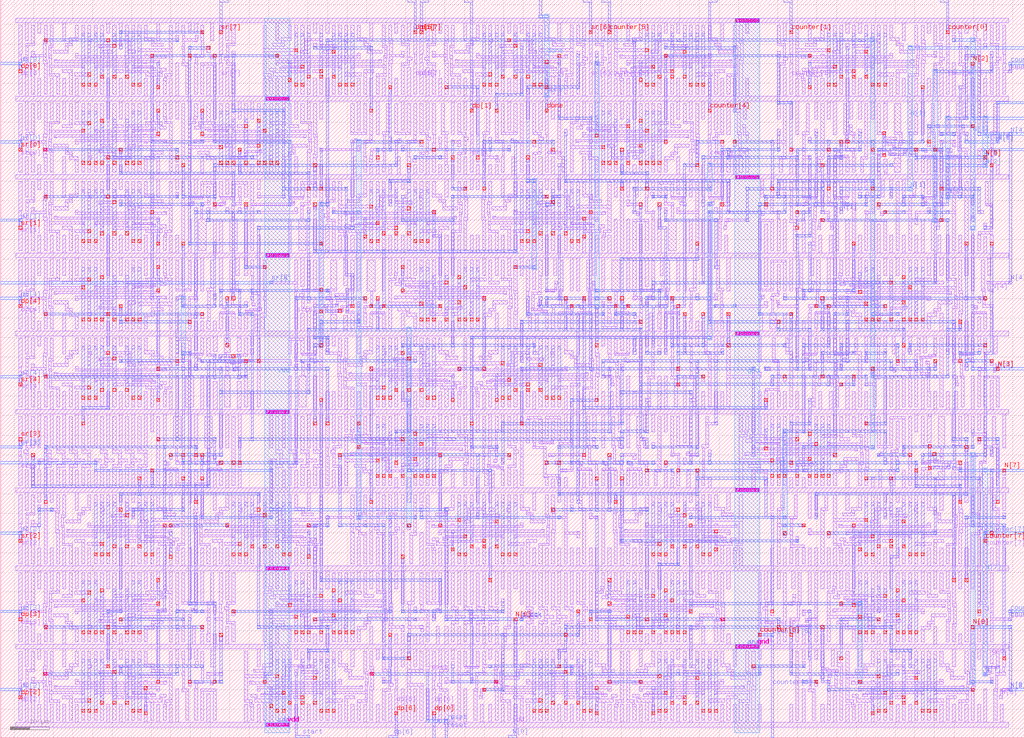
<source format=lef>
VERSION 5.7 ;
  NOWIREEXTENSIONATPIN ON ;
  DIVIDERCHAR "/" ;
  BUSBITCHARS "[]" ;
MACRO map9v3
  CLASS BLOCK ;
  FOREIGN map9v3 ;
  ORIGIN 3.500 2.300 ;
  SIZE 261.400 BY 188.600 ;
  PIN gnd
    USE GROUND ;
    PORT
      LAYER metal1 ;
        RECT 0.400 180.400 254.000 181.600 ;
        RECT 2.800 175.800 3.600 180.400 ;
        RECT 6.000 177.800 6.800 180.400 ;
        RECT 12.400 175.800 13.200 180.400 ;
        RECT 23.600 177.800 24.400 180.400 ;
        RECT 26.800 177.800 27.600 180.400 ;
        RECT 36.400 175.800 37.200 180.400 ;
        RECT 41.200 177.800 42.000 180.400 ;
        RECT 44.400 177.800 45.200 180.400 ;
        RECT 46.000 177.800 46.800 180.400 ;
        RECT 50.200 175.800 51.000 180.400 ;
        RECT 54.000 175.800 54.800 180.400 ;
        RECT 66.800 175.800 67.600 180.400 ;
        RECT 76.400 177.800 77.200 180.400 ;
        RECT 79.600 177.800 80.400 180.400 ;
        RECT 90.800 175.800 91.600 180.400 ;
        RECT 97.200 177.800 98.000 180.400 ;
        RECT 100.400 175.800 101.200 180.400 ;
        RECT 105.200 175.800 106.000 180.400 ;
        RECT 108.400 177.800 109.200 180.400 ;
        RECT 114.800 175.800 115.600 180.400 ;
        RECT 126.000 177.800 126.800 180.400 ;
        RECT 129.200 177.800 130.000 180.400 ;
        RECT 138.800 175.800 139.600 180.400 ;
        RECT 145.200 175.800 146.000 180.400 ;
        RECT 150.000 175.800 150.800 180.400 ;
        RECT 156.400 175.800 157.200 180.400 ;
        RECT 166.000 177.800 166.800 180.400 ;
        RECT 169.200 177.800 170.000 180.400 ;
        RECT 180.400 175.800 181.200 180.400 ;
        RECT 186.800 177.800 187.600 180.400 ;
        RECT 196.400 175.800 197.200 180.400 ;
        RECT 202.800 175.800 203.600 180.400 ;
        RECT 212.400 177.800 213.200 180.400 ;
        RECT 215.600 177.800 216.400 180.400 ;
        RECT 226.800 175.800 227.600 180.400 ;
        RECT 233.200 177.800 234.000 180.400 ;
        RECT 236.400 175.800 237.200 180.400 ;
        RECT 239.600 177.800 240.400 180.400 ;
        RECT 242.800 177.800 243.600 180.400 ;
        RECT 247.600 175.800 248.400 180.400 ;
        RECT 250.800 175.800 251.600 180.400 ;
        RECT 2.800 141.600 3.600 146.200 ;
        RECT 6.000 141.600 6.800 144.200 ;
        RECT 12.400 141.600 13.200 146.200 ;
        RECT 23.600 141.600 24.400 144.200 ;
        RECT 26.800 141.600 27.600 144.200 ;
        RECT 36.400 141.600 37.200 146.200 ;
        RECT 41.200 141.600 42.000 144.200 ;
        RECT 47.600 141.600 48.400 146.200 ;
        RECT 57.200 141.600 58.000 144.200 ;
        RECT 60.400 141.600 61.200 144.200 ;
        RECT 71.600 141.600 72.400 146.200 ;
        RECT 78.000 141.600 78.800 144.200 ;
        RECT 86.600 141.600 87.400 146.200 ;
        RECT 90.800 141.600 91.600 144.200 ;
        RECT 92.400 141.600 93.200 144.200 ;
        RECT 95.600 141.600 96.400 144.200 ;
        RECT 97.800 141.600 98.600 146.200 ;
        RECT 102.000 141.600 102.800 144.200 ;
        RECT 105.200 141.600 106.000 146.200 ;
        RECT 108.400 141.600 109.200 144.200 ;
        RECT 111.600 141.600 112.400 144.200 ;
        RECT 114.800 141.600 115.600 146.200 ;
        RECT 118.000 141.600 118.800 144.200 ;
        RECT 121.200 141.600 122.000 144.200 ;
        RECT 122.800 141.600 123.600 144.200 ;
        RECT 127.000 141.600 127.800 146.200 ;
        RECT 130.800 141.600 131.600 144.200 ;
        RECT 134.000 141.600 134.800 146.200 ;
        RECT 137.200 141.600 138.000 146.200 ;
        RECT 145.200 141.600 146.000 146.200 ;
        RECT 154.800 141.600 155.600 144.200 ;
        RECT 158.000 141.600 158.800 144.200 ;
        RECT 169.200 141.600 170.000 146.200 ;
        RECT 175.600 141.600 176.400 144.200 ;
        RECT 178.800 141.600 179.600 146.200 ;
        RECT 183.600 141.600 184.400 145.400 ;
        RECT 198.000 141.600 198.800 146.200 ;
        RECT 199.600 141.600 200.400 144.200 ;
        RECT 202.800 141.600 203.600 144.200 ;
        RECT 207.600 141.600 208.400 146.200 ;
        RECT 210.800 141.600 211.600 145.400 ;
        RECT 218.800 141.600 219.600 146.200 ;
        RECT 222.000 142.200 223.000 145.600 ;
        RECT 222.200 141.600 223.000 142.200 ;
        RECT 228.200 141.600 229.200 145.600 ;
        RECT 233.200 141.600 234.000 145.400 ;
        RECT 239.600 141.600 240.400 145.400 ;
        RECT 246.000 141.600 246.800 144.200 ;
        RECT 247.600 141.600 248.400 144.200 ;
        RECT 250.800 141.600 251.600 144.200 ;
        RECT 0.400 140.400 254.000 141.600 ;
        RECT 2.800 135.800 3.600 140.400 ;
        RECT 6.000 137.800 6.800 140.400 ;
        RECT 12.400 135.800 13.200 140.400 ;
        RECT 23.600 137.800 24.400 140.400 ;
        RECT 26.800 137.800 27.600 140.400 ;
        RECT 36.400 135.800 37.200 140.400 ;
        RECT 41.200 137.800 42.000 140.400 ;
        RECT 46.000 136.600 46.800 140.400 ;
        RECT 54.000 136.600 54.800 140.400 ;
        RECT 62.000 137.800 62.800 140.400 ;
        RECT 71.600 136.600 72.400 140.400 ;
        RECT 79.600 135.800 80.400 140.400 ;
        RECT 86.000 135.800 86.800 140.400 ;
        RECT 95.600 137.800 96.400 140.400 ;
        RECT 98.800 137.800 99.600 140.400 ;
        RECT 110.000 135.800 110.800 140.400 ;
        RECT 116.400 137.800 117.200 140.400 ;
        RECT 118.000 137.800 118.800 140.400 ;
        RECT 124.400 135.800 125.200 140.400 ;
        RECT 135.600 137.800 136.400 140.400 ;
        RECT 138.800 137.800 139.600 140.400 ;
        RECT 148.400 135.800 149.200 140.400 ;
        RECT 153.200 135.800 154.000 140.400 ;
        RECT 156.400 135.800 157.200 140.400 ;
        RECT 158.600 135.800 159.400 140.400 ;
        RECT 162.800 137.800 163.600 140.400 ;
        RECT 169.200 136.600 170.000 140.400 ;
        RECT 172.400 135.800 173.200 140.400 ;
        RECT 175.600 135.800 176.400 140.400 ;
        RECT 178.800 136.600 179.600 140.400 ;
        RECT 190.600 135.800 191.400 140.400 ;
        RECT 194.800 137.800 195.600 140.400 ;
        RECT 196.400 137.800 197.200 140.400 ;
        RECT 199.600 137.800 200.400 140.400 ;
        RECT 202.800 136.600 203.600 140.400 ;
        RECT 210.800 136.600 211.600 140.400 ;
        RECT 215.600 137.800 216.400 140.400 ;
        RECT 217.200 137.800 218.000 140.400 ;
        RECT 221.400 135.800 222.200 140.400 ;
        RECT 223.600 137.800 224.400 140.400 ;
        RECT 226.800 135.800 227.600 140.400 ;
        RECT 233.200 136.600 234.000 140.400 ;
        RECT 238.000 137.800 238.800 140.400 ;
        RECT 241.200 137.800 242.000 140.400 ;
        RECT 244.400 133.800 245.200 140.400 ;
        RECT 2.800 101.600 3.600 106.200 ;
        RECT 6.000 101.600 6.800 104.200 ;
        RECT 12.400 101.600 13.200 106.200 ;
        RECT 23.600 101.600 24.400 104.200 ;
        RECT 26.800 101.600 27.600 104.200 ;
        RECT 36.400 101.600 37.200 106.200 ;
        RECT 41.800 101.600 42.600 106.200 ;
        RECT 46.000 101.600 46.800 104.200 ;
        RECT 47.600 101.600 48.400 104.200 ;
        RECT 50.800 101.600 51.600 104.200 ;
        RECT 54.000 101.600 54.800 105.400 ;
        RECT 61.400 101.600 62.200 106.000 ;
        RECT 73.200 101.600 74.000 106.200 ;
        RECT 78.000 101.600 79.000 105.600 ;
        RECT 84.200 102.200 85.200 105.600 ;
        RECT 84.200 101.600 85.000 102.200 ;
        RECT 92.400 101.600 93.200 105.400 ;
        RECT 98.800 101.600 99.600 106.200 ;
        RECT 108.400 101.600 109.200 104.200 ;
        RECT 111.600 101.600 112.400 104.200 ;
        RECT 122.800 101.600 123.600 106.200 ;
        RECT 129.200 101.600 130.000 104.200 ;
        RECT 133.000 101.600 133.800 106.000 ;
        RECT 140.400 101.600 141.200 105.400 ;
        RECT 145.200 101.600 146.000 105.400 ;
        RECT 154.800 101.600 155.600 105.400 ;
        RECT 158.000 101.600 158.800 104.200 ;
        RECT 162.200 101.600 163.000 106.200 ;
        RECT 167.600 101.600 168.400 105.400 ;
        RECT 170.800 101.600 171.600 104.200 ;
        RECT 174.000 101.600 174.800 104.200 ;
        RECT 175.600 101.600 176.400 104.200 ;
        RECT 178.800 101.600 179.600 104.200 ;
        RECT 182.000 101.600 182.800 104.200 ;
        RECT 190.400 101.600 191.200 106.200 ;
        RECT 196.400 101.600 197.200 106.200 ;
        RECT 198.000 101.600 198.800 104.200 ;
        RECT 201.200 101.600 202.000 104.200 ;
        RECT 206.000 101.600 206.800 105.400 ;
        RECT 212.400 101.600 213.200 106.200 ;
        RECT 222.000 101.600 222.800 104.200 ;
        RECT 225.200 101.600 226.000 104.200 ;
        RECT 236.400 101.600 237.200 106.200 ;
        RECT 242.800 101.600 243.600 104.200 ;
        RECT 246.000 101.600 246.800 105.400 ;
        RECT 0.400 100.400 254.000 101.600 ;
        RECT 2.800 95.800 3.600 100.400 ;
        RECT 6.000 97.800 6.800 100.400 ;
        RECT 12.400 95.800 13.200 100.400 ;
        RECT 23.600 97.800 24.400 100.400 ;
        RECT 26.800 97.800 27.600 100.400 ;
        RECT 36.400 95.800 37.200 100.400 ;
        RECT 46.000 96.600 46.800 100.400 ;
        RECT 50.800 96.400 51.800 100.400 ;
        RECT 57.000 99.800 57.800 100.400 ;
        RECT 57.000 96.400 58.000 99.800 ;
        RECT 60.400 97.800 61.200 100.400 ;
        RECT 74.800 96.600 75.600 100.400 ;
        RECT 79.600 97.800 80.400 100.400 ;
        RECT 81.200 97.800 82.000 100.400 ;
        RECT 87.600 95.800 88.400 100.400 ;
        RECT 98.800 97.800 99.600 100.400 ;
        RECT 102.000 97.800 102.800 100.400 ;
        RECT 111.600 95.800 112.400 100.400 ;
        RECT 119.600 95.800 120.400 100.400 ;
        RECT 129.200 97.800 130.000 100.400 ;
        RECT 132.400 97.800 133.200 100.400 ;
        RECT 143.600 95.800 144.400 100.400 ;
        RECT 150.000 97.800 150.800 100.400 ;
        RECT 154.800 96.600 155.600 100.400 ;
        RECT 158.000 97.800 158.800 100.400 ;
        RECT 161.200 97.800 162.000 100.400 ;
        RECT 164.400 97.800 165.200 100.400 ;
        RECT 166.000 97.800 166.800 100.400 ;
        RECT 169.200 97.800 170.000 100.400 ;
        RECT 170.800 97.800 171.600 100.400 ;
        RECT 174.000 97.800 174.800 100.400 ;
        RECT 178.800 95.800 179.600 100.400 ;
        RECT 180.400 97.800 181.200 100.400 ;
        RECT 190.000 93.800 190.800 100.400 ;
        RECT 199.600 95.800 200.400 100.400 ;
        RECT 202.800 96.600 203.600 100.400 ;
        RECT 210.800 96.600 211.600 100.400 ;
        RECT 217.200 95.800 218.000 100.400 ;
        RECT 218.800 97.800 219.600 100.400 ;
        RECT 222.000 97.800 222.800 100.400 ;
        RECT 224.200 95.800 225.000 100.400 ;
        RECT 228.400 97.800 229.200 100.400 ;
        RECT 232.200 96.000 233.000 100.400 ;
        RECT 238.000 97.800 238.800 100.400 ;
        RECT 242.800 96.600 243.600 100.400 ;
        RECT 246.000 97.800 246.800 100.400 ;
        RECT 250.200 95.800 251.000 100.400 ;
        RECT 2.800 61.600 3.600 66.200 ;
        RECT 6.000 61.600 6.800 66.200 ;
        RECT 9.200 61.600 10.000 66.200 ;
        RECT 12.400 61.600 13.200 66.200 ;
        RECT 15.600 61.600 16.400 66.200 ;
        RECT 18.800 61.600 19.600 66.200 ;
        RECT 20.400 61.600 21.200 66.200 ;
        RECT 23.600 61.600 24.400 66.200 ;
        RECT 26.800 61.600 27.600 66.200 ;
        RECT 30.000 61.600 30.800 66.200 ;
        RECT 33.200 61.600 34.000 66.200 ;
        RECT 34.800 61.600 35.600 64.200 ;
        RECT 39.600 61.600 40.400 65.400 ;
        RECT 50.800 61.600 51.600 65.400 ;
        RECT 54.000 61.600 54.800 66.200 ;
        RECT 57.200 61.600 58.000 66.200 ;
        RECT 65.200 61.600 66.000 66.200 ;
        RECT 68.400 61.600 69.200 66.200 ;
        RECT 71.600 61.600 72.400 66.200 ;
        RECT 74.800 61.600 75.600 66.200 ;
        RECT 78.000 61.600 78.800 66.200 ;
        RECT 81.200 61.600 82.000 66.200 ;
        RECT 87.600 61.600 88.400 66.200 ;
        RECT 97.200 61.600 98.000 64.200 ;
        RECT 100.400 61.600 101.200 64.200 ;
        RECT 111.600 61.600 112.400 66.200 ;
        RECT 118.000 61.600 118.800 64.200 ;
        RECT 121.800 61.600 122.600 66.000 ;
        RECT 127.600 61.600 128.400 66.200 ;
        RECT 137.200 61.600 138.000 63.800 ;
        RECT 140.400 61.600 141.200 64.200 ;
        RECT 145.200 61.600 146.000 65.400 ;
        RECT 151.600 61.600 152.400 65.400 ;
        RECT 158.000 61.600 158.800 65.400 ;
        RECT 166.000 61.600 166.800 66.200 ;
        RECT 167.600 61.600 168.400 64.200 ;
        RECT 171.800 61.600 172.600 66.200 ;
        RECT 174.000 61.600 174.800 64.200 ;
        RECT 177.200 61.600 178.000 64.200 ;
        RECT 188.400 61.600 189.200 66.200 ;
        RECT 198.000 61.600 198.800 64.200 ;
        RECT 201.200 61.600 202.000 64.200 ;
        RECT 212.400 61.600 213.200 66.200 ;
        RECT 218.800 61.600 219.600 64.200 ;
        RECT 220.800 61.600 221.600 66.200 ;
        RECT 226.800 61.600 227.600 66.200 ;
        RECT 230.000 61.600 230.800 64.200 ;
        RECT 233.200 62.200 234.200 65.600 ;
        RECT 233.400 61.600 234.200 62.200 ;
        RECT 239.400 61.600 240.400 65.600 ;
        RECT 242.800 61.600 243.600 68.200 ;
        RECT 249.200 61.600 250.000 64.200 ;
        RECT 252.400 61.600 253.200 64.200 ;
        RECT 0.400 60.400 254.000 61.600 ;
        RECT 2.800 55.800 3.600 60.400 ;
        RECT 6.000 57.800 6.800 60.400 ;
        RECT 9.200 57.800 10.000 60.400 ;
        RECT 15.600 55.800 16.400 60.400 ;
        RECT 26.800 57.800 27.600 60.400 ;
        RECT 30.000 57.800 30.800 60.400 ;
        RECT 39.600 55.800 40.400 60.400 ;
        RECT 44.400 57.800 45.200 60.400 ;
        RECT 50.800 55.800 51.600 60.400 ;
        RECT 62.000 57.800 62.800 60.400 ;
        RECT 65.200 57.800 66.000 60.400 ;
        RECT 74.800 55.800 75.600 60.400 ;
        RECT 87.600 55.800 88.400 60.400 ;
        RECT 92.400 55.800 93.200 60.400 ;
        RECT 97.200 55.800 98.000 60.400 ;
        RECT 100.400 57.800 101.200 60.400 ;
        RECT 103.600 57.800 104.400 60.400 ;
        RECT 108.400 55.800 109.200 60.400 ;
        RECT 118.000 57.800 118.800 60.400 ;
        RECT 121.200 57.800 122.000 60.400 ;
        RECT 132.400 55.800 133.200 60.400 ;
        RECT 138.800 57.800 139.600 60.400 ;
        RECT 142.000 57.800 142.800 60.400 ;
        RECT 146.800 55.800 147.600 60.400 ;
        RECT 148.400 57.800 149.200 60.400 ;
        RECT 151.600 57.800 152.400 60.400 ;
        RECT 158.000 55.800 158.800 60.400 ;
        RECT 169.200 57.800 170.000 60.400 ;
        RECT 172.400 57.800 173.200 60.400 ;
        RECT 182.000 55.800 182.800 60.400 ;
        RECT 193.200 55.800 194.000 60.400 ;
        RECT 202.800 53.800 203.600 60.400 ;
        RECT 204.400 55.800 205.200 60.400 ;
        RECT 212.400 55.800 213.200 60.400 ;
        RECT 222.000 57.800 222.800 60.400 ;
        RECT 225.200 57.800 226.000 60.400 ;
        RECT 236.400 55.800 237.200 60.400 ;
        RECT 242.800 57.800 243.600 60.400 ;
        RECT 246.000 55.800 246.800 60.400 ;
        RECT 252.400 55.800 253.200 60.400 ;
        RECT 2.800 21.600 3.600 26.200 ;
        RECT 6.000 21.600 6.800 24.200 ;
        RECT 12.400 21.600 13.200 26.200 ;
        RECT 23.600 21.600 24.400 24.200 ;
        RECT 26.800 21.600 27.600 24.200 ;
        RECT 36.400 21.600 37.200 26.200 ;
        RECT 41.200 21.600 42.000 24.200 ;
        RECT 45.400 21.600 46.200 26.200 ;
        RECT 47.600 21.600 48.400 24.200 ;
        RECT 50.800 21.600 51.600 24.200 ;
        RECT 54.000 21.600 54.800 26.200 ;
        RECT 66.800 21.600 67.600 26.200 ;
        RECT 76.400 21.600 77.200 24.200 ;
        RECT 79.600 21.600 80.400 24.200 ;
        RECT 90.800 21.600 91.600 26.200 ;
        RECT 97.200 21.600 98.000 24.200 ;
        RECT 98.800 21.600 99.600 24.200 ;
        RECT 102.000 21.600 102.800 24.200 ;
        RECT 103.600 21.600 104.400 24.200 ;
        RECT 107.800 21.600 108.600 26.200 ;
        RECT 110.000 21.600 110.800 26.200 ;
        RECT 113.200 21.600 114.000 26.200 ;
        RECT 116.400 21.600 117.200 26.200 ;
        RECT 119.600 21.600 120.400 26.200 ;
        RECT 122.800 21.600 123.600 26.200 ;
        RECT 127.600 21.600 128.400 26.200 ;
        RECT 129.200 21.600 130.000 26.200 ;
        RECT 132.400 21.600 133.200 26.200 ;
        RECT 135.600 21.600 136.400 26.200 ;
        RECT 138.800 21.600 139.600 26.200 ;
        RECT 142.000 21.600 142.800 26.200 ;
        RECT 145.200 21.600 146.000 26.200 ;
        RECT 151.600 21.600 152.400 26.200 ;
        RECT 161.200 21.600 162.000 24.200 ;
        RECT 164.400 21.600 165.200 24.200 ;
        RECT 175.600 21.600 176.400 26.200 ;
        RECT 182.000 21.600 182.800 24.200 ;
        RECT 191.600 21.600 192.400 26.200 ;
        RECT 194.800 21.600 195.600 24.200 ;
        RECT 201.200 21.600 202.000 25.400 ;
        RECT 206.000 21.600 206.800 24.200 ;
        RECT 210.800 21.600 211.600 26.200 ;
        RECT 220.400 21.600 221.200 24.200 ;
        RECT 223.600 21.600 224.400 24.200 ;
        RECT 234.800 21.600 235.600 26.200 ;
        RECT 241.200 21.600 242.000 24.200 ;
        RECT 244.400 21.600 245.200 24.200 ;
        RECT 247.600 21.600 248.400 26.200 ;
        RECT 0.400 20.400 254.000 21.600 ;
        RECT 2.800 15.800 3.600 20.400 ;
        RECT 6.000 17.800 6.800 20.400 ;
        RECT 12.400 15.800 13.200 20.400 ;
        RECT 23.600 17.800 24.400 20.400 ;
        RECT 26.800 17.800 27.600 20.400 ;
        RECT 36.400 15.800 37.200 20.400 ;
        RECT 41.200 17.800 42.000 20.400 ;
        RECT 44.400 17.800 45.200 20.400 ;
        RECT 46.000 17.800 46.800 20.400 ;
        RECT 50.200 15.800 51.000 20.400 ;
        RECT 62.000 15.800 62.800 20.400 ;
        RECT 71.600 17.800 72.400 20.400 ;
        RECT 74.800 17.800 75.600 20.400 ;
        RECT 86.000 15.800 86.800 20.400 ;
        RECT 92.400 17.800 93.200 20.400 ;
        RECT 95.600 15.800 96.400 20.400 ;
        RECT 98.800 15.800 99.600 20.400 ;
        RECT 102.000 15.800 102.800 20.400 ;
        RECT 105.200 15.800 106.000 20.400 ;
        RECT 108.400 15.800 109.200 20.400 ;
        RECT 111.600 17.800 112.400 20.400 ;
        RECT 116.400 16.600 117.200 20.400 ;
        RECT 121.200 17.800 122.000 20.400 ;
        RECT 127.600 15.800 128.400 20.400 ;
        RECT 138.800 17.800 139.600 20.400 ;
        RECT 142.000 17.800 142.800 20.400 ;
        RECT 151.600 15.800 152.400 20.400 ;
        RECT 159.600 15.800 160.400 20.400 ;
        RECT 169.200 17.800 170.000 20.400 ;
        RECT 172.400 17.800 173.200 20.400 ;
        RECT 183.600 15.800 184.400 20.400 ;
        RECT 190.000 17.800 190.800 20.400 ;
        RECT 198.000 17.800 198.800 20.400 ;
        RECT 201.200 17.800 202.000 20.400 ;
        RECT 204.400 17.800 205.200 20.400 ;
        RECT 208.600 16.000 209.400 20.400 ;
        RECT 215.600 15.800 216.400 20.400 ;
        RECT 225.200 17.800 226.000 20.400 ;
        RECT 228.400 17.800 229.200 20.400 ;
        RECT 239.600 15.800 240.400 20.400 ;
        RECT 246.000 17.800 246.800 20.400 ;
        RECT 249.200 16.600 250.000 20.400 ;
      LAYER via1 ;
        RECT 184.300 180.600 185.100 181.400 ;
        RECT 185.300 180.600 186.100 181.400 ;
        RECT 186.300 180.600 187.100 181.400 ;
        RECT 187.300 180.600 188.100 181.400 ;
        RECT 188.300 180.600 189.100 181.400 ;
        RECT 189.300 180.600 190.100 181.400 ;
        RECT 184.300 140.600 185.100 141.400 ;
        RECT 185.300 140.600 186.100 141.400 ;
        RECT 186.300 140.600 187.100 141.400 ;
        RECT 187.300 140.600 188.100 141.400 ;
        RECT 188.300 140.600 189.100 141.400 ;
        RECT 189.300 140.600 190.100 141.400 ;
        RECT 184.300 100.600 185.100 101.400 ;
        RECT 185.300 100.600 186.100 101.400 ;
        RECT 186.300 100.600 187.100 101.400 ;
        RECT 187.300 100.600 188.100 101.400 ;
        RECT 188.300 100.600 189.100 101.400 ;
        RECT 189.300 100.600 190.100 101.400 ;
        RECT 184.300 60.600 185.100 61.400 ;
        RECT 185.300 60.600 186.100 61.400 ;
        RECT 186.300 60.600 187.100 61.400 ;
        RECT 187.300 60.600 188.100 61.400 ;
        RECT 188.300 60.600 189.100 61.400 ;
        RECT 189.300 60.600 190.100 61.400 ;
        RECT 184.300 20.600 185.100 21.400 ;
        RECT 185.300 20.600 186.100 21.400 ;
        RECT 186.300 20.600 187.100 21.400 ;
        RECT 187.300 20.600 188.100 21.400 ;
        RECT 188.300 20.600 189.100 21.400 ;
        RECT 189.300 20.600 190.100 21.400 ;
      LAYER metal2 ;
        RECT 186.600 181.400 187.800 181.600 ;
        RECT 184.300 180.600 190.100 181.400 ;
        RECT 186.600 180.400 187.800 180.600 ;
        RECT 186.600 141.400 187.800 141.600 ;
        RECT 184.300 140.600 190.100 141.400 ;
        RECT 186.600 140.400 187.800 140.600 ;
        RECT 186.600 101.400 187.800 101.600 ;
        RECT 184.300 100.600 190.100 101.400 ;
        RECT 186.600 100.400 187.800 100.600 ;
        RECT 186.600 61.400 187.800 61.600 ;
        RECT 184.300 60.600 190.100 61.400 ;
        RECT 186.600 60.400 187.800 60.600 ;
        RECT 186.600 21.400 187.800 21.600 ;
        RECT 184.300 20.600 190.100 21.400 ;
        RECT 186.600 20.400 187.800 20.600 ;
      LAYER via2 ;
        RECT 185.300 180.600 186.100 181.400 ;
        RECT 186.300 180.600 187.100 181.400 ;
        RECT 187.300 180.600 188.100 181.400 ;
        RECT 188.300 180.600 189.100 181.400 ;
        RECT 189.300 180.600 190.100 181.400 ;
        RECT 185.300 140.600 186.100 141.400 ;
        RECT 186.300 140.600 187.100 141.400 ;
        RECT 187.300 140.600 188.100 141.400 ;
        RECT 188.300 140.600 189.100 141.400 ;
        RECT 189.300 140.600 190.100 141.400 ;
        RECT 185.300 100.600 186.100 101.400 ;
        RECT 186.300 100.600 187.100 101.400 ;
        RECT 187.300 100.600 188.100 101.400 ;
        RECT 188.300 100.600 189.100 101.400 ;
        RECT 189.300 100.600 190.100 101.400 ;
        RECT 185.300 60.600 186.100 61.400 ;
        RECT 186.300 60.600 187.100 61.400 ;
        RECT 187.300 60.600 188.100 61.400 ;
        RECT 188.300 60.600 189.100 61.400 ;
        RECT 189.300 60.600 190.100 61.400 ;
        RECT 185.300 20.600 186.100 21.400 ;
        RECT 186.300 20.600 187.100 21.400 ;
        RECT 187.300 20.600 188.100 21.400 ;
        RECT 188.300 20.600 189.100 21.400 ;
        RECT 189.300 20.600 190.100 21.400 ;
      LAYER metal3 ;
        RECT 184.200 180.400 190.200 181.600 ;
        RECT 184.200 140.400 190.200 141.600 ;
        RECT 184.200 100.400 190.200 101.600 ;
        RECT 184.200 60.400 190.200 61.600 ;
        RECT 184.200 20.400 190.200 21.600 ;
      LAYER via3 ;
        RECT 184.400 180.600 185.200 181.400 ;
        RECT 185.600 180.600 186.400 181.400 ;
        RECT 186.800 180.600 187.600 181.400 ;
        RECT 188.000 180.600 188.800 181.400 ;
        RECT 189.200 180.600 190.000 181.400 ;
        RECT 184.400 140.600 185.200 141.400 ;
        RECT 185.600 140.600 186.400 141.400 ;
        RECT 186.800 140.600 187.600 141.400 ;
        RECT 188.000 140.600 188.800 141.400 ;
        RECT 189.200 140.600 190.000 141.400 ;
        RECT 184.400 100.600 185.200 101.400 ;
        RECT 185.600 100.600 186.400 101.400 ;
        RECT 186.800 100.600 187.600 101.400 ;
        RECT 188.000 100.600 188.800 101.400 ;
        RECT 189.200 100.600 190.000 101.400 ;
        RECT 184.400 60.600 185.200 61.400 ;
        RECT 185.600 60.600 186.400 61.400 ;
        RECT 186.800 60.600 187.600 61.400 ;
        RECT 188.000 60.600 188.800 61.400 ;
        RECT 189.200 60.600 190.000 61.400 ;
        RECT 184.400 20.600 185.200 21.400 ;
        RECT 185.600 20.600 186.400 21.400 ;
        RECT 186.800 20.600 187.600 21.400 ;
        RECT 188.000 20.600 188.800 21.400 ;
        RECT 189.200 20.600 190.000 21.400 ;
      LAYER metal4 ;
        RECT 184.000 -1.000 190.400 181.600 ;
    END
  END gnd
  PIN vdd
    USE POWER ;
    PORT
      LAYER metal1 ;
        RECT 10.200 170.800 11.000 171.000 ;
        RECT 93.000 170.800 93.800 171.000 ;
        RECT 10.200 170.200 37.200 170.800 ;
        RECT 66.800 170.200 93.800 170.800 ;
        RECT 112.600 170.800 113.400 171.000 ;
        RECT 182.600 170.800 183.400 171.000 ;
        RECT 229.000 170.800 229.800 171.000 ;
        RECT 112.600 170.200 139.600 170.800 ;
        RECT 33.000 170.000 33.800 170.200 ;
        RECT 36.400 169.600 37.200 170.200 ;
        RECT 2.800 161.600 3.600 169.000 ;
        RECT 6.000 161.600 6.800 166.200 ;
        RECT 9.200 161.600 10.000 166.200 ;
        RECT 12.400 161.600 13.200 166.200 ;
        RECT 15.600 161.600 16.400 166.200 ;
        RECT 23.600 161.600 24.400 166.200 ;
        RECT 26.800 161.600 27.600 166.200 ;
        RECT 33.200 161.600 34.000 166.200 ;
        RECT 36.400 161.600 37.200 166.200 ;
        RECT 39.600 161.600 40.400 166.200 ;
        RECT 41.200 161.600 42.000 170.200 ;
        RECT 66.800 169.600 67.600 170.200 ;
        RECT 70.000 170.000 71.000 170.200 ;
        RECT 135.400 170.000 136.400 170.200 ;
        RECT 138.800 169.600 139.600 170.200 ;
        RECT 156.400 170.200 183.400 170.800 ;
        RECT 202.800 170.200 229.800 170.800 ;
        RECT 156.400 169.600 157.200 170.200 ;
        RECT 159.600 170.000 160.600 170.200 ;
        RECT 202.800 169.600 203.600 170.200 ;
        RECT 206.200 170.000 207.000 170.200 ;
        RECT 49.200 161.600 50.000 169.000 ;
        RECT 54.000 161.600 54.800 169.000 ;
        RECT 63.600 161.600 64.400 166.200 ;
        RECT 66.800 161.600 67.600 166.200 ;
        RECT 70.000 161.600 70.800 166.200 ;
        RECT 76.400 161.600 77.200 166.200 ;
        RECT 79.600 161.600 80.400 166.200 ;
        RECT 87.600 161.600 88.400 166.200 ;
        RECT 90.800 161.600 91.600 166.200 ;
        RECT 94.000 161.600 94.800 166.200 ;
        RECT 97.200 161.600 98.000 166.200 ;
        RECT 100.400 161.600 101.200 169.000 ;
        RECT 105.200 161.600 106.000 169.000 ;
        RECT 108.400 161.600 109.200 166.200 ;
        RECT 111.600 161.600 112.400 166.200 ;
        RECT 114.800 161.600 115.600 166.200 ;
        RECT 118.000 161.600 118.800 166.200 ;
        RECT 126.000 161.600 126.800 166.200 ;
        RECT 129.200 161.600 130.000 166.200 ;
        RECT 135.600 161.600 136.400 166.200 ;
        RECT 138.800 161.600 139.600 166.200 ;
        RECT 142.000 161.600 142.800 166.200 ;
        RECT 145.200 161.600 146.000 169.000 ;
        RECT 150.000 161.600 150.800 169.000 ;
        RECT 153.200 161.600 154.000 166.200 ;
        RECT 156.400 161.600 157.200 166.200 ;
        RECT 159.600 161.600 160.400 166.200 ;
        RECT 166.000 161.600 166.800 166.200 ;
        RECT 169.200 161.600 170.000 166.200 ;
        RECT 177.200 161.600 178.000 166.200 ;
        RECT 180.400 161.600 181.200 166.200 ;
        RECT 183.600 161.600 184.400 166.200 ;
        RECT 186.800 161.600 187.600 166.200 ;
        RECT 196.400 161.600 197.200 169.000 ;
        RECT 199.600 161.600 200.400 166.200 ;
        RECT 202.800 161.600 203.600 166.200 ;
        RECT 206.000 161.600 206.800 166.200 ;
        RECT 212.400 161.600 213.200 166.200 ;
        RECT 215.600 161.600 216.400 166.200 ;
        RECT 223.600 161.600 224.400 166.200 ;
        RECT 226.800 161.600 227.600 166.200 ;
        RECT 230.000 161.600 230.800 166.200 ;
        RECT 233.200 161.600 234.000 166.200 ;
        RECT 236.400 161.600 237.200 169.000 ;
        RECT 239.600 161.600 240.400 170.200 ;
        RECT 244.400 161.600 245.200 166.200 ;
        RECT 247.600 161.600 248.400 166.200 ;
        RECT 250.800 161.600 251.600 169.000 ;
        RECT 0.400 160.400 254.000 161.600 ;
        RECT 2.800 153.000 3.600 160.400 ;
        RECT 6.000 155.800 6.800 160.400 ;
        RECT 9.200 155.800 10.000 160.400 ;
        RECT 12.400 155.800 13.200 160.400 ;
        RECT 15.600 155.800 16.400 160.400 ;
        RECT 23.600 155.800 24.400 160.400 ;
        RECT 26.800 155.800 27.600 160.400 ;
        RECT 33.200 155.800 34.000 160.400 ;
        RECT 36.400 155.800 37.200 160.400 ;
        RECT 39.600 155.800 40.400 160.400 ;
        RECT 41.200 155.800 42.000 160.400 ;
        RECT 44.400 155.800 45.200 160.400 ;
        RECT 47.600 155.800 48.400 160.400 ;
        RECT 50.800 155.800 51.600 160.400 ;
        RECT 57.200 155.800 58.000 160.400 ;
        RECT 60.400 155.800 61.200 160.400 ;
        RECT 68.400 155.800 69.200 160.400 ;
        RECT 71.600 155.800 72.400 160.400 ;
        RECT 74.800 155.800 75.600 160.400 ;
        RECT 78.000 155.800 78.800 160.400 ;
        RECT 87.600 153.000 88.400 160.400 ;
        RECT 33.000 151.800 33.800 152.000 ;
        RECT 36.400 151.800 37.200 152.400 ;
        RECT 10.200 151.200 37.200 151.800 ;
        RECT 47.600 151.800 48.400 152.400 ;
        RECT 51.000 151.800 51.800 152.000 ;
        RECT 92.400 151.800 93.200 160.400 ;
        RECT 98.800 153.000 99.600 160.400 ;
        RECT 105.200 153.000 106.000 160.400 ;
        RECT 111.600 151.800 112.400 160.400 ;
        RECT 114.800 153.000 115.600 160.400 ;
        RECT 118.000 151.800 118.800 160.400 ;
        RECT 126.000 153.000 126.800 160.400 ;
        RECT 130.800 155.800 131.600 160.400 ;
        RECT 134.000 153.000 134.800 160.400 ;
        RECT 137.200 155.800 138.000 160.400 ;
        RECT 140.400 155.800 141.200 160.400 ;
        RECT 142.000 155.800 142.800 160.400 ;
        RECT 145.200 155.800 146.000 160.400 ;
        RECT 148.400 155.800 149.200 160.400 ;
        RECT 154.800 155.800 155.600 160.400 ;
        RECT 158.000 155.800 158.800 160.400 ;
        RECT 166.000 155.800 166.800 160.400 ;
        RECT 169.200 155.800 170.000 160.400 ;
        RECT 172.400 155.800 173.200 160.400 ;
        RECT 175.600 155.800 176.400 160.400 ;
        RECT 178.800 153.000 179.600 160.400 ;
        RECT 145.200 151.800 146.000 152.400 ;
        RECT 148.400 151.800 149.400 152.000 ;
        RECT 182.000 151.800 182.800 160.400 ;
        RECT 186.200 155.800 187.000 160.400 ;
        RECT 194.800 155.800 195.600 160.400 ;
        RECT 198.000 155.800 198.800 160.400 ;
        RECT 199.600 151.800 200.400 160.400 ;
        RECT 204.400 155.800 205.200 160.400 ;
        RECT 207.600 155.800 208.400 160.400 ;
        RECT 209.200 151.800 210.000 160.400 ;
        RECT 213.400 155.800 214.200 160.400 ;
        RECT 215.600 155.800 216.400 160.400 ;
        RECT 218.800 155.800 219.600 160.400 ;
        RECT 222.200 159.800 223.000 160.400 ;
        RECT 222.000 153.200 223.000 159.800 ;
        RECT 228.200 153.200 229.200 160.400 ;
        RECT 231.600 151.800 232.400 160.400 ;
        RECT 235.800 155.800 236.600 160.400 ;
        RECT 238.000 151.800 238.800 160.400 ;
        RECT 242.200 155.800 243.000 160.400 ;
        RECT 246.000 155.800 246.800 160.400 ;
        RECT 247.600 151.800 248.400 160.400 ;
        RECT 47.600 151.200 74.600 151.800 ;
        RECT 145.200 151.200 172.200 151.800 ;
        RECT 10.200 151.000 11.000 151.200 ;
        RECT 73.800 151.000 74.600 151.200 ;
        RECT 171.400 151.000 172.200 151.200 ;
        RECT 10.200 130.800 11.000 131.000 ;
        RECT 112.200 130.800 113.000 131.000 ;
        RECT 10.200 130.200 37.200 130.800 ;
        RECT 86.000 130.200 113.000 130.800 ;
        RECT 122.200 130.800 123.000 131.000 ;
        RECT 122.200 130.200 149.200 130.800 ;
        RECT 33.000 130.000 33.800 130.200 ;
        RECT 36.400 129.600 37.200 130.200 ;
        RECT 2.800 121.600 3.600 129.000 ;
        RECT 6.000 121.600 6.800 126.200 ;
        RECT 9.200 121.600 10.000 126.200 ;
        RECT 12.400 121.600 13.200 126.200 ;
        RECT 15.600 121.600 16.400 126.200 ;
        RECT 23.600 121.600 24.400 126.200 ;
        RECT 26.800 121.600 27.600 126.200 ;
        RECT 33.200 121.600 34.000 126.200 ;
        RECT 36.400 121.600 37.200 126.200 ;
        RECT 39.600 121.600 40.400 126.200 ;
        RECT 41.200 121.600 42.000 126.200 ;
        RECT 44.400 121.600 45.200 130.200 ;
        RECT 50.800 121.600 51.600 130.200 ;
        RECT 52.400 121.600 53.200 130.200 ;
        RECT 58.800 121.600 59.600 130.200 ;
        RECT 62.000 121.600 62.800 126.200 ;
        RECT 70.000 121.600 70.800 130.200 ;
        RECT 76.400 121.600 77.200 130.200 ;
        RECT 86.000 129.600 86.800 130.200 ;
        RECT 89.200 130.000 90.200 130.200 ;
        RECT 145.000 130.000 146.000 130.200 ;
        RECT 148.400 129.600 149.200 130.200 ;
        RECT 79.600 121.600 80.400 129.000 ;
        RECT 82.800 121.600 83.600 126.200 ;
        RECT 86.000 121.600 86.800 126.200 ;
        RECT 89.200 121.600 90.000 126.200 ;
        RECT 95.600 121.600 96.400 126.200 ;
        RECT 98.800 121.600 99.600 126.200 ;
        RECT 106.800 121.600 107.600 126.200 ;
        RECT 110.000 121.600 110.800 126.200 ;
        RECT 113.200 121.600 114.000 126.200 ;
        RECT 116.400 121.600 117.200 126.200 ;
        RECT 118.000 121.600 118.800 126.200 ;
        RECT 121.200 121.600 122.000 126.200 ;
        RECT 124.400 121.600 125.200 126.200 ;
        RECT 127.600 121.600 128.400 126.200 ;
        RECT 135.600 121.600 136.400 126.200 ;
        RECT 138.800 121.600 139.600 126.200 ;
        RECT 145.200 121.600 146.000 126.200 ;
        RECT 148.400 121.600 149.200 126.200 ;
        RECT 151.600 121.600 152.400 126.200 ;
        RECT 153.200 121.600 154.000 130.200 ;
        RECT 156.400 121.600 157.200 130.200 ;
        RECT 159.600 121.600 160.400 129.000 ;
        RECT 164.400 121.600 165.200 130.200 ;
        RECT 170.800 121.600 171.600 130.200 ;
        RECT 172.400 121.600 173.200 130.200 ;
        RECT 175.600 121.600 176.400 130.200 ;
        RECT 177.200 121.600 178.000 130.200 ;
        RECT 181.400 121.600 182.200 126.200 ;
        RECT 191.600 121.600 192.400 129.000 ;
        RECT 196.400 121.600 197.200 130.200 ;
        RECT 201.200 121.600 202.000 130.200 ;
        RECT 205.400 121.600 206.200 126.200 ;
        RECT 208.200 121.600 209.000 126.200 ;
        RECT 212.400 121.600 213.200 130.200 ;
        RECT 215.600 121.600 216.400 126.200 ;
        RECT 220.400 121.600 221.200 129.000 ;
        RECT 223.600 121.600 224.400 126.200 ;
        RECT 226.800 121.600 227.600 126.200 ;
        RECT 230.000 121.600 230.800 126.200 ;
        RECT 231.600 121.600 232.400 130.200 ;
        RECT 235.800 121.600 236.600 126.200 ;
        RECT 238.000 121.600 238.800 126.200 ;
        RECT 241.200 121.600 242.000 126.200 ;
        RECT 244.400 121.600 245.200 126.200 ;
        RECT 247.600 121.600 248.400 125.800 ;
        RECT 0.400 120.400 254.000 121.600 ;
        RECT 2.800 113.000 3.600 120.400 ;
        RECT 6.000 115.800 6.800 120.400 ;
        RECT 9.200 115.800 10.000 120.400 ;
        RECT 12.400 115.800 13.200 120.400 ;
        RECT 15.600 115.800 16.400 120.400 ;
        RECT 23.600 115.800 24.400 120.400 ;
        RECT 26.800 115.800 27.600 120.400 ;
        RECT 33.200 115.800 34.000 120.400 ;
        RECT 36.400 115.800 37.200 120.400 ;
        RECT 39.600 115.800 40.400 120.400 ;
        RECT 42.800 113.000 43.600 120.400 ;
        RECT 33.000 111.800 33.800 112.000 ;
        RECT 36.400 111.800 37.200 112.400 ;
        RECT 47.600 111.800 48.400 120.400 ;
        RECT 52.400 111.800 53.200 120.400 ;
        RECT 56.600 115.800 57.400 120.400 ;
        RECT 58.800 115.800 59.600 120.400 ;
        RECT 62.000 112.200 62.800 120.400 ;
        RECT 73.200 113.000 74.000 120.400 ;
        RECT 78.000 113.200 79.000 120.400 ;
        RECT 84.200 119.800 85.000 120.400 ;
        RECT 84.200 113.200 85.200 119.800 ;
        RECT 87.600 111.800 88.400 120.400 ;
        RECT 94.000 111.800 94.800 120.400 ;
        RECT 95.600 115.800 96.400 120.400 ;
        RECT 98.800 115.800 99.600 120.400 ;
        RECT 102.000 115.800 102.800 120.400 ;
        RECT 108.400 115.800 109.200 120.400 ;
        RECT 111.600 115.800 112.400 120.400 ;
        RECT 119.600 115.800 120.400 120.400 ;
        RECT 122.800 115.800 123.600 120.400 ;
        RECT 126.000 115.800 126.800 120.400 ;
        RECT 129.200 115.800 130.000 120.400 ;
        RECT 98.800 111.800 99.600 112.400 ;
        RECT 132.400 112.200 133.200 120.400 ;
        RECT 135.600 115.800 136.400 120.400 ;
        RECT 137.800 115.800 138.600 120.400 ;
        RECT 102.200 111.800 103.000 112.000 ;
        RECT 142.000 111.800 142.800 120.400 ;
        RECT 143.600 111.800 144.400 120.400 ;
        RECT 147.800 115.800 148.600 120.400 ;
        RECT 150.000 111.800 150.800 120.400 ;
        RECT 156.400 111.800 157.200 120.400 ;
        RECT 161.200 113.000 162.000 120.400 ;
        RECT 165.000 115.800 165.800 120.400 ;
        RECT 169.200 111.800 170.000 120.400 ;
        RECT 170.800 111.800 171.600 120.400 ;
        RECT 175.600 115.800 176.400 120.400 ;
        RECT 182.000 111.800 182.800 120.400 ;
        RECT 191.600 113.000 192.400 120.400 ;
        RECT 198.000 111.800 198.800 120.400 ;
        RECT 203.400 115.800 204.200 120.400 ;
        RECT 207.600 111.800 208.400 120.400 ;
        RECT 209.200 115.800 210.000 120.400 ;
        RECT 212.400 115.800 213.200 120.400 ;
        RECT 215.600 115.800 216.400 120.400 ;
        RECT 222.000 115.800 222.800 120.400 ;
        RECT 225.200 115.800 226.000 120.400 ;
        RECT 233.200 115.800 234.000 120.400 ;
        RECT 236.400 115.800 237.200 120.400 ;
        RECT 239.600 115.800 240.400 120.400 ;
        RECT 242.800 115.800 243.600 120.400 ;
        RECT 212.400 111.800 213.200 112.400 ;
        RECT 215.600 111.800 216.600 112.000 ;
        RECT 244.400 111.800 245.200 120.400 ;
        RECT 248.600 115.800 249.400 120.400 ;
        RECT 10.200 111.200 37.200 111.800 ;
        RECT 98.800 111.200 125.800 111.800 ;
        RECT 212.400 111.200 239.400 111.800 ;
        RECT 10.200 111.000 11.000 111.200 ;
        RECT 125.000 111.000 125.800 111.200 ;
        RECT 238.600 111.000 239.400 111.200 ;
        RECT 10.200 90.800 11.000 91.000 ;
        RECT 85.400 90.800 86.200 91.000 ;
        RECT 145.800 90.800 146.600 91.000 ;
        RECT 10.200 90.200 37.200 90.800 ;
        RECT 85.400 90.200 112.400 90.800 ;
        RECT 33.000 90.000 33.800 90.200 ;
        RECT 36.400 89.600 37.200 90.200 ;
        RECT 2.800 81.600 3.600 89.000 ;
        RECT 6.000 81.600 6.800 86.200 ;
        RECT 9.200 81.600 10.000 86.200 ;
        RECT 12.400 81.600 13.200 86.200 ;
        RECT 15.600 81.600 16.400 86.200 ;
        RECT 23.600 81.600 24.400 86.200 ;
        RECT 26.800 81.600 27.600 86.200 ;
        RECT 33.200 81.600 34.000 86.200 ;
        RECT 36.400 81.600 37.200 86.200 ;
        RECT 39.600 81.600 40.400 86.200 ;
        RECT 41.200 81.600 42.000 90.200 ;
        RECT 47.600 81.600 48.400 90.200 ;
        RECT 50.800 81.600 51.800 88.800 ;
        RECT 57.000 82.200 58.000 88.800 ;
        RECT 57.000 81.600 57.800 82.200 ;
        RECT 60.400 81.600 61.200 86.200 ;
        RECT 70.000 81.600 70.800 90.200 ;
        RECT 76.400 81.600 77.200 90.200 ;
        RECT 108.200 90.000 109.000 90.200 ;
        RECT 111.600 89.600 112.400 90.200 ;
        RECT 119.600 90.200 146.600 90.800 ;
        RECT 119.600 89.600 120.400 90.200 ;
        RECT 122.800 90.000 123.800 90.200 ;
        RECT 79.600 81.600 80.400 86.200 ;
        RECT 81.200 81.600 82.000 86.200 ;
        RECT 84.400 81.600 85.200 86.200 ;
        RECT 87.600 81.600 88.400 86.200 ;
        RECT 90.800 81.600 91.600 86.200 ;
        RECT 98.800 81.600 99.600 86.200 ;
        RECT 102.000 81.600 102.800 86.200 ;
        RECT 108.400 81.600 109.200 86.200 ;
        RECT 111.600 81.600 112.400 86.200 ;
        RECT 114.800 81.600 115.600 86.200 ;
        RECT 116.400 81.600 117.200 86.200 ;
        RECT 119.600 81.600 120.400 86.200 ;
        RECT 122.800 81.600 123.600 86.200 ;
        RECT 129.200 81.600 130.000 86.200 ;
        RECT 132.400 81.600 133.200 86.200 ;
        RECT 140.400 81.600 141.200 86.200 ;
        RECT 143.600 81.600 144.400 86.200 ;
        RECT 146.800 81.600 147.600 86.200 ;
        RECT 150.000 81.600 150.800 86.200 ;
        RECT 152.200 81.600 153.000 86.200 ;
        RECT 156.400 81.600 157.200 90.200 ;
        RECT 158.000 81.600 158.800 86.200 ;
        RECT 164.400 81.600 165.200 90.200 ;
        RECT 166.000 81.600 166.800 90.200 ;
        RECT 170.800 81.600 171.600 90.200 ;
        RECT 175.600 81.600 176.400 86.200 ;
        RECT 178.800 81.600 179.600 86.200 ;
        RECT 180.400 81.600 181.200 86.200 ;
        RECT 190.000 81.600 190.800 86.200 ;
        RECT 193.200 81.600 194.000 85.800 ;
        RECT 196.400 81.600 197.200 86.200 ;
        RECT 199.600 81.600 200.400 86.200 ;
        RECT 201.200 81.600 202.000 90.200 ;
        RECT 205.400 81.600 206.200 86.200 ;
        RECT 208.200 81.600 209.000 86.200 ;
        RECT 212.400 81.600 213.200 90.200 ;
        RECT 214.000 81.600 214.800 86.200 ;
        RECT 217.200 81.600 218.000 86.200 ;
        RECT 222.000 81.600 222.800 90.200 ;
        RECT 225.200 81.600 226.000 89.000 ;
        RECT 231.600 81.600 232.400 89.800 ;
        RECT 234.800 81.600 235.600 86.200 ;
        RECT 238.000 81.600 238.800 86.200 ;
        RECT 240.200 81.600 241.000 86.200 ;
        RECT 244.400 81.600 245.200 90.200 ;
        RECT 249.200 81.600 250.000 89.000 ;
        RECT 0.400 80.400 254.000 81.600 ;
        RECT 2.800 73.000 3.600 80.400 ;
        RECT 6.000 71.800 6.800 80.400 ;
        RECT 9.200 71.800 10.000 80.400 ;
        RECT 12.400 71.800 13.200 80.400 ;
        RECT 15.600 71.800 16.400 80.400 ;
        RECT 18.800 71.800 19.600 80.400 ;
        RECT 20.400 71.800 21.200 80.400 ;
        RECT 23.600 71.800 24.400 80.400 ;
        RECT 26.800 71.800 27.600 80.400 ;
        RECT 30.000 71.800 30.800 80.400 ;
        RECT 33.200 71.800 34.000 80.400 ;
        RECT 34.800 75.800 35.600 80.400 ;
        RECT 38.000 71.800 38.800 80.400 ;
        RECT 44.400 71.800 45.200 80.400 ;
        RECT 46.000 71.800 46.800 80.400 ;
        RECT 52.400 71.800 53.200 80.400 ;
        RECT 54.000 71.800 54.800 80.400 ;
        RECT 57.200 71.800 58.000 80.400 ;
        RECT 65.200 71.800 66.000 80.400 ;
        RECT 68.400 71.800 69.200 80.400 ;
        RECT 71.600 71.800 72.400 80.400 ;
        RECT 74.800 71.800 75.600 80.400 ;
        RECT 78.000 71.800 78.800 80.400 ;
        RECT 81.200 73.000 82.000 80.400 ;
        RECT 84.400 75.800 85.200 80.400 ;
        RECT 87.600 75.800 88.400 80.400 ;
        RECT 90.800 75.800 91.600 80.400 ;
        RECT 97.200 75.800 98.000 80.400 ;
        RECT 100.400 75.800 101.200 80.400 ;
        RECT 108.400 75.800 109.200 80.400 ;
        RECT 111.600 75.800 112.400 80.400 ;
        RECT 114.800 75.800 115.600 80.400 ;
        RECT 118.000 75.800 118.800 80.400 ;
        RECT 87.600 71.800 88.400 72.400 ;
        RECT 121.200 72.200 122.000 80.400 ;
        RECT 124.400 75.800 125.200 80.400 ;
        RECT 127.600 73.000 128.400 80.400 ;
        RECT 140.400 73.800 141.200 80.400 ;
        RECT 91.000 71.800 91.800 72.000 ;
        RECT 143.600 71.800 144.400 80.400 ;
        RECT 147.800 75.800 148.600 80.400 ;
        RECT 150.000 71.800 150.800 80.400 ;
        RECT 154.200 75.800 155.000 80.400 ;
        RECT 156.400 71.800 157.200 80.400 ;
        RECT 160.600 75.800 161.400 80.400 ;
        RECT 162.800 75.800 163.600 80.400 ;
        RECT 166.000 75.800 166.800 80.400 ;
        RECT 170.800 73.000 171.600 80.400 ;
        RECT 174.000 71.800 174.800 80.400 ;
        RECT 185.200 75.800 186.000 80.400 ;
        RECT 188.400 75.800 189.200 80.400 ;
        RECT 191.600 75.800 192.400 80.400 ;
        RECT 198.000 75.800 198.800 80.400 ;
        RECT 201.200 75.800 202.000 80.400 ;
        RECT 209.200 75.800 210.000 80.400 ;
        RECT 212.400 75.800 213.200 80.400 ;
        RECT 215.600 75.800 216.400 80.400 ;
        RECT 218.800 75.800 219.600 80.400 ;
        RECT 222.000 73.000 222.800 80.400 ;
        RECT 230.000 75.800 230.800 80.400 ;
        RECT 233.400 79.800 234.200 80.400 ;
        RECT 233.200 73.200 234.200 79.800 ;
        RECT 239.400 73.200 240.400 80.400 ;
        RECT 242.800 75.800 243.600 80.400 ;
        RECT 246.000 76.200 246.800 80.400 ;
        RECT 188.400 71.800 189.200 72.400 ;
        RECT 191.600 71.800 192.600 72.000 ;
        RECT 252.400 71.800 253.200 80.400 ;
        RECT 87.600 71.200 114.600 71.800 ;
        RECT 188.400 71.200 215.400 71.800 ;
        RECT 113.800 71.000 114.600 71.200 ;
        RECT 214.600 71.000 215.400 71.200 ;
        RECT 13.400 50.800 14.200 51.000 ;
        RECT 48.600 50.800 49.400 51.000 ;
        RECT 134.600 50.800 135.400 51.000 ;
        RECT 13.400 50.200 40.400 50.800 ;
        RECT 48.600 50.200 75.600 50.800 ;
        RECT 108.400 50.200 135.400 50.800 ;
        RECT 155.800 50.800 156.600 51.000 ;
        RECT 238.600 50.800 239.400 51.000 ;
        RECT 155.800 50.200 182.800 50.800 ;
        RECT 36.200 50.000 37.000 50.200 ;
        RECT 39.600 49.600 40.400 50.200 ;
        RECT 71.400 50.000 72.200 50.200 ;
        RECT 74.800 49.600 75.600 50.200 ;
        RECT 2.800 41.600 3.600 49.000 ;
        RECT 6.000 41.600 6.800 46.200 ;
        RECT 9.200 41.600 10.000 46.200 ;
        RECT 12.400 41.600 13.200 46.200 ;
        RECT 15.600 41.600 16.400 46.200 ;
        RECT 18.800 41.600 19.600 46.200 ;
        RECT 26.800 41.600 27.600 46.200 ;
        RECT 30.000 41.600 30.800 46.200 ;
        RECT 36.400 41.600 37.200 46.200 ;
        RECT 39.600 41.600 40.400 46.200 ;
        RECT 42.800 41.600 43.600 46.200 ;
        RECT 44.400 41.600 45.200 46.200 ;
        RECT 47.600 41.600 48.400 46.200 ;
        RECT 50.800 41.600 51.600 46.200 ;
        RECT 54.000 41.600 54.800 46.200 ;
        RECT 62.000 41.600 62.800 46.200 ;
        RECT 65.200 41.600 66.000 46.200 ;
        RECT 71.600 41.600 72.400 46.200 ;
        RECT 74.800 41.600 75.600 46.200 ;
        RECT 78.000 41.600 78.800 46.200 ;
        RECT 87.600 41.600 88.400 49.000 ;
        RECT 92.400 41.600 93.200 49.000 ;
        RECT 97.200 41.600 98.000 49.000 ;
        RECT 103.600 41.600 104.400 50.200 ;
        RECT 108.400 49.600 109.200 50.200 ;
        RECT 111.600 50.000 112.600 50.200 ;
        RECT 178.600 50.000 179.600 50.200 ;
        RECT 182.000 49.600 182.800 50.200 ;
        RECT 212.400 50.200 239.400 50.800 ;
        RECT 212.400 49.600 213.200 50.200 ;
        RECT 215.600 50.000 216.600 50.200 ;
        RECT 105.200 41.600 106.000 46.200 ;
        RECT 108.400 41.600 109.200 46.200 ;
        RECT 111.600 41.600 112.400 46.200 ;
        RECT 118.000 41.600 118.800 46.200 ;
        RECT 121.200 41.600 122.000 46.200 ;
        RECT 129.200 41.600 130.000 46.200 ;
        RECT 132.400 41.600 133.200 46.200 ;
        RECT 135.600 41.600 136.400 46.200 ;
        RECT 138.800 41.600 139.600 46.200 ;
        RECT 142.000 41.600 142.800 46.200 ;
        RECT 143.600 41.600 144.400 46.200 ;
        RECT 146.800 41.600 147.600 46.200 ;
        RECT 148.400 41.600 149.200 46.200 ;
        RECT 151.600 41.600 152.400 46.200 ;
        RECT 154.800 41.600 155.600 46.200 ;
        RECT 158.000 41.600 158.800 46.200 ;
        RECT 161.200 41.600 162.000 46.200 ;
        RECT 169.200 41.600 170.000 46.200 ;
        RECT 172.400 41.600 173.200 46.200 ;
        RECT 178.800 41.600 179.600 46.200 ;
        RECT 182.000 41.600 182.800 46.200 ;
        RECT 185.200 41.600 186.000 46.200 ;
        RECT 193.200 41.600 194.000 46.200 ;
        RECT 196.400 41.600 197.200 46.200 ;
        RECT 199.600 41.600 200.400 45.800 ;
        RECT 202.800 41.600 203.600 46.200 ;
        RECT 204.400 41.600 205.200 46.200 ;
        RECT 207.600 41.600 208.400 46.200 ;
        RECT 209.200 41.600 210.000 46.200 ;
        RECT 212.400 41.600 213.200 46.200 ;
        RECT 215.600 41.600 216.400 46.200 ;
        RECT 222.000 41.600 222.800 46.200 ;
        RECT 225.200 41.600 226.000 46.200 ;
        RECT 233.200 41.600 234.000 46.200 ;
        RECT 236.400 41.600 237.200 46.200 ;
        RECT 239.600 41.600 240.400 46.200 ;
        RECT 242.800 41.600 243.600 46.200 ;
        RECT 246.000 41.600 246.800 49.000 ;
        RECT 249.200 41.600 250.000 46.200 ;
        RECT 252.400 41.600 253.200 46.200 ;
        RECT 0.400 40.400 254.000 41.600 ;
        RECT 2.800 33.000 3.600 40.400 ;
        RECT 6.000 35.800 6.800 40.400 ;
        RECT 9.200 35.800 10.000 40.400 ;
        RECT 12.400 35.800 13.200 40.400 ;
        RECT 15.600 35.800 16.400 40.400 ;
        RECT 23.600 35.800 24.400 40.400 ;
        RECT 26.800 35.800 27.600 40.400 ;
        RECT 33.200 35.800 34.000 40.400 ;
        RECT 36.400 35.800 37.200 40.400 ;
        RECT 39.600 35.800 40.400 40.400 ;
        RECT 44.400 33.000 45.200 40.400 ;
        RECT 33.000 31.800 33.800 32.000 ;
        RECT 36.400 31.800 37.200 32.400 ;
        RECT 47.600 31.800 48.400 40.400 ;
        RECT 54.000 33.000 54.800 40.400 ;
        RECT 63.600 35.800 64.400 40.400 ;
        RECT 66.800 35.800 67.600 40.400 ;
        RECT 70.000 35.800 70.800 40.400 ;
        RECT 76.400 35.800 77.200 40.400 ;
        RECT 79.600 35.800 80.400 40.400 ;
        RECT 87.600 35.800 88.400 40.400 ;
        RECT 90.800 35.800 91.600 40.400 ;
        RECT 94.000 35.800 94.800 40.400 ;
        RECT 97.200 35.800 98.000 40.400 ;
        RECT 66.800 31.800 67.600 32.400 ;
        RECT 70.000 31.800 71.000 32.000 ;
        RECT 98.800 31.800 99.600 40.400 ;
        RECT 106.800 33.000 107.600 40.400 ;
        RECT 110.000 31.800 110.800 40.400 ;
        RECT 113.200 31.800 114.000 40.400 ;
        RECT 116.400 31.800 117.200 40.400 ;
        RECT 119.600 31.800 120.400 40.400 ;
        RECT 122.800 31.800 123.600 40.400 ;
        RECT 124.400 35.800 125.200 40.400 ;
        RECT 127.600 35.800 128.400 40.400 ;
        RECT 129.200 31.800 130.000 40.400 ;
        RECT 132.400 31.800 133.200 40.400 ;
        RECT 135.600 31.800 136.400 40.400 ;
        RECT 138.800 31.800 139.600 40.400 ;
        RECT 142.000 31.800 142.800 40.400 ;
        RECT 145.200 33.000 146.000 40.400 ;
        RECT 148.400 35.800 149.200 40.400 ;
        RECT 151.600 35.800 152.400 40.400 ;
        RECT 154.800 35.800 155.600 40.400 ;
        RECT 161.200 35.800 162.000 40.400 ;
        RECT 164.400 35.800 165.200 40.400 ;
        RECT 172.400 35.800 173.200 40.400 ;
        RECT 175.600 35.800 176.400 40.400 ;
        RECT 178.800 35.800 179.600 40.400 ;
        RECT 182.000 35.800 182.800 40.400 ;
        RECT 191.600 33.000 192.400 40.400 ;
        RECT 194.800 35.800 195.600 40.400 ;
        RECT 198.600 35.800 199.400 40.400 ;
        RECT 151.600 31.800 152.400 32.400 ;
        RECT 155.000 31.800 155.800 32.000 ;
        RECT 202.800 31.800 203.600 40.400 ;
        RECT 206.000 35.800 206.800 40.400 ;
        RECT 207.600 35.800 208.400 40.400 ;
        RECT 210.800 35.800 211.600 40.400 ;
        RECT 214.000 35.800 214.800 40.400 ;
        RECT 220.400 35.600 221.200 40.400 ;
        RECT 223.600 35.800 224.400 40.400 ;
        RECT 231.600 35.800 232.400 40.400 ;
        RECT 234.800 35.800 235.600 40.400 ;
        RECT 238.000 35.800 238.800 40.400 ;
        RECT 241.200 35.800 242.000 40.400 ;
        RECT 244.400 35.800 245.200 40.400 ;
        RECT 247.600 33.000 248.400 40.400 ;
        RECT 10.200 31.200 37.200 31.800 ;
        RECT 66.800 31.200 93.800 31.800 ;
        RECT 151.600 31.200 178.600 31.800 ;
        RECT 10.200 31.000 11.000 31.200 ;
        RECT 93.000 31.000 93.800 31.200 ;
        RECT 177.800 31.000 178.600 31.200 ;
        RECT 209.000 30.000 232.400 30.600 ;
        RECT 209.000 29.800 209.800 30.000 ;
        RECT 214.000 29.600 214.800 30.000 ;
        RECT 220.400 29.600 221.200 30.000 ;
        RECT 231.600 29.400 232.400 30.000 ;
        RECT 10.200 10.800 11.000 11.000 ;
        RECT 88.200 10.800 89.000 11.000 ;
        RECT 10.200 10.200 37.200 10.800 ;
        RECT 62.000 10.200 89.000 10.800 ;
        RECT 125.400 10.800 126.200 11.000 ;
        RECT 185.800 10.800 186.600 11.000 ;
        RECT 241.800 10.800 242.600 11.000 ;
        RECT 125.400 10.200 152.400 10.800 ;
        RECT 33.000 10.000 34.000 10.200 ;
        RECT 36.400 9.600 37.200 10.200 ;
        RECT 2.800 1.600 3.600 9.000 ;
        RECT 6.000 1.600 6.800 6.200 ;
        RECT 9.200 1.600 10.000 6.200 ;
        RECT 12.400 1.600 13.200 6.200 ;
        RECT 15.600 1.600 16.400 6.200 ;
        RECT 23.600 1.600 24.400 6.200 ;
        RECT 26.800 1.600 27.600 6.200 ;
        RECT 33.200 1.600 34.000 6.200 ;
        RECT 36.400 1.600 37.200 6.200 ;
        RECT 39.600 1.600 40.400 6.200 ;
        RECT 41.200 1.600 42.000 10.200 ;
        RECT 62.000 9.600 62.800 10.200 ;
        RECT 65.200 10.000 66.200 10.200 ;
        RECT 49.200 1.600 50.000 9.000 ;
        RECT 58.800 1.600 59.600 6.200 ;
        RECT 62.000 1.600 62.800 6.200 ;
        RECT 65.200 1.600 66.000 6.200 ;
        RECT 71.600 1.600 72.400 6.200 ;
        RECT 74.800 1.600 75.600 6.200 ;
        RECT 82.800 1.600 83.600 6.200 ;
        RECT 86.000 1.600 86.800 6.200 ;
        RECT 89.200 1.600 90.000 6.200 ;
        RECT 92.400 1.600 93.200 6.200 ;
        RECT 95.600 1.600 96.400 9.000 ;
        RECT 98.800 1.600 99.600 10.200 ;
        RECT 102.000 1.600 102.800 10.200 ;
        RECT 105.200 1.600 106.000 10.200 ;
        RECT 108.400 1.600 109.200 9.000 ;
        RECT 111.600 1.600 112.400 6.200 ;
        RECT 114.800 1.600 115.600 10.200 ;
        RECT 148.200 10.000 149.200 10.200 ;
        RECT 151.600 9.600 152.400 10.200 ;
        RECT 159.600 10.200 186.600 10.800 ;
        RECT 215.600 10.200 242.600 10.800 ;
        RECT 159.600 9.600 160.400 10.200 ;
        RECT 162.800 10.000 163.800 10.200 ;
        RECT 119.000 1.600 119.800 6.200 ;
        RECT 121.200 1.600 122.000 6.200 ;
        RECT 124.400 1.600 125.200 6.200 ;
        RECT 127.600 1.600 128.400 6.200 ;
        RECT 130.800 1.600 131.600 6.200 ;
        RECT 138.800 1.600 139.600 6.200 ;
        RECT 142.000 1.600 142.800 6.200 ;
        RECT 148.400 1.600 149.200 6.200 ;
        RECT 151.600 1.600 152.400 6.200 ;
        RECT 154.800 1.600 155.600 6.200 ;
        RECT 156.400 1.600 157.200 6.200 ;
        RECT 159.600 1.600 160.400 6.200 ;
        RECT 162.800 1.600 163.600 6.200 ;
        RECT 169.200 1.600 170.000 6.200 ;
        RECT 172.400 1.600 173.200 6.200 ;
        RECT 180.400 1.600 181.200 6.200 ;
        RECT 183.600 1.600 184.400 6.200 ;
        RECT 186.800 1.600 187.600 6.200 ;
        RECT 190.000 1.600 190.800 6.200 ;
        RECT 198.000 1.600 198.800 6.200 ;
        RECT 201.200 1.600 202.000 10.200 ;
        RECT 206.000 1.600 206.800 6.200 ;
        RECT 209.200 1.600 210.000 9.800 ;
        RECT 215.600 9.600 216.400 10.200 ;
        RECT 218.800 10.000 219.800 10.200 ;
        RECT 212.400 1.600 213.200 6.200 ;
        RECT 215.600 1.600 216.400 6.200 ;
        RECT 218.800 1.600 219.600 6.200 ;
        RECT 225.200 1.600 226.000 6.200 ;
        RECT 228.400 1.600 229.200 6.200 ;
        RECT 236.400 1.600 237.200 6.200 ;
        RECT 239.600 1.600 240.400 6.200 ;
        RECT 242.800 1.600 243.600 6.200 ;
        RECT 246.000 1.600 246.800 6.200 ;
        RECT 247.600 1.600 248.400 10.200 ;
        RECT 251.800 1.600 252.600 6.200 ;
        RECT 0.400 0.400 254.000 1.600 ;
      LAYER via1 ;
        RECT 36.400 163.600 37.200 164.400 ;
        RECT 135.600 170.000 136.400 170.800 ;
        RECT 70.000 165.400 70.800 166.200 ;
        RECT 135.600 163.600 136.400 164.400 ;
        RECT 159.600 165.400 160.400 166.200 ;
        RECT 202.800 163.600 203.600 164.400 ;
        RECT 64.300 160.600 65.100 161.400 ;
        RECT 65.300 160.600 66.100 161.400 ;
        RECT 66.300 160.600 67.100 161.400 ;
        RECT 67.300 160.600 68.100 161.400 ;
        RECT 68.300 160.600 69.100 161.400 ;
        RECT 69.300 160.600 70.100 161.400 ;
        RECT 36.400 157.600 37.200 158.400 ;
        RECT 47.600 157.600 48.400 158.400 ;
        RECT 36.400 151.600 37.200 152.400 ;
        RECT 47.600 151.600 48.400 152.400 ;
        RECT 148.400 151.200 149.200 152.000 ;
        RECT 36.400 123.600 37.200 124.400 ;
        RECT 145.200 130.000 146.000 130.800 ;
        RECT 89.200 125.400 90.000 126.200 ;
        RECT 145.200 125.400 146.000 126.200 ;
        RECT 64.300 120.600 65.100 121.400 ;
        RECT 65.300 120.600 66.100 121.400 ;
        RECT 66.300 120.600 67.100 121.400 ;
        RECT 67.300 120.600 68.100 121.400 ;
        RECT 68.300 120.600 69.100 121.400 ;
        RECT 69.300 120.600 70.100 121.400 ;
        RECT 36.400 117.600 37.200 118.400 ;
        RECT 36.400 111.600 37.200 112.400 ;
        RECT 98.800 117.600 99.600 118.400 ;
        RECT 98.800 111.600 99.600 112.400 ;
        RECT 215.600 111.200 216.400 112.000 ;
        RECT 36.400 83.600 37.200 84.400 ;
        RECT 111.600 83.600 112.400 84.400 ;
        RECT 122.800 83.600 123.600 84.400 ;
        RECT 64.300 80.600 65.100 81.400 ;
        RECT 65.300 80.600 66.100 81.400 ;
        RECT 66.300 80.600 67.100 81.400 ;
        RECT 67.300 80.600 68.100 81.400 ;
        RECT 68.300 80.600 69.100 81.400 ;
        RECT 69.300 80.600 70.100 81.400 ;
        RECT 87.600 77.600 88.400 78.400 ;
        RECT 87.600 71.600 88.400 72.400 ;
        RECT 191.600 71.200 192.400 72.000 ;
        RECT 39.600 43.600 40.400 44.400 ;
        RECT 74.800 43.600 75.600 44.400 ;
        RECT 178.800 50.000 179.600 50.800 ;
        RECT 111.600 45.400 112.400 46.200 ;
        RECT 178.800 45.400 179.600 46.200 ;
        RECT 215.600 45.400 216.400 46.200 ;
        RECT 64.300 40.600 65.100 41.400 ;
        RECT 65.300 40.600 66.100 41.400 ;
        RECT 66.300 40.600 67.100 41.400 ;
        RECT 67.300 40.600 68.100 41.400 ;
        RECT 68.300 40.600 69.100 41.400 ;
        RECT 69.300 40.600 70.100 41.400 ;
        RECT 36.400 37.600 37.200 38.400 ;
        RECT 36.400 31.600 37.200 32.400 ;
        RECT 70.000 31.200 70.800 32.000 ;
        RECT 151.600 37.600 152.400 38.400 ;
        RECT 151.600 31.600 152.400 32.400 ;
        RECT 33.200 10.000 34.000 10.800 ;
        RECT 33.200 3.600 34.000 4.400 ;
        RECT 65.200 5.400 66.000 6.200 ;
        RECT 148.400 10.000 149.200 10.800 ;
        RECT 148.400 3.600 149.200 4.400 ;
        RECT 162.800 3.600 163.600 4.400 ;
        RECT 218.800 3.600 219.600 4.400 ;
        RECT 64.300 0.600 65.100 1.400 ;
        RECT 65.300 0.600 66.100 1.400 ;
        RECT 66.300 0.600 67.100 1.400 ;
        RECT 67.300 0.600 68.100 1.400 ;
        RECT 68.300 0.600 69.100 1.400 ;
        RECT 69.300 0.600 70.100 1.400 ;
      LAYER metal2 ;
        RECT 36.400 169.600 37.200 170.400 ;
        RECT 70.000 170.000 70.800 170.800 ;
        RECT 135.600 170.000 136.400 170.800 ;
        RECT 159.600 170.000 160.400 170.800 ;
        RECT 36.500 164.400 37.100 169.600 ;
        RECT 70.100 166.200 70.700 170.000 ;
        RECT 70.000 165.400 70.800 166.200 ;
        RECT 135.700 164.400 136.300 170.000 ;
        RECT 159.700 166.200 160.300 170.000 ;
        RECT 202.800 169.600 203.600 170.400 ;
        RECT 159.600 165.400 160.400 166.200 ;
        RECT 202.900 164.400 203.500 169.600 ;
        RECT 36.400 163.600 37.200 164.400 ;
        RECT 135.600 163.600 136.400 164.400 ;
        RECT 202.800 163.600 203.600 164.400 ;
        RECT 66.600 161.400 67.800 161.600 ;
        RECT 64.300 160.600 70.100 161.400 ;
        RECT 66.600 160.400 67.800 160.600 ;
        RECT 36.400 157.600 37.200 158.400 ;
        RECT 47.600 157.600 48.400 158.400 ;
        RECT 36.500 152.400 37.100 157.600 ;
        RECT 47.700 152.400 48.300 157.600 ;
        RECT 148.400 155.800 149.200 156.600 ;
        RECT 36.400 151.600 37.200 152.400 ;
        RECT 47.600 151.600 48.400 152.400 ;
        RECT 148.500 152.000 149.100 155.800 ;
        RECT 148.400 151.200 149.200 152.000 ;
        RECT 36.400 129.600 37.200 130.400 ;
        RECT 89.200 130.000 90.000 130.800 ;
        RECT 145.200 130.000 146.000 130.800 ;
        RECT 36.500 124.400 37.100 129.600 ;
        RECT 89.300 126.200 89.900 130.000 ;
        RECT 145.300 126.200 145.900 130.000 ;
        RECT 89.200 125.400 90.000 126.200 ;
        RECT 145.200 125.400 146.000 126.200 ;
        RECT 36.400 123.600 37.200 124.400 ;
        RECT 66.600 121.400 67.800 121.600 ;
        RECT 64.300 120.600 70.100 121.400 ;
        RECT 66.600 120.400 67.800 120.600 ;
        RECT 36.400 117.600 37.200 118.400 ;
        RECT 98.800 117.600 99.600 118.400 ;
        RECT 36.500 112.400 37.100 117.600 ;
        RECT 98.900 112.400 99.500 117.600 ;
        RECT 215.600 115.800 216.400 116.600 ;
        RECT 36.400 111.600 37.200 112.400 ;
        RECT 98.800 111.600 99.600 112.400 ;
        RECT 215.700 112.000 216.300 115.800 ;
        RECT 215.600 111.200 216.400 112.000 ;
        RECT 36.400 89.600 37.200 90.400 ;
        RECT 111.600 89.600 112.400 90.400 ;
        RECT 122.800 90.000 123.600 90.800 ;
        RECT 36.500 84.400 37.100 89.600 ;
        RECT 111.700 84.400 112.300 89.600 ;
        RECT 122.900 84.400 123.500 90.000 ;
        RECT 36.400 83.600 37.200 84.400 ;
        RECT 111.600 83.600 112.400 84.400 ;
        RECT 122.800 83.600 123.600 84.400 ;
        RECT 66.600 81.400 67.800 81.600 ;
        RECT 64.300 80.600 70.100 81.400 ;
        RECT 66.600 80.400 67.800 80.600 ;
        RECT 87.600 77.600 88.400 78.400 ;
        RECT 87.700 72.400 88.300 77.600 ;
        RECT 191.600 75.800 192.400 76.600 ;
        RECT 87.600 71.600 88.400 72.400 ;
        RECT 191.700 72.000 192.300 75.800 ;
        RECT 191.600 71.200 192.400 72.000 ;
        RECT 39.600 49.600 40.400 50.400 ;
        RECT 74.800 49.600 75.600 50.400 ;
        RECT 111.600 50.000 112.400 50.800 ;
        RECT 178.800 50.000 179.600 50.800 ;
        RECT 215.600 50.000 216.400 50.800 ;
        RECT 39.700 44.400 40.300 49.600 ;
        RECT 74.900 44.400 75.500 49.600 ;
        RECT 111.700 46.200 112.300 50.000 ;
        RECT 178.900 46.200 179.500 50.000 ;
        RECT 215.700 46.200 216.300 50.000 ;
        RECT 111.600 45.400 112.400 46.200 ;
        RECT 178.800 45.400 179.600 46.200 ;
        RECT 215.600 45.400 216.400 46.200 ;
        RECT 39.600 43.600 40.400 44.400 ;
        RECT 74.800 43.600 75.600 44.400 ;
        RECT 66.600 41.400 67.800 41.600 ;
        RECT 64.300 40.600 70.100 41.400 ;
        RECT 66.600 40.400 67.800 40.600 ;
        RECT 36.400 37.600 37.200 38.400 ;
        RECT 151.600 37.600 152.400 38.400 ;
        RECT 36.500 32.400 37.100 37.600 ;
        RECT 70.000 35.800 70.800 36.600 ;
        RECT 36.400 31.600 37.200 32.400 ;
        RECT 70.100 32.000 70.700 35.800 ;
        RECT 151.700 32.400 152.300 37.600 ;
        RECT 220.400 35.600 221.200 36.400 ;
        RECT 70.000 31.200 70.800 32.000 ;
        RECT 151.600 31.600 152.400 32.400 ;
        RECT 220.500 30.400 221.100 35.600 ;
        RECT 220.400 29.600 221.200 30.400 ;
        RECT 33.200 10.000 34.000 10.800 ;
        RECT 65.200 10.000 66.000 10.800 ;
        RECT 148.400 10.000 149.200 10.800 ;
        RECT 162.800 10.000 163.600 10.800 ;
        RECT 218.800 10.000 219.600 10.800 ;
        RECT 33.300 4.400 33.900 10.000 ;
        RECT 65.300 6.200 65.900 10.000 ;
        RECT 65.200 5.400 66.000 6.200 ;
        RECT 148.500 4.400 149.100 10.000 ;
        RECT 162.900 4.400 163.500 10.000 ;
        RECT 218.900 4.400 219.500 10.000 ;
        RECT 33.200 3.600 34.000 4.400 ;
        RECT 148.400 3.600 149.200 4.400 ;
        RECT 162.800 3.600 163.600 4.400 ;
        RECT 218.800 3.600 219.600 4.400 ;
        RECT 66.600 1.400 67.800 1.600 ;
        RECT 64.300 0.600 70.100 1.400 ;
        RECT 66.600 0.400 67.800 0.600 ;
      LAYER via2 ;
        RECT 65.300 160.600 66.100 161.400 ;
        RECT 66.300 160.600 67.100 161.400 ;
        RECT 67.300 160.600 68.100 161.400 ;
        RECT 68.300 160.600 69.100 161.400 ;
        RECT 69.300 160.600 70.100 161.400 ;
        RECT 65.300 120.600 66.100 121.400 ;
        RECT 66.300 120.600 67.100 121.400 ;
        RECT 67.300 120.600 68.100 121.400 ;
        RECT 68.300 120.600 69.100 121.400 ;
        RECT 69.300 120.600 70.100 121.400 ;
        RECT 65.300 80.600 66.100 81.400 ;
        RECT 66.300 80.600 67.100 81.400 ;
        RECT 67.300 80.600 68.100 81.400 ;
        RECT 68.300 80.600 69.100 81.400 ;
        RECT 69.300 80.600 70.100 81.400 ;
        RECT 65.300 40.600 66.100 41.400 ;
        RECT 66.300 40.600 67.100 41.400 ;
        RECT 67.300 40.600 68.100 41.400 ;
        RECT 68.300 40.600 69.100 41.400 ;
        RECT 69.300 40.600 70.100 41.400 ;
        RECT 65.300 0.600 66.100 1.400 ;
        RECT 66.300 0.600 67.100 1.400 ;
        RECT 67.300 0.600 68.100 1.400 ;
        RECT 68.300 0.600 69.100 1.400 ;
        RECT 69.300 0.600 70.100 1.400 ;
      LAYER metal3 ;
        RECT 64.200 160.400 70.200 161.600 ;
        RECT 64.200 120.400 70.200 121.600 ;
        RECT 64.200 80.400 70.200 81.600 ;
        RECT 64.200 40.400 70.200 41.600 ;
        RECT 64.200 0.400 70.200 1.600 ;
      LAYER via3 ;
        RECT 64.400 160.600 65.200 161.400 ;
        RECT 65.600 160.600 66.400 161.400 ;
        RECT 66.800 160.600 67.600 161.400 ;
        RECT 68.000 160.600 68.800 161.400 ;
        RECT 69.200 160.600 70.000 161.400 ;
        RECT 64.400 120.600 65.200 121.400 ;
        RECT 65.600 120.600 66.400 121.400 ;
        RECT 66.800 120.600 67.600 121.400 ;
        RECT 68.000 120.600 68.800 121.400 ;
        RECT 69.200 120.600 70.000 121.400 ;
        RECT 64.400 80.600 65.200 81.400 ;
        RECT 65.600 80.600 66.400 81.400 ;
        RECT 66.800 80.600 67.600 81.400 ;
        RECT 68.000 80.600 68.800 81.400 ;
        RECT 69.200 80.600 70.000 81.400 ;
        RECT 64.400 40.600 65.200 41.400 ;
        RECT 65.600 40.600 66.400 41.400 ;
        RECT 66.800 40.600 67.600 41.400 ;
        RECT 68.000 40.600 68.800 41.400 ;
        RECT 69.200 40.600 70.000 41.400 ;
        RECT 64.400 0.600 65.200 1.400 ;
        RECT 65.600 0.600 66.400 1.400 ;
        RECT 66.800 0.600 67.600 1.400 ;
        RECT 68.000 0.600 68.800 1.400 ;
        RECT 69.200 0.600 70.000 1.400 ;
      LAYER metal4 ;
        RECT 64.000 -1.000 70.400 181.600 ;
    END
  END vdd
  PIN N[8]
    PORT
      LAYER metal1 ;
        RECT 244.400 24.800 245.200 26.400 ;
        RECT 252.400 10.300 253.200 10.400 ;
        RECT 254.000 10.300 254.800 10.400 ;
        RECT 252.400 10.200 254.800 10.300 ;
        RECT 251.800 9.700 254.800 10.200 ;
        RECT 251.800 9.600 253.200 9.700 ;
        RECT 254.000 9.600 254.800 9.700 ;
        RECT 251.800 8.400 252.400 9.600 ;
        RECT 251.600 7.600 252.400 8.400 ;
      LAYER via1 ;
        RECT 244.400 25.600 245.200 26.400 ;
      LAYER metal2 ;
        RECT 244.400 25.600 245.200 26.400 ;
        RECT 254.000 25.600 254.800 26.400 ;
        RECT 254.100 10.400 254.700 25.600 ;
        RECT 254.000 9.600 254.800 10.400 ;
      LAYER metal3 ;
        RECT 244.400 26.300 245.200 26.400 ;
        RECT 254.000 26.300 254.800 26.400 ;
        RECT 244.400 25.700 254.800 26.300 ;
        RECT 244.400 25.600 245.200 25.700 ;
        RECT 254.000 25.600 254.800 25.700 ;
        RECT 254.000 10.300 254.800 10.400 ;
        RECT 254.000 9.700 257.900 10.300 ;
        RECT 254.000 9.600 254.800 9.700 ;
    END
  END N[8]
  PIN N[7]
    PORT
      LAYER metal1 ;
        RECT 240.400 67.600 242.000 68.400 ;
        RECT 252.400 64.800 253.200 66.400 ;
        RECT 248.400 14.400 249.200 14.800 ;
        RECT 247.600 13.800 249.200 14.400 ;
        RECT 247.600 13.600 248.400 13.800 ;
      LAYER via1 ;
        RECT 241.200 67.600 242.000 68.400 ;
        RECT 252.400 65.600 253.200 66.400 ;
      LAYER metal2 ;
        RECT 241.200 67.600 242.000 68.400 ;
        RECT 241.300 66.400 241.900 67.600 ;
        RECT 241.200 65.600 242.000 66.400 ;
        RECT 252.400 65.600 253.200 66.400 ;
        RECT 247.600 13.600 248.400 14.400 ;
      LAYER metal3 ;
        RECT 241.200 66.300 242.000 66.400 ;
        RECT 247.600 66.300 248.400 66.400 ;
        RECT 252.400 66.300 253.200 66.400 ;
        RECT 241.200 65.700 257.900 66.300 ;
        RECT 241.200 65.600 242.000 65.700 ;
        RECT 247.600 65.600 248.400 65.700 ;
        RECT 252.400 65.600 253.200 65.700 ;
        RECT 247.600 13.600 248.400 14.400 ;
      LAYER metal4 ;
        RECT 247.400 13.400 248.600 66.600 ;
    END
  END N[7]
  PIN N[6]
    PORT
      LAYER metal1 ;
        RECT 242.000 153.600 242.800 154.400 ;
        RECT 242.200 152.400 242.800 153.600 ;
        RECT 242.200 151.800 243.600 152.400 ;
        RECT 242.800 151.600 243.600 151.800 ;
        RECT 250.800 149.600 251.600 151.200 ;
      LAYER metal2 ;
        RECT 250.800 159.600 251.600 160.400 ;
        RECT 242.800 151.600 243.600 152.400 ;
        RECT 242.900 150.400 243.500 151.600 ;
        RECT 250.900 150.400 251.500 159.600 ;
        RECT 242.800 149.600 243.600 150.400 ;
        RECT 250.800 149.600 251.600 150.400 ;
      LAYER metal3 ;
        RECT 250.800 160.300 251.600 160.400 ;
        RECT 250.800 159.700 257.900 160.300 ;
        RECT 250.800 159.600 251.600 159.700 ;
        RECT 242.800 150.300 243.600 150.400 ;
        RECT 250.800 150.300 251.600 150.400 ;
        RECT 242.800 149.700 251.600 150.300 ;
        RECT 242.800 149.600 243.600 149.700 ;
        RECT 250.800 149.600 251.600 149.700 ;
    END
  END N[6]
  PIN N[5]
    PORT
      LAYER metal1 ;
        RECT 229.200 147.600 230.800 148.400 ;
        RECT 238.000 148.200 238.800 148.400 ;
        RECT 238.000 147.600 239.600 148.200 ;
        RECT 238.800 147.200 239.600 147.600 ;
        RECT 247.600 144.800 248.400 146.400 ;
      LAYER via1 ;
        RECT 230.000 147.600 230.800 148.400 ;
        RECT 247.600 145.600 248.400 146.400 ;
      LAYER metal2 ;
        RECT 230.000 147.600 230.800 148.400 ;
        RECT 238.000 147.600 238.800 148.400 ;
        RECT 230.100 146.400 230.700 147.600 ;
        RECT 238.100 146.400 238.700 147.600 ;
        RECT 230.000 145.600 230.800 146.400 ;
        RECT 238.000 145.600 238.800 146.400 ;
        RECT 247.600 145.600 248.400 146.400 ;
      LAYER metal3 ;
        RECT 247.700 147.700 257.900 148.300 ;
        RECT 247.700 146.400 248.300 147.700 ;
        RECT 230.000 146.300 230.800 146.400 ;
        RECT 238.000 146.300 238.800 146.400 ;
        RECT 247.600 146.300 248.400 146.400 ;
        RECT 230.000 145.700 248.400 146.300 ;
        RECT 230.000 145.600 230.800 145.700 ;
        RECT 238.000 145.600 238.800 145.700 ;
        RECT 247.600 145.600 248.400 145.700 ;
    END
  END N[5]
  PIN N[4]
    PORT
      LAYER metal1 ;
        RECT 242.800 172.300 243.600 172.400 ;
        RECT 244.400 172.300 245.200 172.400 ;
        RECT 242.800 171.700 245.200 172.300 ;
        RECT 242.800 170.800 243.600 171.700 ;
        RECT 244.400 171.600 245.200 171.700 ;
        RECT 248.400 114.300 249.200 114.400 ;
        RECT 254.000 114.300 254.800 114.400 ;
        RECT 248.400 113.700 254.800 114.300 ;
        RECT 248.400 113.600 249.200 113.700 ;
        RECT 254.000 113.600 254.800 113.700 ;
        RECT 248.600 112.400 249.200 113.600 ;
        RECT 248.600 111.800 250.000 112.400 ;
        RECT 249.200 111.600 250.000 111.800 ;
      LAYER metal2 ;
        RECT 244.400 172.300 245.200 172.400 ;
        RECT 244.400 171.700 246.700 172.300 ;
        RECT 244.400 171.600 245.200 171.700 ;
        RECT 246.100 152.400 246.700 171.700 ;
        RECT 246.000 151.600 246.800 152.400 ;
        RECT 254.000 151.600 254.800 152.400 ;
        RECT 254.100 114.400 254.700 151.600 ;
        RECT 254.000 113.600 254.800 114.400 ;
      LAYER metal3 ;
        RECT 246.000 152.300 246.800 152.400 ;
        RECT 254.000 152.300 254.800 152.400 ;
        RECT 246.000 151.700 257.900 152.300 ;
        RECT 246.000 151.600 246.800 151.700 ;
        RECT 254.000 151.600 254.800 151.700 ;
    END
  END N[4]
  PIN N[3]
    PORT
      LAYER metal1 ;
        RECT 239.600 175.600 240.400 177.200 ;
        RECT 244.400 108.200 245.200 108.400 ;
        RECT 244.400 107.600 246.000 108.200 ;
        RECT 245.200 107.200 246.000 107.600 ;
        RECT 243.600 94.400 244.400 94.800 ;
        RECT 243.600 93.800 245.200 94.400 ;
        RECT 244.400 93.600 245.200 93.800 ;
        RECT 250.800 92.200 251.600 92.400 ;
        RECT 250.000 91.600 251.600 92.200 ;
        RECT 250.000 91.200 250.800 91.600 ;
      LAYER via1 ;
        RECT 250.800 91.600 251.600 92.400 ;
      LAYER metal2 ;
        RECT 239.600 175.600 240.400 176.400 ;
        RECT 244.400 127.600 245.200 128.400 ;
        RECT 244.500 108.400 245.100 127.600 ;
        RECT 244.400 107.600 245.200 108.400 ;
        RECT 244.500 94.400 245.100 107.600 ;
        RECT 244.400 93.600 245.200 94.400 ;
        RECT 244.500 92.400 245.100 93.600 ;
        RECT 244.400 91.600 245.200 92.400 ;
        RECT 250.800 91.600 251.600 92.400 ;
      LAYER metal3 ;
        RECT 239.600 176.300 240.400 176.400 ;
        RECT 244.400 176.300 245.200 176.400 ;
        RECT 239.600 175.700 245.200 176.300 ;
        RECT 239.600 175.600 240.400 175.700 ;
        RECT 244.400 175.600 245.200 175.700 ;
        RECT 244.400 127.600 245.200 128.400 ;
        RECT 244.400 92.300 245.200 92.400 ;
        RECT 250.800 92.300 251.600 92.400 ;
        RECT 244.400 91.700 257.900 92.300 ;
        RECT 244.400 91.600 245.200 91.700 ;
        RECT 250.800 91.600 251.600 91.700 ;
      LAYER metal4 ;
        RECT 244.200 127.400 245.400 176.600 ;
    END
  END N[3]
  PIN N[2]
    PORT
      LAYER metal1 ;
        RECT 244.400 168.800 245.200 170.400 ;
        RECT 238.000 135.600 238.800 137.200 ;
      LAYER via1 ;
        RECT 244.400 169.600 245.200 170.400 ;
      LAYER metal2 ;
        RECT 244.400 169.600 245.200 170.400 ;
        RECT 244.500 156.400 245.100 169.600 ;
        RECT 244.400 155.600 245.200 156.400 ;
        RECT 238.000 143.600 238.800 144.400 ;
        RECT 238.100 136.400 238.700 143.600 ;
        RECT 238.000 135.600 238.800 136.400 ;
      LAYER metal3 ;
        RECT 244.400 156.300 245.200 156.400 ;
        RECT 247.600 156.300 248.400 156.400 ;
        RECT 244.400 155.700 257.900 156.300 ;
        RECT 244.400 155.600 245.200 155.700 ;
        RECT 247.600 155.600 248.400 155.700 ;
        RECT 238.000 144.300 238.800 144.400 ;
        RECT 247.600 144.300 248.400 144.400 ;
        RECT 238.000 143.700 248.400 144.300 ;
        RECT 238.000 143.600 238.800 143.700 ;
        RECT 247.600 143.600 248.400 143.700 ;
      LAYER metal4 ;
        RECT 247.400 143.400 248.600 156.600 ;
    END
  END N[2]
  PIN N[1]
    PORT
      LAYER metal1 ;
        RECT 247.600 173.600 248.400 175.200 ;
        RECT 223.600 135.600 224.400 137.200 ;
        RECT 210.800 131.600 211.600 133.200 ;
      LAYER metal2 ;
        RECT 247.600 173.600 248.400 174.400 ;
        RECT 210.800 137.600 211.600 138.400 ;
        RECT 223.600 137.600 224.400 138.400 ;
        RECT 210.900 132.400 211.500 137.600 ;
        RECT 223.700 136.400 224.300 137.600 ;
        RECT 223.600 135.600 224.400 136.400 ;
        RECT 210.800 131.600 211.600 132.400 ;
      LAYER metal3 ;
        RECT 228.400 174.300 229.200 174.400 ;
        RECT 247.600 174.300 248.400 174.400 ;
        RECT 228.400 173.700 257.900 174.300 ;
        RECT 228.400 173.600 229.200 173.700 ;
        RECT 247.600 173.600 248.400 173.700 ;
        RECT 210.800 138.300 211.600 138.400 ;
        RECT 223.600 138.300 224.400 138.400 ;
        RECT 228.400 138.300 229.200 138.400 ;
        RECT 210.800 137.700 229.200 138.300 ;
        RECT 210.800 137.600 211.600 137.700 ;
        RECT 223.600 137.600 224.400 137.700 ;
        RECT 228.400 137.600 229.200 137.700 ;
      LAYER metal4 ;
        RECT 228.200 137.400 229.400 174.600 ;
    END
  END N[1]
  PIN N[0]
    PORT
      LAYER metal1 ;
        RECT 127.600 26.800 128.400 28.400 ;
      LAYER via1 ;
        RECT 127.600 27.600 128.400 28.400 ;
      LAYER metal2 ;
        RECT 127.600 27.600 128.400 28.400 ;
        RECT 127.700 -1.700 128.300 27.600 ;
        RECT 126.100 -2.300 128.300 -1.700 ;
    END
  END N[0]
  PIN clock
    PORT
      LAYER metal1 ;
        RECT 6.000 68.200 7.800 69.000 ;
        RECT 20.400 68.200 22.200 69.000 ;
        RECT 65.200 68.200 67.000 69.000 ;
        RECT 6.000 67.600 6.800 68.200 ;
        RECT 20.400 67.600 21.200 68.200 ;
        RECT 65.200 67.600 66.000 68.200 ;
        RECT 110.000 28.200 111.800 29.000 ;
        RECT 129.200 28.200 131.000 29.000 ;
        RECT 110.000 27.600 110.800 28.200 ;
        RECT 129.200 27.600 130.000 28.200 ;
      LAYER metal2 ;
        RECT 6.000 67.600 6.800 68.400 ;
        RECT 20.400 67.600 21.200 68.400 ;
        RECT 65.200 67.600 66.000 68.400 ;
        RECT 65.300 66.400 65.900 67.600 ;
        RECT 65.200 65.600 66.000 66.400 ;
        RECT 65.300 56.400 65.900 65.600 ;
        RECT 65.200 55.600 66.000 56.400 ;
        RECT 110.000 55.600 110.800 56.400 ;
        RECT 110.100 28.400 110.700 55.600 ;
        RECT 110.000 27.600 110.800 28.400 ;
        RECT 129.200 27.600 130.000 28.400 ;
      LAYER metal3 ;
        RECT 6.000 68.300 6.800 68.400 ;
        RECT 20.400 68.300 21.200 68.400 ;
        RECT -3.500 67.700 21.200 68.300 ;
        RECT 6.000 67.600 6.800 67.700 ;
        RECT 20.400 67.600 21.200 67.700 ;
        RECT 20.500 66.300 21.100 67.600 ;
        RECT 65.200 66.300 66.000 66.400 ;
        RECT 20.500 65.700 66.000 66.300 ;
        RECT 65.200 65.600 66.000 65.700 ;
        RECT 65.200 56.300 66.000 56.400 ;
        RECT 110.000 56.300 110.800 56.400 ;
        RECT 65.200 55.700 110.800 56.300 ;
        RECT 65.200 55.600 66.000 55.700 ;
        RECT 110.000 55.600 110.800 55.700 ;
        RECT 110.000 28.300 110.800 28.400 ;
        RECT 129.200 28.300 130.000 28.400 ;
        RECT 110.000 27.700 130.000 28.300 ;
        RECT 110.000 27.600 110.800 27.700 ;
        RECT 129.200 27.600 130.000 27.700 ;
    END
  END clock
  PIN counter[7]
    PORT
      LAYER metal1 ;
        RECT 247.600 52.400 248.400 59.800 ;
        RECT 247.800 50.200 248.400 52.400 ;
        RECT 247.600 42.200 248.400 50.200 ;
      LAYER via1 ;
        RECT 247.600 47.600 248.400 48.400 ;
      LAYER metal2 ;
        RECT 247.600 49.600 248.400 50.400 ;
        RECT 247.700 48.400 248.300 49.600 ;
        RECT 247.600 47.600 248.400 48.400 ;
      LAYER metal3 ;
        RECT 247.600 50.300 248.400 50.400 ;
        RECT 247.600 49.700 257.900 50.300 ;
        RECT 247.600 49.600 248.400 49.700 ;
    END
  END counter[7]
  PIN counter[6]
    PORT
      LAYER metal1 ;
        RECT 190.000 31.800 190.800 39.800 ;
        RECT 190.000 29.600 190.600 31.800 ;
        RECT 190.000 22.200 190.800 29.600 ;
      LAYER via1 ;
        RECT 190.000 23.600 190.800 24.400 ;
      LAYER metal2 ;
        RECT 190.000 23.600 190.800 24.400 ;
        RECT 193.200 23.600 194.000 24.400 ;
        RECT 193.300 -2.300 193.900 23.600 ;
      LAYER metal3 ;
        RECT 190.000 24.300 190.800 24.400 ;
        RECT 193.200 24.300 194.000 24.400 ;
        RECT 190.000 23.700 194.000 24.300 ;
        RECT 190.000 23.600 190.800 23.700 ;
        RECT 193.200 23.600 194.000 23.700 ;
    END
  END counter[6]
  PIN counter[5]
    PORT
      LAYER metal1 ;
        RECT 151.600 172.400 152.400 179.800 ;
        RECT 151.800 170.200 152.400 172.400 ;
        RECT 151.600 162.200 152.400 170.200 ;
      LAYER via1 ;
        RECT 151.600 177.600 152.400 178.400 ;
      LAYER metal2 ;
        RECT 150.100 185.700 152.300 186.300 ;
        RECT 151.700 178.400 152.300 185.700 ;
        RECT 151.600 177.600 152.400 178.400 ;
    END
  END counter[5]
  PIN counter[4]
    PORT
      LAYER metal1 ;
        RECT 177.200 151.800 178.000 159.800 ;
        RECT 177.200 149.600 177.800 151.800 ;
        RECT 177.200 142.200 178.000 149.600 ;
      LAYER via1 ;
        RECT 177.200 157.600 178.000 158.400 ;
      LAYER metal2 ;
        RECT 177.300 185.700 179.500 186.300 ;
        RECT 177.300 158.400 177.900 185.700 ;
        RECT 177.200 157.600 178.000 158.400 ;
    END
  END counter[4]
  PIN counter[3]
    PORT
      LAYER metal1 ;
        RECT 249.200 31.800 250.000 39.800 ;
        RECT 249.400 29.600 250.000 31.800 ;
        RECT 249.200 28.300 250.000 29.600 ;
        RECT 254.000 28.300 254.800 28.400 ;
        RECT 249.200 27.700 254.800 28.300 ;
        RECT 249.200 22.200 250.000 27.700 ;
        RECT 254.000 27.600 254.800 27.700 ;
      LAYER metal2 ;
        RECT 254.000 29.600 254.800 30.400 ;
        RECT 254.100 28.400 254.700 29.600 ;
        RECT 254.000 27.600 254.800 28.400 ;
      LAYER metal3 ;
        RECT 254.000 30.300 254.800 30.400 ;
        RECT 254.000 29.700 257.900 30.300 ;
        RECT 254.000 29.600 254.800 29.700 ;
    END
  END counter[3]
  PIN counter[2]
    PORT
      LAYER metal1 ;
        RECT 252.400 172.400 253.200 179.800 ;
        RECT 252.600 170.200 253.200 172.400 ;
        RECT 252.400 168.300 253.200 170.200 ;
        RECT 254.000 168.300 254.800 168.400 ;
        RECT 252.400 167.700 254.800 168.300 ;
        RECT 252.400 162.200 253.200 167.700 ;
        RECT 254.000 167.600 254.800 167.700 ;
      LAYER metal2 ;
        RECT 254.000 169.600 254.800 170.400 ;
        RECT 254.100 168.400 254.700 169.600 ;
        RECT 254.000 167.600 254.800 168.400 ;
      LAYER metal3 ;
        RECT 254.000 170.300 254.800 170.400 ;
        RECT 254.000 169.700 257.900 170.300 ;
        RECT 254.000 169.600 254.800 169.700 ;
    END
  END counter[2]
  PIN counter[1]
    PORT
      LAYER metal1 ;
        RECT 198.000 172.400 198.800 179.800 ;
        RECT 198.200 170.200 198.800 172.400 ;
        RECT 198.000 162.200 198.800 170.200 ;
      LAYER via1 ;
        RECT 198.000 177.600 198.800 178.400 ;
      LAYER metal2 ;
        RECT 196.500 185.700 198.700 186.300 ;
        RECT 198.100 178.400 198.700 185.700 ;
        RECT 198.000 177.600 198.800 178.400 ;
    END
  END counter[1]
  PIN counter[0]
    PORT
      LAYER metal1 ;
        RECT 238.000 172.400 238.800 179.800 ;
        RECT 238.200 170.200 238.800 172.400 ;
        RECT 238.000 162.200 238.800 170.200 ;
      LAYER via1 ;
        RECT 238.000 177.600 238.800 178.400 ;
      LAYER metal2 ;
        RECT 236.500 185.700 238.700 186.300 ;
        RECT 238.100 178.400 238.700 185.700 ;
        RECT 238.000 177.600 238.800 178.400 ;
    END
  END counter[0]
  PIN done
    PORT
      LAYER metal1 ;
        RECT 135.600 151.800 136.400 159.800 ;
        RECT 135.800 149.600 136.400 151.800 ;
        RECT 135.600 142.200 136.400 149.600 ;
      LAYER via1 ;
        RECT 135.600 157.600 136.400 158.400 ;
      LAYER metal2 ;
        RECT 134.100 182.400 134.700 186.300 ;
        RECT 134.000 181.600 134.800 182.400 ;
        RECT 135.600 161.600 136.400 162.400 ;
        RECT 135.700 158.400 136.300 161.600 ;
        RECT 135.600 157.600 136.400 158.400 ;
      LAYER metal3 ;
        RECT 134.000 182.300 134.800 182.400 ;
        RECT 135.600 182.300 136.400 182.400 ;
        RECT 134.000 181.700 136.400 182.300 ;
        RECT 134.000 181.600 134.800 181.700 ;
        RECT 135.600 181.600 136.400 181.700 ;
        RECT 135.600 161.600 136.400 162.400 ;
      LAYER metal4 ;
        RECT 135.400 161.400 136.600 182.600 ;
    END
  END done
  PIN dp[8]
    PORT
      LAYER metal1 ;
        RECT 1.200 172.400 2.000 179.800 ;
        RECT 1.200 170.200 1.800 172.400 ;
        RECT 1.200 162.200 2.000 170.200 ;
      LAYER via1 ;
        RECT 1.200 167.600 2.000 168.400 ;
      LAYER metal2 ;
        RECT 1.200 169.600 2.000 170.400 ;
        RECT 1.300 168.400 1.900 169.600 ;
        RECT 1.200 167.600 2.000 168.400 ;
      LAYER metal3 ;
        RECT 1.200 170.300 2.000 170.400 ;
        RECT -3.500 169.700 2.000 170.300 ;
        RECT 1.200 169.600 2.000 169.700 ;
    END
  END dp[8]
  PIN dp[7]
    PORT
      LAYER metal1 ;
        RECT 103.600 172.400 104.400 179.800 ;
        RECT 103.600 170.200 104.200 172.400 ;
        RECT 103.600 162.200 104.400 170.200 ;
      LAYER via1 ;
        RECT 103.600 177.600 104.400 178.400 ;
      LAYER metal2 ;
        RECT 103.700 185.700 105.900 186.300 ;
        RECT 103.700 178.400 104.300 185.700 ;
        RECT 103.600 177.600 104.400 178.400 ;
    END
  END dp[7]
  PIN dp[6]
    PORT
      LAYER metal1 ;
        RECT 97.200 12.400 98.000 19.800 ;
        RECT 97.400 10.200 98.000 12.400 ;
        RECT 97.200 2.200 98.000 10.200 ;
      LAYER via1 ;
        RECT 97.200 3.600 98.000 4.400 ;
      LAYER metal2 ;
        RECT 97.200 3.600 98.000 4.400 ;
        RECT 97.300 -1.700 97.900 3.600 ;
        RECT 95.700 -2.300 97.900 -1.700 ;
    END
  END dp[6]
  PIN dp[5]
    PORT
      LAYER metal1 ;
        RECT 102.000 172.400 102.800 179.800 ;
        RECT 102.200 170.200 102.800 172.400 ;
        RECT 102.000 162.200 102.800 170.200 ;
      LAYER via1 ;
        RECT 102.000 177.600 102.800 178.400 ;
      LAYER metal2 ;
        RECT 100.500 185.700 102.700 186.300 ;
        RECT 102.100 178.400 102.700 185.700 ;
        RECT 102.000 177.600 102.800 178.400 ;
    END
  END dp[5]
  PIN dp[4]
    PORT
      LAYER metal1 ;
        RECT 1.200 111.800 2.000 119.800 ;
        RECT 1.200 109.600 1.800 111.800 ;
        RECT 1.200 102.200 2.000 109.600 ;
      LAYER via1 ;
        RECT 1.200 107.600 2.000 108.400 ;
      LAYER metal2 ;
        RECT 1.200 109.600 2.000 110.400 ;
        RECT 1.300 108.400 1.900 109.600 ;
        RECT 1.200 107.600 2.000 108.400 ;
      LAYER metal3 ;
        RECT 1.200 110.300 2.000 110.400 ;
        RECT -3.500 109.700 2.000 110.300 ;
        RECT 1.200 109.600 2.000 109.700 ;
    END
  END dp[4]
  PIN dp[3]
    PORT
      LAYER metal1 ;
        RECT 1.200 31.800 2.000 39.800 ;
        RECT 1.200 29.600 1.800 31.800 ;
        RECT 1.200 22.200 2.000 29.600 ;
      LAYER via1 ;
        RECT 1.200 27.600 2.000 28.400 ;
      LAYER metal2 ;
        RECT 1.200 29.600 2.000 30.400 ;
        RECT 1.300 28.400 1.900 29.600 ;
        RECT 1.200 27.600 2.000 28.400 ;
      LAYER metal3 ;
        RECT 1.200 30.300 2.000 30.400 ;
        RECT -3.500 29.700 2.000 30.300 ;
        RECT 1.200 29.600 2.000 29.700 ;
    END
  END dp[3]
  PIN dp[2]
    PORT
      LAYER metal1 ;
        RECT 1.200 12.400 2.000 19.800 ;
        RECT 1.200 10.200 1.800 12.400 ;
        RECT 1.200 2.200 2.000 10.200 ;
      LAYER via1 ;
        RECT 1.200 7.600 2.000 8.400 ;
      LAYER metal2 ;
        RECT 1.200 9.600 2.000 10.400 ;
        RECT 1.300 8.400 1.900 9.600 ;
        RECT 1.200 7.600 2.000 8.400 ;
      LAYER metal3 ;
        RECT 1.200 10.300 2.000 10.400 ;
        RECT -3.500 9.700 2.000 10.300 ;
        RECT 1.200 9.600 2.000 9.700 ;
    END
  END dp[2]
  PIN dp[1]
    PORT
      LAYER metal1 ;
        RECT 116.400 151.800 117.200 159.800 ;
        RECT 116.600 149.600 117.200 151.800 ;
        RECT 116.400 142.200 117.200 149.600 ;
      LAYER via1 ;
        RECT 116.400 157.600 117.200 158.400 ;
      LAYER metal2 ;
        RECT 114.900 185.700 117.100 186.300 ;
        RECT 116.500 158.400 117.100 185.700 ;
        RECT 116.400 157.600 117.200 158.400 ;
    END
  END dp[1]
  PIN dp[0]
    PORT
      LAYER metal1 ;
        RECT 106.800 12.400 107.600 19.800 ;
        RECT 106.800 10.200 107.400 12.400 ;
        RECT 106.800 2.200 107.600 10.200 ;
      LAYER via1 ;
        RECT 106.800 3.600 107.600 4.400 ;
      LAYER metal2 ;
        RECT 106.800 3.600 107.600 4.400 ;
        RECT 106.900 -2.300 107.500 3.600 ;
    END
  END dp[0]
  PIN reset
    PORT
      LAYER metal1 ;
        RECT 105.200 13.600 106.000 15.200 ;
      LAYER metal2 ;
        RECT 105.200 13.600 106.000 14.400 ;
        RECT 105.300 2.400 105.900 13.600 ;
        RECT 105.200 1.600 106.000 2.400 ;
        RECT 110.000 1.600 110.800 2.400 ;
        RECT 110.100 -2.300 110.700 1.600 ;
      LAYER metal3 ;
        RECT 105.200 2.300 106.000 2.400 ;
        RECT 110.000 2.300 110.800 2.400 ;
        RECT 105.200 1.700 110.800 2.300 ;
        RECT 105.200 1.600 106.000 1.700 ;
        RECT 110.000 1.600 110.800 1.700 ;
    END
  END reset
  PIN sr[7]
    PORT
      LAYER metal1 ;
        RECT 52.400 172.400 53.200 179.800 ;
        RECT 52.400 170.200 53.000 172.400 ;
        RECT 52.400 162.200 53.200 170.200 ;
      LAYER via1 ;
        RECT 52.400 177.600 53.200 178.400 ;
      LAYER metal2 ;
        RECT 52.500 185.700 54.700 186.300 ;
        RECT 52.500 178.400 53.100 185.700 ;
        RECT 52.400 177.600 53.200 178.400 ;
    END
  END sr[7]
  PIN sr[6]
    PORT
      LAYER metal1 ;
        RECT 146.800 172.400 147.600 179.800 ;
        RECT 147.000 170.200 147.600 172.400 ;
        RECT 146.800 162.200 147.600 170.200 ;
      LAYER via1 ;
        RECT 146.800 177.600 147.600 178.400 ;
      LAYER metal2 ;
        RECT 145.300 185.700 147.500 186.300 ;
        RECT 146.900 178.400 147.500 185.700 ;
        RECT 146.800 177.600 147.600 178.400 ;
    END
  END sr[6]
  PIN sr[5]
    PORT
      LAYER metal1 ;
        RECT 65.200 114.300 66.000 114.400 ;
        RECT 71.600 114.300 72.400 119.800 ;
        RECT 65.200 113.700 72.400 114.300 ;
        RECT 65.200 113.600 66.000 113.700 ;
        RECT 71.600 111.800 72.400 113.700 ;
        RECT 71.600 109.600 72.200 111.800 ;
        RECT 71.600 102.200 72.400 109.600 ;
      LAYER metal2 ;
        RECT 65.200 113.600 66.000 114.400 ;
      LAYER metal3 ;
        RECT 65.200 114.300 66.000 114.400 ;
        RECT -3.500 113.700 66.000 114.300 ;
        RECT 65.200 113.600 66.000 113.700 ;
    END
  END sr[5]
  PIN sr[4]
    PORT
      LAYER metal1 ;
        RECT 1.200 92.400 2.000 99.800 ;
        RECT 1.200 90.200 1.800 92.400 ;
        RECT 1.200 82.200 2.000 90.200 ;
      LAYER via1 ;
        RECT 1.200 87.600 2.000 88.400 ;
      LAYER metal2 ;
        RECT 1.200 89.600 2.000 90.400 ;
        RECT 1.300 88.400 1.900 89.600 ;
        RECT 1.200 87.600 2.000 88.400 ;
      LAYER metal3 ;
        RECT 1.200 90.300 2.000 90.400 ;
        RECT -3.500 89.700 2.000 90.300 ;
        RECT 1.200 89.600 2.000 89.700 ;
    END
  END sr[4]
  PIN sr[3]
    PORT
      LAYER metal1 ;
        RECT 1.200 71.800 2.000 79.800 ;
        RECT 1.200 69.600 1.800 71.800 ;
        RECT 1.200 62.200 2.000 69.600 ;
      LAYER via1 ;
        RECT 1.200 73.600 2.000 74.400 ;
      LAYER metal2 ;
        RECT 1.200 73.600 2.000 74.400 ;
        RECT 1.300 72.400 1.900 73.600 ;
        RECT 1.200 71.600 2.000 72.400 ;
      LAYER metal3 ;
        RECT 1.200 72.300 2.000 72.400 ;
        RECT -3.500 71.700 2.000 72.300 ;
        RECT 1.200 71.600 2.000 71.700 ;
    END
  END sr[3]
  PIN sr[2]
    PORT
      LAYER metal1 ;
        RECT 1.200 52.400 2.000 59.800 ;
        RECT 1.200 50.200 1.800 52.400 ;
        RECT 1.200 42.200 2.000 50.200 ;
      LAYER via1 ;
        RECT 1.200 47.600 2.000 48.400 ;
      LAYER metal2 ;
        RECT 1.200 49.600 2.000 50.400 ;
        RECT 1.300 48.400 1.900 49.600 ;
        RECT 1.200 47.600 2.000 48.400 ;
      LAYER metal3 ;
        RECT 1.200 50.300 2.000 50.400 ;
        RECT -3.500 49.700 2.000 50.300 ;
        RECT 1.200 49.600 2.000 49.700 ;
    END
  END sr[2]
  PIN sr[1]
    PORT
      LAYER metal1 ;
        RECT 1.200 132.400 2.000 139.800 ;
        RECT 1.200 130.200 1.800 132.400 ;
        RECT 1.200 122.200 2.000 130.200 ;
      LAYER via1 ;
        RECT 1.200 127.600 2.000 128.400 ;
      LAYER metal2 ;
        RECT 1.200 129.600 2.000 130.400 ;
        RECT 1.300 128.400 1.900 129.600 ;
        RECT 1.200 127.600 2.000 128.400 ;
      LAYER metal3 ;
        RECT 1.200 130.300 2.000 130.400 ;
        RECT -3.500 129.700 2.000 130.300 ;
        RECT 1.200 129.600 2.000 129.700 ;
    END
  END sr[1]
  PIN sr[0]
    PORT
      LAYER metal1 ;
        RECT 1.200 151.800 2.000 159.800 ;
        RECT 1.200 149.600 1.800 151.800 ;
        RECT 1.200 142.200 2.000 149.600 ;
      LAYER via1 ;
        RECT 1.200 147.600 2.000 148.400 ;
      LAYER metal2 ;
        RECT 1.200 149.600 2.000 150.400 ;
        RECT 1.300 148.400 1.900 149.600 ;
        RECT 1.200 147.600 2.000 148.400 ;
      LAYER metal3 ;
        RECT 1.200 150.300 2.000 150.400 ;
        RECT -3.500 149.700 2.000 150.300 ;
        RECT 1.200 149.600 2.000 149.700 ;
    END
  END sr[0]
  PIN start
    PORT
      LAYER metal1 ;
        RECT 71.600 13.600 72.400 15.200 ;
      LAYER metal2 ;
        RECT 71.600 13.600 72.400 14.400 ;
        RECT 71.700 -1.700 72.300 13.600 ;
        RECT 71.700 -2.300 75.500 -1.700 ;
    END
  END start
  OBS
      LAYER metal1 ;
        RECT 4.400 175.200 5.200 179.800 ;
        RECT 7.600 176.000 8.400 179.800 ;
        RECT 3.000 174.600 5.200 175.200 ;
        RECT 7.400 175.200 8.400 176.000 ;
        RECT 3.000 171.600 3.600 174.600 ;
        RECT 4.400 172.300 5.200 173.200 ;
        RECT 7.400 172.300 8.200 175.200 ;
        RECT 9.200 174.600 10.000 179.800 ;
        RECT 15.600 176.600 16.400 179.800 ;
        RECT 17.200 177.000 18.000 179.800 ;
        RECT 18.800 177.000 19.600 179.800 ;
        RECT 20.400 177.000 21.200 179.800 ;
        RECT 22.000 177.000 22.800 179.800 ;
        RECT 25.200 177.000 26.000 179.800 ;
        RECT 28.400 177.000 29.200 179.800 ;
        RECT 30.000 177.000 30.800 179.800 ;
        RECT 31.600 177.000 32.400 179.800 ;
        RECT 14.000 175.800 16.400 176.600 ;
        RECT 33.200 176.600 34.000 179.800 ;
        RECT 14.000 175.200 14.800 175.800 ;
        RECT 4.400 171.700 8.200 172.300 ;
        RECT 4.400 171.600 5.200 171.700 ;
        RECT 2.400 170.800 3.600 171.600 ;
        RECT 3.000 170.200 3.600 170.800 ;
        RECT 7.400 170.800 8.200 171.700 ;
        RECT 8.800 174.000 10.000 174.600 ;
        RECT 13.000 174.600 14.800 175.200 ;
        RECT 18.800 175.600 19.800 176.400 ;
        RECT 22.800 175.600 24.400 176.400 ;
        RECT 25.200 175.800 29.800 176.400 ;
        RECT 33.200 175.800 35.800 176.600 ;
        RECT 25.200 175.600 26.000 175.800 ;
        RECT 8.800 172.000 9.400 174.000 ;
        RECT 13.000 173.400 13.800 174.600 ;
        RECT 10.000 172.600 13.800 173.400 ;
        RECT 18.800 172.800 19.600 175.600 ;
        RECT 25.200 174.800 26.000 175.000 ;
        RECT 21.600 174.200 26.000 174.800 ;
        RECT 21.600 174.000 22.400 174.200 ;
        RECT 26.800 173.600 27.600 175.200 ;
        RECT 29.000 173.400 29.800 175.800 ;
        RECT 35.000 175.200 35.800 175.800 ;
        RECT 35.000 174.400 38.000 175.200 ;
        RECT 39.600 173.800 40.400 179.800 ;
        RECT 42.800 177.800 43.600 179.800 ;
        RECT 41.200 175.600 42.000 177.200 ;
        RECT 43.000 176.300 43.600 177.800 ;
        RECT 46.200 176.400 47.000 177.200 ;
        RECT 46.000 176.300 46.800 176.400 ;
        RECT 42.900 175.700 46.800 176.300 ;
        RECT 47.600 175.800 48.400 179.800 ;
        RECT 43.000 174.400 43.600 175.700 ;
        RECT 46.000 175.600 46.800 175.700 ;
        RECT 22.000 172.600 25.200 173.400 ;
        RECT 29.000 172.600 31.000 173.400 ;
        RECT 31.600 173.000 40.400 173.800 ;
        RECT 42.800 173.600 43.600 174.400 ;
        RECT 15.600 172.000 16.400 172.600 ;
        RECT 33.200 172.000 34.000 172.400 ;
        RECT 34.800 172.000 35.600 172.400 ;
        RECT 38.200 172.000 39.000 172.200 ;
        RECT 8.800 171.400 9.600 172.000 ;
        RECT 15.600 171.400 39.000 172.000 ;
        RECT 3.000 169.600 5.200 170.200 ;
        RECT 7.400 170.000 8.400 170.800 ;
        RECT 4.400 162.200 5.200 169.600 ;
        RECT 7.600 162.200 8.400 170.000 ;
        RECT 9.000 169.600 9.600 171.400 ;
        RECT 9.000 169.000 18.000 169.600 ;
        RECT 9.000 167.400 9.600 169.000 ;
        RECT 17.200 168.800 18.000 169.000 ;
        RECT 20.400 169.000 29.000 169.600 ;
        RECT 20.400 168.800 21.200 169.000 ;
        RECT 12.200 167.600 14.800 168.400 ;
        RECT 9.000 166.800 11.600 167.400 ;
        RECT 10.800 162.200 11.600 166.800 ;
        RECT 14.000 162.200 14.800 167.600 ;
        RECT 15.400 166.800 19.600 167.600 ;
        RECT 17.200 162.200 18.000 165.000 ;
        RECT 18.800 162.200 19.600 165.000 ;
        RECT 20.400 162.200 21.200 165.000 ;
        RECT 22.000 162.200 22.800 168.400 ;
        RECT 25.200 167.600 27.800 168.400 ;
        RECT 28.400 168.200 29.000 169.000 ;
        RECT 30.000 169.400 30.800 169.600 ;
        RECT 30.000 169.000 35.400 169.400 ;
        RECT 30.000 168.800 36.200 169.000 ;
        RECT 34.800 168.200 36.200 168.800 ;
        RECT 28.400 167.600 34.200 168.200 ;
        RECT 37.200 168.000 38.800 168.800 ;
        RECT 37.200 167.600 37.800 168.000 ;
        RECT 25.200 162.200 26.000 167.000 ;
        RECT 28.400 162.200 29.200 167.000 ;
        RECT 33.600 166.800 37.800 167.600 ;
        RECT 39.600 167.400 40.400 173.000 ;
        RECT 43.000 170.200 43.600 173.600 ;
        RECT 44.400 170.800 45.200 172.400 ;
        RECT 46.000 172.200 46.800 172.400 ;
        RECT 47.800 172.200 48.400 175.800 ;
        RECT 55.600 175.200 56.400 179.800 ;
        RECT 54.200 174.600 56.400 175.200 ;
        RECT 49.200 172.800 50.000 174.400 ;
        RECT 50.800 172.200 51.600 172.400 ;
        RECT 46.000 171.600 48.400 172.200 ;
        RECT 50.000 171.600 51.600 172.200 ;
        RECT 54.200 171.600 54.800 174.600 ;
        RECT 63.600 173.800 64.400 179.800 ;
        RECT 70.000 176.600 70.800 179.800 ;
        RECT 71.600 177.000 72.400 179.800 ;
        RECT 73.200 177.000 74.000 179.800 ;
        RECT 74.800 177.000 75.600 179.800 ;
        RECT 78.000 177.000 78.800 179.800 ;
        RECT 81.200 177.000 82.000 179.800 ;
        RECT 82.800 177.000 83.600 179.800 ;
        RECT 84.400 177.000 85.200 179.800 ;
        RECT 86.000 177.000 86.800 179.800 ;
        RECT 68.200 175.800 70.800 176.600 ;
        RECT 87.600 176.600 88.400 179.800 ;
        RECT 74.200 175.800 78.800 176.400 ;
        RECT 68.200 175.200 69.000 175.800 ;
        RECT 66.000 174.400 69.000 175.200 ;
        RECT 55.600 171.600 56.400 173.200 ;
        RECT 63.600 173.000 72.400 173.800 ;
        RECT 74.200 173.400 75.000 175.800 ;
        RECT 78.000 175.600 78.800 175.800 ;
        RECT 79.600 175.600 81.200 176.400 ;
        RECT 84.200 175.600 85.200 176.400 ;
        RECT 87.600 175.800 90.000 176.600 ;
        RECT 76.400 173.600 77.200 175.200 ;
        RECT 78.000 174.800 78.800 175.000 ;
        RECT 78.000 174.200 82.400 174.800 ;
        RECT 81.600 174.000 82.400 174.200 ;
        RECT 46.200 170.200 46.800 171.600 ;
        RECT 50.000 171.200 50.800 171.600 ;
        RECT 53.600 170.800 54.800 171.600 ;
        RECT 54.200 170.200 54.800 170.800 ;
        RECT 42.800 169.400 44.600 170.200 ;
        RECT 38.400 166.800 40.400 167.400 ;
        RECT 30.000 162.200 30.800 165.000 ;
        RECT 31.600 162.200 32.400 165.000 ;
        RECT 34.800 162.200 35.600 166.800 ;
        RECT 38.400 166.200 39.000 166.800 ;
        RECT 38.000 165.600 39.000 166.200 ;
        RECT 38.000 162.200 38.800 165.600 ;
        RECT 43.800 162.200 44.600 169.400 ;
        RECT 46.000 162.200 46.800 170.200 ;
        RECT 47.600 169.600 51.600 170.200 ;
        RECT 54.200 169.600 56.400 170.200 ;
        RECT 47.600 162.200 48.400 169.600 ;
        RECT 50.800 162.200 51.600 169.600 ;
        RECT 55.600 162.200 56.400 169.600 ;
        RECT 63.600 167.400 64.400 173.000 ;
        RECT 73.000 172.600 75.000 173.400 ;
        RECT 78.800 172.600 82.000 173.400 ;
        RECT 84.400 172.800 85.200 175.600 ;
        RECT 89.200 175.200 90.000 175.800 ;
        RECT 89.200 174.600 91.000 175.200 ;
        RECT 90.200 173.400 91.000 174.600 ;
        RECT 94.000 174.600 94.800 179.800 ;
        RECT 95.600 176.000 96.400 179.800 ;
        RECT 95.600 175.200 96.600 176.000 ;
        RECT 94.000 174.000 95.200 174.600 ;
        RECT 90.200 172.600 94.000 173.400 ;
        RECT 65.000 172.000 65.800 172.200 ;
        RECT 66.800 172.000 67.600 172.400 ;
        RECT 70.000 172.000 70.800 172.400 ;
        RECT 87.600 172.000 88.400 172.600 ;
        RECT 94.600 172.000 95.200 174.000 ;
        RECT 65.000 171.400 88.400 172.000 ;
        RECT 94.400 171.400 95.200 172.000 ;
        RECT 95.800 172.300 96.600 175.200 ;
        RECT 98.800 175.200 99.600 179.800 ;
        RECT 106.800 175.200 107.600 179.800 ;
        RECT 110.000 176.000 110.800 179.800 ;
        RECT 98.800 174.600 101.000 175.200 ;
        RECT 98.800 172.300 99.600 173.200 ;
        RECT 95.800 171.700 99.600 172.300 ;
        RECT 94.400 169.600 95.000 171.400 ;
        RECT 95.800 170.800 96.600 171.700 ;
        RECT 98.800 171.600 99.600 171.700 ;
        RECT 100.400 171.600 101.000 174.600 ;
        RECT 105.400 174.600 107.600 175.200 ;
        RECT 109.800 175.200 110.800 176.000 ;
        RECT 105.400 171.600 106.000 174.600 ;
        RECT 106.800 172.300 107.600 173.200 ;
        RECT 109.800 172.300 110.600 175.200 ;
        RECT 111.600 174.600 112.400 179.800 ;
        RECT 118.000 176.600 118.800 179.800 ;
        RECT 119.600 177.000 120.400 179.800 ;
        RECT 121.200 177.000 122.000 179.800 ;
        RECT 122.800 177.000 123.600 179.800 ;
        RECT 124.400 177.000 125.200 179.800 ;
        RECT 127.600 177.000 128.400 179.800 ;
        RECT 130.800 177.000 131.600 179.800 ;
        RECT 132.400 177.000 133.200 179.800 ;
        RECT 134.000 177.000 134.800 179.800 ;
        RECT 116.400 175.800 118.800 176.600 ;
        RECT 135.600 176.600 136.400 179.800 ;
        RECT 116.400 175.200 117.200 175.800 ;
        RECT 106.800 171.700 110.600 172.300 ;
        RECT 106.800 171.600 107.600 171.700 ;
        RECT 73.200 169.400 74.000 169.600 ;
        RECT 68.600 169.000 74.000 169.400 ;
        RECT 67.800 168.800 74.000 169.000 ;
        RECT 75.000 169.000 83.600 169.600 ;
        RECT 65.200 168.000 66.800 168.800 ;
        RECT 67.800 168.200 69.200 168.800 ;
        RECT 75.000 168.200 75.600 169.000 ;
        RECT 82.800 168.800 83.600 169.000 ;
        RECT 86.000 169.000 95.000 169.600 ;
        RECT 86.000 168.800 86.800 169.000 ;
        RECT 66.200 167.600 66.800 168.000 ;
        RECT 69.800 167.600 75.600 168.200 ;
        RECT 76.200 167.600 78.800 168.400 ;
        RECT 63.600 166.800 65.600 167.400 ;
        RECT 66.200 166.800 70.400 167.600 ;
        RECT 65.000 166.200 65.600 166.800 ;
        RECT 65.000 165.600 66.000 166.200 ;
        RECT 65.200 162.200 66.000 165.600 ;
        RECT 68.400 162.200 69.200 166.800 ;
        RECT 71.600 162.200 72.400 165.000 ;
        RECT 73.200 162.200 74.000 165.000 ;
        RECT 74.800 162.200 75.600 167.000 ;
        RECT 78.000 162.200 78.800 167.000 ;
        RECT 81.200 162.200 82.000 168.400 ;
        RECT 89.200 167.600 91.800 168.400 ;
        RECT 84.400 166.800 88.600 167.600 ;
        RECT 82.800 162.200 83.600 165.000 ;
        RECT 84.400 162.200 85.200 165.000 ;
        RECT 86.000 162.200 86.800 165.000 ;
        RECT 89.200 162.200 90.000 167.600 ;
        RECT 94.400 167.400 95.000 169.000 ;
        RECT 92.400 166.800 95.000 167.400 ;
        RECT 95.600 170.000 96.600 170.800 ;
        RECT 100.400 170.800 101.600 171.600 ;
        RECT 104.800 170.800 106.000 171.600 ;
        RECT 100.400 170.200 101.000 170.800 ;
        RECT 92.400 162.200 93.200 166.800 ;
        RECT 95.600 162.200 96.400 170.000 ;
        RECT 98.800 169.600 101.000 170.200 ;
        RECT 105.400 170.200 106.000 170.800 ;
        RECT 109.800 170.800 110.600 171.700 ;
        RECT 111.200 174.000 112.400 174.600 ;
        RECT 115.400 174.600 117.200 175.200 ;
        RECT 121.200 175.600 122.200 176.400 ;
        RECT 125.200 175.600 126.800 176.400 ;
        RECT 127.600 175.800 132.200 176.400 ;
        RECT 135.600 175.800 138.200 176.600 ;
        RECT 127.600 175.600 128.400 175.800 ;
        RECT 111.200 172.000 111.800 174.000 ;
        RECT 115.400 173.400 116.200 174.600 ;
        RECT 112.400 172.600 116.200 173.400 ;
        RECT 121.200 172.800 122.000 175.600 ;
        RECT 127.600 174.800 128.400 175.000 ;
        RECT 124.000 174.200 128.400 174.800 ;
        RECT 124.000 174.000 124.800 174.200 ;
        RECT 129.200 173.600 130.000 175.200 ;
        RECT 131.400 173.400 132.200 175.800 ;
        RECT 137.400 175.200 138.200 175.800 ;
        RECT 137.400 174.400 140.400 175.200 ;
        RECT 142.000 173.800 142.800 179.800 ;
        RECT 143.600 175.200 144.400 179.800 ;
        RECT 148.400 175.200 149.200 179.800 ;
        RECT 143.600 174.600 145.800 175.200 ;
        RECT 148.400 174.600 150.600 175.200 ;
        RECT 124.400 172.600 127.600 173.400 ;
        RECT 131.400 172.600 133.400 173.400 ;
        RECT 134.000 173.000 142.800 173.800 ;
        RECT 118.000 172.000 118.800 172.600 ;
        RECT 135.600 172.000 136.400 172.400 ;
        RECT 138.800 172.000 139.600 172.400 ;
        RECT 140.600 172.000 141.400 172.200 ;
        RECT 111.200 171.400 112.000 172.000 ;
        RECT 118.000 171.400 141.400 172.000 ;
        RECT 105.400 169.600 107.600 170.200 ;
        RECT 109.800 170.000 110.800 170.800 ;
        RECT 98.800 162.200 99.600 169.600 ;
        RECT 106.800 162.200 107.600 169.600 ;
        RECT 110.000 162.200 110.800 170.000 ;
        RECT 111.400 169.600 112.000 171.400 ;
        RECT 111.400 169.000 120.400 169.600 ;
        RECT 111.400 167.400 112.000 169.000 ;
        RECT 119.600 168.800 120.400 169.000 ;
        RECT 122.800 169.000 131.400 169.600 ;
        RECT 122.800 168.800 123.600 169.000 ;
        RECT 114.600 167.600 117.200 168.400 ;
        RECT 111.400 166.800 114.000 167.400 ;
        RECT 113.200 162.200 114.000 166.800 ;
        RECT 116.400 162.200 117.200 167.600 ;
        RECT 117.800 166.800 122.000 167.600 ;
        RECT 119.600 162.200 120.400 165.000 ;
        RECT 121.200 162.200 122.000 165.000 ;
        RECT 122.800 162.200 123.600 165.000 ;
        RECT 124.400 162.200 125.200 168.400 ;
        RECT 127.600 167.600 130.200 168.400 ;
        RECT 130.800 168.200 131.400 169.000 ;
        RECT 132.400 169.400 133.200 169.600 ;
        RECT 132.400 169.000 137.800 169.400 ;
        RECT 132.400 168.800 138.600 169.000 ;
        RECT 137.200 168.200 138.600 168.800 ;
        RECT 130.800 167.600 136.600 168.200 ;
        RECT 139.600 168.000 141.200 168.800 ;
        RECT 139.600 167.600 140.200 168.000 ;
        RECT 127.600 162.200 128.400 167.000 ;
        RECT 130.800 162.200 131.600 167.000 ;
        RECT 136.000 166.800 140.200 167.600 ;
        RECT 142.000 167.400 142.800 173.000 ;
        RECT 143.600 171.600 144.400 173.200 ;
        RECT 145.200 171.600 145.800 174.600 ;
        RECT 148.400 171.600 149.200 173.200 ;
        RECT 150.000 171.600 150.600 174.600 ;
        RECT 153.200 173.800 154.000 179.800 ;
        RECT 159.600 176.600 160.400 179.800 ;
        RECT 161.200 177.000 162.000 179.800 ;
        RECT 162.800 177.000 163.600 179.800 ;
        RECT 164.400 177.000 165.200 179.800 ;
        RECT 167.600 177.000 168.400 179.800 ;
        RECT 170.800 177.000 171.600 179.800 ;
        RECT 172.400 177.000 173.200 179.800 ;
        RECT 174.000 177.000 174.800 179.800 ;
        RECT 175.600 177.000 176.400 179.800 ;
        RECT 157.800 175.800 160.400 176.600 ;
        RECT 177.200 176.600 178.000 179.800 ;
        RECT 163.800 175.800 168.400 176.400 ;
        RECT 157.800 175.200 158.600 175.800 ;
        RECT 155.600 174.400 158.600 175.200 ;
        RECT 153.200 173.000 162.000 173.800 ;
        RECT 163.800 173.400 164.600 175.800 ;
        RECT 167.600 175.600 168.400 175.800 ;
        RECT 169.200 175.600 170.800 176.400 ;
        RECT 173.800 175.600 174.800 176.400 ;
        RECT 177.200 175.800 179.600 176.600 ;
        RECT 166.000 173.600 166.800 175.200 ;
        RECT 167.600 174.800 168.400 175.000 ;
        RECT 167.600 174.200 172.000 174.800 ;
        RECT 171.200 174.000 172.000 174.200 ;
        RECT 145.200 170.800 146.400 171.600 ;
        RECT 150.000 170.800 151.200 171.600 ;
        RECT 145.200 170.200 145.800 170.800 ;
        RECT 150.000 170.200 150.600 170.800 ;
        RECT 140.800 166.800 142.800 167.400 ;
        RECT 143.600 169.600 145.800 170.200 ;
        RECT 148.400 169.600 150.600 170.200 ;
        RECT 132.400 162.200 133.200 165.000 ;
        RECT 134.000 162.200 134.800 165.000 ;
        RECT 137.200 162.200 138.000 166.800 ;
        RECT 140.800 166.200 141.400 166.800 ;
        RECT 140.400 165.600 141.400 166.200 ;
        RECT 140.400 162.200 141.200 165.600 ;
        RECT 143.600 162.200 144.400 169.600 ;
        RECT 148.400 162.200 149.200 169.600 ;
        RECT 153.200 167.400 154.000 173.000 ;
        RECT 162.600 172.600 164.600 173.400 ;
        RECT 168.400 172.600 171.600 173.400 ;
        RECT 174.000 172.800 174.800 175.600 ;
        RECT 178.800 175.200 179.600 175.800 ;
        RECT 178.800 174.600 180.600 175.200 ;
        RECT 179.800 173.400 180.600 174.600 ;
        RECT 183.600 174.600 184.400 179.800 ;
        RECT 185.200 176.000 186.000 179.800 ;
        RECT 185.200 175.200 186.200 176.000 ;
        RECT 183.600 174.000 184.800 174.600 ;
        RECT 179.800 172.600 183.600 173.400 ;
        RECT 154.600 172.000 155.400 172.200 ;
        RECT 159.600 172.000 160.400 172.400 ;
        RECT 166.000 172.000 166.800 172.400 ;
        RECT 177.200 172.000 178.000 172.600 ;
        RECT 184.200 172.000 184.800 174.000 ;
        RECT 154.600 171.400 178.000 172.000 ;
        RECT 184.000 171.400 184.800 172.000 ;
        RECT 185.400 172.300 186.200 175.200 ;
        RECT 194.800 175.200 195.600 179.800 ;
        RECT 194.800 174.600 197.000 175.200 ;
        RECT 194.800 172.300 195.600 173.200 ;
        RECT 185.400 171.700 195.600 172.300 ;
        RECT 184.000 169.600 184.600 171.400 ;
        RECT 185.400 170.800 186.200 171.700 ;
        RECT 194.800 171.600 195.600 171.700 ;
        RECT 196.400 171.600 197.000 174.600 ;
        RECT 199.600 173.800 200.400 179.800 ;
        RECT 206.000 176.600 206.800 179.800 ;
        RECT 207.600 177.000 208.400 179.800 ;
        RECT 209.200 177.000 210.000 179.800 ;
        RECT 210.800 177.000 211.600 179.800 ;
        RECT 214.000 177.000 214.800 179.800 ;
        RECT 217.200 177.000 218.000 179.800 ;
        RECT 218.800 177.000 219.600 179.800 ;
        RECT 220.400 177.000 221.200 179.800 ;
        RECT 222.000 177.000 222.800 179.800 ;
        RECT 204.200 175.800 206.800 176.600 ;
        RECT 223.600 176.600 224.400 179.800 ;
        RECT 210.200 175.800 214.800 176.400 ;
        RECT 204.200 175.200 205.000 175.800 ;
        RECT 202.000 174.400 205.000 175.200 ;
        RECT 199.600 173.000 208.400 173.800 ;
        RECT 210.200 173.400 211.000 175.800 ;
        RECT 214.000 175.600 214.800 175.800 ;
        RECT 215.600 175.600 217.200 176.400 ;
        RECT 220.200 175.600 221.200 176.400 ;
        RECT 223.600 175.800 226.000 176.600 ;
        RECT 212.400 173.600 213.200 175.200 ;
        RECT 214.000 174.800 214.800 175.000 ;
        RECT 214.000 174.200 218.400 174.800 ;
        RECT 217.600 174.000 218.400 174.200 ;
        RECT 162.800 169.400 163.600 169.600 ;
        RECT 158.200 169.000 163.600 169.400 ;
        RECT 157.400 168.800 163.600 169.000 ;
        RECT 164.600 169.000 173.200 169.600 ;
        RECT 154.800 168.000 156.400 168.800 ;
        RECT 157.400 168.200 158.800 168.800 ;
        RECT 164.600 168.200 165.200 169.000 ;
        RECT 172.400 168.800 173.200 169.000 ;
        RECT 175.600 169.000 184.600 169.600 ;
        RECT 175.600 168.800 176.400 169.000 ;
        RECT 155.800 167.600 156.400 168.000 ;
        RECT 159.400 167.600 165.200 168.200 ;
        RECT 165.800 167.600 168.400 168.400 ;
        RECT 153.200 166.800 155.200 167.400 ;
        RECT 155.800 166.800 160.000 167.600 ;
        RECT 154.600 166.200 155.200 166.800 ;
        RECT 154.600 165.600 155.600 166.200 ;
        RECT 154.800 162.200 155.600 165.600 ;
        RECT 158.000 162.200 158.800 166.800 ;
        RECT 161.200 162.200 162.000 165.000 ;
        RECT 162.800 162.200 163.600 165.000 ;
        RECT 164.400 162.200 165.200 167.000 ;
        RECT 167.600 162.200 168.400 167.000 ;
        RECT 170.800 162.200 171.600 168.400 ;
        RECT 178.800 167.600 181.400 168.400 ;
        RECT 174.000 166.800 178.200 167.600 ;
        RECT 172.400 162.200 173.200 165.000 ;
        RECT 174.000 162.200 174.800 165.000 ;
        RECT 175.600 162.200 176.400 165.000 ;
        RECT 178.800 162.200 179.600 167.600 ;
        RECT 184.000 167.400 184.600 169.000 ;
        RECT 182.000 166.800 184.600 167.400 ;
        RECT 185.200 170.000 186.200 170.800 ;
        RECT 196.400 170.800 197.600 171.600 ;
        RECT 196.400 170.200 197.000 170.800 ;
        RECT 182.000 162.200 182.800 166.800 ;
        RECT 185.200 162.200 186.000 170.000 ;
        RECT 194.800 169.600 197.000 170.200 ;
        RECT 194.800 162.200 195.600 169.600 ;
        RECT 199.600 167.400 200.400 173.000 ;
        RECT 209.000 172.600 211.000 173.400 ;
        RECT 214.800 172.600 218.000 173.400 ;
        RECT 220.400 172.800 221.200 175.600 ;
        RECT 225.200 175.200 226.000 175.800 ;
        RECT 225.200 174.600 227.000 175.200 ;
        RECT 226.200 173.400 227.000 174.600 ;
        RECT 230.000 174.600 230.800 179.800 ;
        RECT 231.600 176.000 232.400 179.800 ;
        RECT 231.600 175.200 232.600 176.000 ;
        RECT 230.000 174.000 231.200 174.600 ;
        RECT 226.200 172.600 230.000 173.400 ;
        RECT 201.000 172.000 201.800 172.200 ;
        RECT 202.800 172.000 203.600 172.400 ;
        RECT 206.000 172.000 206.800 172.400 ;
        RECT 223.600 172.000 224.400 172.600 ;
        RECT 230.600 172.000 231.200 174.000 ;
        RECT 201.000 171.400 224.400 172.000 ;
        RECT 230.400 171.400 231.200 172.000 ;
        RECT 231.800 172.300 232.600 175.200 ;
        RECT 234.800 175.200 235.600 179.800 ;
        RECT 241.200 177.800 242.000 179.800 ;
        RECT 234.800 174.600 237.000 175.200 ;
        RECT 234.800 172.300 235.600 173.200 ;
        RECT 231.800 171.700 235.600 172.300 ;
        RECT 230.400 169.600 231.000 171.400 ;
        RECT 231.800 170.800 232.600 171.700 ;
        RECT 234.800 171.600 235.600 171.700 ;
        RECT 236.400 171.600 237.000 174.600 ;
        RECT 241.400 174.400 242.000 177.800 ;
        RECT 245.000 176.400 245.800 179.800 ;
        RECT 245.000 175.800 246.800 176.400 ;
        RECT 241.200 173.600 242.000 174.400 ;
        RECT 242.800 174.300 243.600 174.400 ;
        RECT 246.000 174.300 246.800 175.800 ;
        RECT 249.200 175.200 250.000 179.800 ;
        RECT 249.200 174.600 251.400 175.200 ;
        RECT 242.800 173.700 246.800 174.300 ;
        RECT 242.800 173.600 243.600 173.700 ;
        RECT 209.200 169.400 210.000 169.600 ;
        RECT 204.600 169.000 210.000 169.400 ;
        RECT 203.800 168.800 210.000 169.000 ;
        RECT 211.000 169.000 219.600 169.600 ;
        RECT 201.200 168.000 202.800 168.800 ;
        RECT 203.800 168.200 205.200 168.800 ;
        RECT 211.000 168.200 211.600 169.000 ;
        RECT 218.800 168.800 219.600 169.000 ;
        RECT 222.000 169.000 231.000 169.600 ;
        RECT 222.000 168.800 222.800 169.000 ;
        RECT 202.200 167.600 202.800 168.000 ;
        RECT 205.800 167.600 211.600 168.200 ;
        RECT 212.200 167.600 214.800 168.400 ;
        RECT 199.600 166.800 201.600 167.400 ;
        RECT 202.200 166.800 206.400 167.600 ;
        RECT 201.000 166.200 201.600 166.800 ;
        RECT 201.000 165.600 202.000 166.200 ;
        RECT 201.200 162.200 202.000 165.600 ;
        RECT 204.400 162.200 205.200 166.800 ;
        RECT 207.600 162.200 208.400 165.000 ;
        RECT 209.200 162.200 210.000 165.000 ;
        RECT 210.800 162.200 211.600 167.000 ;
        RECT 214.000 162.200 214.800 167.000 ;
        RECT 217.200 162.200 218.000 168.400 ;
        RECT 225.200 167.600 227.800 168.400 ;
        RECT 220.400 166.800 224.600 167.600 ;
        RECT 218.800 162.200 219.600 165.000 ;
        RECT 220.400 162.200 221.200 165.000 ;
        RECT 222.000 162.200 222.800 165.000 ;
        RECT 225.200 162.200 226.000 167.600 ;
        RECT 230.400 167.400 231.000 169.000 ;
        RECT 228.400 166.800 231.000 167.400 ;
        RECT 231.600 170.000 232.600 170.800 ;
        RECT 236.400 170.800 237.600 171.600 ;
        RECT 236.400 170.200 237.000 170.800 ;
        RECT 241.400 170.200 242.000 173.600 ;
        RECT 228.400 162.200 229.200 166.800 ;
        RECT 231.600 162.200 232.400 170.000 ;
        RECT 234.800 169.600 237.000 170.200 ;
        RECT 234.800 162.200 235.600 169.600 ;
        RECT 241.200 169.400 243.000 170.200 ;
        RECT 242.200 164.400 243.000 169.400 ;
        RECT 241.200 163.600 243.000 164.400 ;
        RECT 242.200 162.200 243.000 163.600 ;
        RECT 246.000 162.200 246.800 173.700 ;
        RECT 249.200 171.600 250.000 173.200 ;
        RECT 250.800 171.600 251.400 174.600 ;
        RECT 250.800 170.800 252.000 171.600 ;
        RECT 250.800 170.200 251.400 170.800 ;
        RECT 249.200 169.600 251.400 170.200 ;
        RECT 249.200 162.200 250.000 169.600 ;
        RECT 4.400 152.400 5.200 159.800 ;
        RECT 3.000 151.800 5.200 152.400 ;
        RECT 7.600 152.000 8.400 159.800 ;
        RECT 10.800 155.200 11.600 159.800 ;
        RECT 3.000 151.200 3.600 151.800 ;
        RECT 2.400 150.400 3.600 151.200 ;
        RECT 7.400 151.200 8.400 152.000 ;
        RECT 9.000 154.600 11.600 155.200 ;
        RECT 9.000 153.000 9.600 154.600 ;
        RECT 14.000 154.400 14.800 159.800 ;
        RECT 17.200 157.000 18.000 159.800 ;
        RECT 18.800 157.000 19.600 159.800 ;
        RECT 20.400 157.000 21.200 159.800 ;
        RECT 15.400 154.400 19.600 155.200 ;
        RECT 12.200 153.600 14.800 154.400 ;
        RECT 22.000 153.600 22.800 159.800 ;
        RECT 25.200 155.000 26.000 159.800 ;
        RECT 28.400 155.000 29.200 159.800 ;
        RECT 30.000 157.000 30.800 159.800 ;
        RECT 31.600 157.000 32.400 159.800 ;
        RECT 34.800 155.200 35.600 159.800 ;
        RECT 38.000 156.400 38.800 159.800 ;
        RECT 38.000 155.800 39.000 156.400 ;
        RECT 38.400 155.200 39.000 155.800 ;
        RECT 33.600 154.400 37.800 155.200 ;
        RECT 38.400 154.600 40.400 155.200 ;
        RECT 25.200 153.600 27.800 154.400 ;
        RECT 28.400 153.800 34.200 154.400 ;
        RECT 37.200 154.000 37.800 154.400 ;
        RECT 17.200 153.000 18.000 153.200 ;
        RECT 9.000 152.400 18.000 153.000 ;
        RECT 20.400 153.000 21.200 153.200 ;
        RECT 28.400 153.000 29.000 153.800 ;
        RECT 34.800 153.200 36.200 153.800 ;
        RECT 37.200 153.200 38.800 154.000 ;
        RECT 20.400 152.400 29.000 153.000 ;
        RECT 30.000 153.000 36.200 153.200 ;
        RECT 30.000 152.600 35.400 153.000 ;
        RECT 30.000 152.400 30.800 152.600 ;
        RECT 3.000 147.400 3.600 150.400 ;
        RECT 4.400 150.300 5.200 150.400 ;
        RECT 7.400 150.300 8.200 151.200 ;
        RECT 9.000 150.600 9.600 152.400 ;
        RECT 4.400 149.700 8.200 150.300 ;
        RECT 4.400 148.800 5.200 149.700 ;
        RECT 3.000 146.800 5.200 147.400 ;
        RECT 4.400 142.200 5.200 146.800 ;
        RECT 7.400 146.800 8.200 149.700 ;
        RECT 8.800 150.000 9.600 150.600 ;
        RECT 15.600 150.000 39.000 150.600 ;
        RECT 8.800 148.000 9.400 150.000 ;
        RECT 15.600 149.400 16.400 150.000 ;
        RECT 33.200 149.600 34.000 150.000 ;
        RECT 34.800 149.600 35.600 150.000 ;
        RECT 38.200 149.800 39.000 150.000 ;
        RECT 10.000 148.600 13.800 149.400 ;
        RECT 8.800 147.400 10.000 148.000 ;
        RECT 7.400 146.000 8.400 146.800 ;
        RECT 7.600 142.200 8.400 146.000 ;
        RECT 9.200 142.200 10.000 147.400 ;
        RECT 13.000 147.400 13.800 148.600 ;
        RECT 13.000 146.800 14.800 147.400 ;
        RECT 14.000 146.200 14.800 146.800 ;
        RECT 18.800 146.400 19.600 149.200 ;
        RECT 22.000 148.600 25.200 149.400 ;
        RECT 29.000 148.600 31.000 149.400 ;
        RECT 39.600 149.000 40.400 154.600 ;
        RECT 21.600 147.800 22.400 148.000 ;
        RECT 21.600 147.200 26.000 147.800 ;
        RECT 25.200 147.000 26.000 147.200 ;
        RECT 26.800 146.800 27.600 148.400 ;
        RECT 14.000 145.400 16.400 146.200 ;
        RECT 18.800 145.600 19.800 146.400 ;
        RECT 22.800 145.600 24.400 146.400 ;
        RECT 25.200 146.200 26.000 146.400 ;
        RECT 29.000 146.200 29.800 148.600 ;
        RECT 31.600 148.200 40.400 149.000 ;
        RECT 35.000 146.800 38.000 147.600 ;
        RECT 35.000 146.200 35.800 146.800 ;
        RECT 25.200 145.600 29.800 146.200 ;
        RECT 15.600 142.200 16.400 145.400 ;
        RECT 33.200 145.400 35.800 146.200 ;
        RECT 17.200 142.200 18.000 145.000 ;
        RECT 18.800 142.200 19.600 145.000 ;
        RECT 20.400 142.200 21.200 145.000 ;
        RECT 22.000 142.200 22.800 145.000 ;
        RECT 25.200 142.200 26.000 145.000 ;
        RECT 28.400 142.200 29.200 145.000 ;
        RECT 30.000 142.200 30.800 145.000 ;
        RECT 31.600 142.200 32.400 145.000 ;
        RECT 33.200 142.200 34.000 145.400 ;
        RECT 39.600 142.200 40.400 148.200 ;
        RECT 41.200 144.800 42.000 146.400 ;
        RECT 42.800 142.200 43.600 159.800 ;
        RECT 46.000 156.400 46.800 159.800 ;
        RECT 45.800 155.800 46.800 156.400 ;
        RECT 45.800 155.200 46.400 155.800 ;
        RECT 49.200 155.200 50.000 159.800 ;
        RECT 52.400 157.000 53.200 159.800 ;
        RECT 54.000 157.000 54.800 159.800 ;
        RECT 44.400 154.600 46.400 155.200 ;
        RECT 44.400 149.000 45.200 154.600 ;
        RECT 47.000 154.400 51.200 155.200 ;
        RECT 55.600 155.000 56.400 159.800 ;
        RECT 58.800 155.000 59.600 159.800 ;
        RECT 47.000 154.000 47.600 154.400 ;
        RECT 46.000 153.200 47.600 154.000 ;
        RECT 50.600 153.800 56.400 154.400 ;
        RECT 48.600 153.200 50.000 153.800 ;
        RECT 48.600 153.000 54.800 153.200 ;
        RECT 49.400 152.600 54.800 153.000 ;
        RECT 54.000 152.400 54.800 152.600 ;
        RECT 55.800 153.000 56.400 153.800 ;
        RECT 57.000 153.600 59.600 154.400 ;
        RECT 62.000 153.600 62.800 159.800 ;
        RECT 63.600 157.000 64.400 159.800 ;
        RECT 65.200 157.000 66.000 159.800 ;
        RECT 66.800 157.000 67.600 159.800 ;
        RECT 65.200 154.400 69.400 155.200 ;
        RECT 70.000 154.400 70.800 159.800 ;
        RECT 73.200 155.200 74.000 159.800 ;
        RECT 73.200 154.600 75.800 155.200 ;
        RECT 70.000 153.600 72.600 154.400 ;
        RECT 63.600 153.000 64.400 153.200 ;
        RECT 55.800 152.400 64.400 153.000 ;
        RECT 66.800 153.000 67.600 153.200 ;
        RECT 75.200 153.000 75.800 154.600 ;
        RECT 66.800 152.400 75.800 153.000 ;
        RECT 75.200 150.600 75.800 152.400 ;
        RECT 76.400 152.000 77.200 159.800 ;
        RECT 86.000 152.400 86.800 159.800 ;
        RECT 89.200 152.400 90.000 159.800 ;
        RECT 76.400 151.200 77.400 152.000 ;
        RECT 86.000 151.800 90.000 152.400 ;
        RECT 90.800 151.800 91.600 159.800 ;
        RECT 95.000 152.600 95.800 159.800 ;
        RECT 94.000 151.800 95.800 152.600 ;
        RECT 97.200 152.400 98.000 159.800 ;
        RECT 100.400 152.400 101.200 159.800 ;
        RECT 97.200 151.800 101.200 152.400 ;
        RECT 102.000 151.800 102.800 159.800 ;
        RECT 103.600 152.400 104.400 159.800 ;
        RECT 103.600 151.800 105.800 152.400 ;
        RECT 106.800 151.800 107.600 159.800 ;
        RECT 109.000 152.600 109.800 159.800 ;
        RECT 109.000 151.800 110.800 152.600 ;
        RECT 113.200 152.400 114.000 159.800 ;
        RECT 120.600 152.600 121.400 159.800 ;
        RECT 113.200 151.800 115.400 152.400 ;
        RECT 119.600 151.800 121.400 152.600 ;
        RECT 122.800 151.800 123.600 159.800 ;
        RECT 124.400 152.400 125.200 159.800 ;
        RECT 127.600 152.400 128.400 159.800 ;
        RECT 124.400 151.800 128.400 152.400 ;
        RECT 45.800 150.000 69.200 150.600 ;
        RECT 75.200 150.000 76.000 150.600 ;
        RECT 45.800 149.800 46.600 150.000 ;
        RECT 47.600 149.600 48.400 150.000 ;
        RECT 50.800 149.600 51.600 150.000 ;
        RECT 68.400 149.400 69.200 150.000 ;
        RECT 44.400 148.200 53.200 149.000 ;
        RECT 53.800 148.600 55.800 149.400 ;
        RECT 59.600 148.600 62.800 149.400 ;
        RECT 44.400 142.200 45.200 148.200 ;
        RECT 46.800 146.800 49.800 147.600 ;
        RECT 49.000 146.200 49.800 146.800 ;
        RECT 55.000 146.200 55.800 148.600 ;
        RECT 57.200 146.800 58.000 148.400 ;
        RECT 62.400 147.800 63.200 148.000 ;
        RECT 58.800 147.200 63.200 147.800 ;
        RECT 58.800 147.000 59.600 147.200 ;
        RECT 65.200 146.400 66.000 149.200 ;
        RECT 71.000 148.600 74.800 149.400 ;
        RECT 71.000 147.400 71.800 148.600 ;
        RECT 75.400 148.000 76.000 150.000 ;
        RECT 58.800 146.200 59.600 146.400 ;
        RECT 49.000 145.400 51.600 146.200 ;
        RECT 55.000 145.600 59.600 146.200 ;
        RECT 60.400 145.600 62.000 146.400 ;
        RECT 65.000 145.600 66.000 146.400 ;
        RECT 70.000 146.800 71.800 147.400 ;
        RECT 74.800 147.400 76.000 148.000 ;
        RECT 70.000 146.200 70.800 146.800 ;
        RECT 50.800 142.200 51.600 145.400 ;
        RECT 68.400 145.400 70.800 146.200 ;
        RECT 52.400 142.200 53.200 145.000 ;
        RECT 54.000 142.200 54.800 145.000 ;
        RECT 55.600 142.200 56.400 145.000 ;
        RECT 58.800 142.200 59.600 145.000 ;
        RECT 62.000 142.200 62.800 145.000 ;
        RECT 63.600 142.200 64.400 145.000 ;
        RECT 65.200 142.200 66.000 145.000 ;
        RECT 66.800 142.200 67.600 145.000 ;
        RECT 68.400 142.200 69.200 145.400 ;
        RECT 74.800 142.200 75.600 147.400 ;
        RECT 76.600 146.800 77.400 151.200 ;
        RECT 86.800 150.400 87.600 150.800 ;
        RECT 90.800 150.400 91.400 151.800 ;
        RECT 86.000 149.800 87.600 150.400 ;
        RECT 89.200 149.800 91.600 150.400 ;
        RECT 86.000 149.600 86.800 149.800 ;
        RECT 78.000 148.300 78.800 148.400 ;
        RECT 87.600 148.300 88.400 149.200 ;
        RECT 78.000 147.700 88.400 148.300 ;
        RECT 78.000 147.600 78.800 147.700 ;
        RECT 87.600 147.600 88.400 147.700 ;
        RECT 76.400 146.000 77.400 146.800 ;
        RECT 89.200 146.200 89.800 149.800 ;
        RECT 90.800 149.600 91.600 149.800 ;
        RECT 94.200 148.400 94.800 151.800 ;
        RECT 95.600 149.600 96.400 151.200 ;
        RECT 98.000 150.400 98.800 150.800 ;
        RECT 102.000 150.400 102.600 151.800 ;
        RECT 105.200 151.200 105.800 151.800 ;
        RECT 105.200 150.400 106.400 151.200 ;
        RECT 97.200 149.800 98.800 150.400 ;
        RECT 100.400 149.800 102.800 150.400 ;
        RECT 97.200 149.600 98.000 149.800 ;
        RECT 94.000 148.300 94.800 148.400 ;
        RECT 90.900 147.700 94.800 148.300 ;
        RECT 95.700 148.300 96.300 149.600 ;
        RECT 98.800 148.300 99.600 149.200 ;
        RECT 95.700 147.700 99.600 148.300 ;
        RECT 90.900 146.400 91.500 147.700 ;
        RECT 94.000 147.600 94.800 147.700 ;
        RECT 98.800 147.600 99.600 147.700 ;
        RECT 76.400 142.200 77.200 146.000 ;
        RECT 89.200 142.200 90.000 146.200 ;
        RECT 90.800 145.600 91.600 146.400 ;
        RECT 90.600 144.800 91.400 145.600 ;
        RECT 92.400 144.800 93.200 146.400 ;
        RECT 94.200 144.200 94.800 147.600 ;
        RECT 94.000 142.200 94.800 144.200 ;
        RECT 100.400 146.200 101.000 149.800 ;
        RECT 102.000 149.600 102.800 149.800 ;
        RECT 103.600 148.800 104.400 150.400 ;
        RECT 105.200 147.400 105.800 150.400 ;
        RECT 107.000 149.600 107.600 151.800 ;
        RECT 108.400 149.600 109.200 151.200 ;
        RECT 103.600 146.800 105.800 147.400 ;
        RECT 106.800 148.300 107.600 149.600 ;
        RECT 108.500 148.300 109.100 149.600 ;
        RECT 106.800 147.700 109.100 148.300 ;
        RECT 110.000 148.400 110.600 151.800 ;
        RECT 114.800 151.200 115.400 151.800 ;
        RECT 114.800 150.400 116.000 151.200 ;
        RECT 111.600 150.300 112.400 150.400 ;
        RECT 113.200 150.300 114.000 150.400 ;
        RECT 111.600 149.700 114.000 150.300 ;
        RECT 111.600 149.600 112.400 149.700 ;
        RECT 113.200 148.800 114.000 149.700 ;
        RECT 100.400 142.200 101.200 146.200 ;
        RECT 102.000 145.600 102.800 146.400 ;
        RECT 101.800 144.800 102.600 145.600 ;
        RECT 103.600 142.200 104.400 146.800 ;
        RECT 106.800 142.200 107.600 147.700 ;
        RECT 110.000 147.600 110.800 148.400 ;
        RECT 108.400 146.300 109.200 146.400 ;
        RECT 110.000 146.300 110.600 147.600 ;
        RECT 114.800 147.400 115.400 150.400 ;
        RECT 119.800 148.400 120.400 151.800 ;
        RECT 121.200 149.600 122.000 151.200 ;
        RECT 123.000 150.400 123.600 151.800 ;
        RECT 126.800 150.400 127.600 150.800 ;
        RECT 122.800 149.800 125.200 150.400 ;
        RECT 126.800 150.300 128.400 150.400 ;
        RECT 129.200 150.300 130.000 159.800 ;
        RECT 132.400 152.400 133.200 159.800 ;
        RECT 132.400 151.800 134.600 152.400 ;
        RECT 134.000 151.200 134.600 151.800 ;
        RECT 134.000 150.400 135.200 151.200 ;
        RECT 126.800 149.800 130.000 150.300 ;
        RECT 122.800 149.600 123.600 149.800 ;
        RECT 119.600 147.600 120.400 148.400 ;
        RECT 113.200 146.800 115.400 147.400 ;
        RECT 108.400 145.700 110.700 146.300 ;
        RECT 108.400 145.600 109.200 145.700 ;
        RECT 110.000 144.200 110.600 145.700 ;
        RECT 111.600 144.800 112.400 146.400 ;
        RECT 110.000 142.200 110.800 144.200 ;
        RECT 113.200 142.200 114.000 146.800 ;
        RECT 118.000 144.800 118.800 146.400 ;
        RECT 119.800 146.300 120.400 147.600 ;
        RECT 122.800 146.300 123.600 146.400 ;
        RECT 119.700 145.700 123.600 146.300 ;
        RECT 124.600 146.200 125.200 149.800 ;
        RECT 127.600 149.700 130.000 149.800 ;
        RECT 127.600 149.600 128.400 149.700 ;
        RECT 126.000 147.600 126.800 149.200 ;
        RECT 119.800 144.200 120.400 145.700 ;
        RECT 122.800 145.600 123.600 145.700 ;
        RECT 123.000 144.800 123.800 145.600 ;
        RECT 119.600 142.200 120.400 144.200 ;
        RECT 124.400 142.200 125.200 146.200 ;
        RECT 129.200 142.200 130.000 149.700 ;
        RECT 132.400 148.800 133.200 150.400 ;
        RECT 134.000 147.400 134.600 150.400 ;
        RECT 132.400 146.800 134.600 147.400 ;
        RECT 137.200 146.800 138.000 148.400 ;
        RECT 130.800 144.800 131.600 146.400 ;
        RECT 132.400 142.200 133.200 146.800 ;
        RECT 138.800 146.200 139.600 159.800 ;
        RECT 143.600 156.400 144.400 159.800 ;
        RECT 143.400 155.800 144.400 156.400 ;
        RECT 143.400 155.200 144.000 155.800 ;
        RECT 146.800 155.200 147.600 159.800 ;
        RECT 150.000 157.000 150.800 159.800 ;
        RECT 151.600 157.000 152.400 159.800 ;
        RECT 142.000 154.600 144.000 155.200 ;
        RECT 140.400 151.600 141.200 153.200 ;
        RECT 142.000 149.000 142.800 154.600 ;
        RECT 144.600 154.400 148.800 155.200 ;
        RECT 153.200 155.000 154.000 159.800 ;
        RECT 156.400 155.000 157.200 159.800 ;
        RECT 144.600 154.000 145.200 154.400 ;
        RECT 143.600 153.200 145.200 154.000 ;
        RECT 148.200 153.800 154.000 154.400 ;
        RECT 146.200 153.200 147.600 153.800 ;
        RECT 146.200 153.000 152.400 153.200 ;
        RECT 147.000 152.600 152.400 153.000 ;
        RECT 151.600 152.400 152.400 152.600 ;
        RECT 153.400 153.000 154.000 153.800 ;
        RECT 154.600 153.600 157.200 154.400 ;
        RECT 159.600 153.600 160.400 159.800 ;
        RECT 161.200 157.000 162.000 159.800 ;
        RECT 162.800 157.000 163.600 159.800 ;
        RECT 164.400 157.000 165.200 159.800 ;
        RECT 162.800 154.400 167.000 155.200 ;
        RECT 167.600 154.400 168.400 159.800 ;
        RECT 170.800 155.200 171.600 159.800 ;
        RECT 170.800 154.600 173.400 155.200 ;
        RECT 167.600 153.600 170.200 154.400 ;
        RECT 161.200 153.000 162.000 153.200 ;
        RECT 153.400 152.400 162.000 153.000 ;
        RECT 164.400 153.000 165.200 153.200 ;
        RECT 172.800 153.000 173.400 154.600 ;
        RECT 164.400 152.400 173.400 153.000 ;
        RECT 172.800 150.600 173.400 152.400 ;
        RECT 174.000 152.000 174.800 159.800 ;
        RECT 180.400 152.400 181.200 159.800 ;
        RECT 184.600 158.400 185.400 159.800 ;
        RECT 183.600 157.600 185.400 158.400 ;
        RECT 174.000 151.200 175.000 152.000 ;
        RECT 179.000 151.800 181.200 152.400 ;
        RECT 184.600 152.400 185.400 157.600 ;
        RECT 186.000 153.600 186.800 154.400 ;
        RECT 186.200 152.400 186.800 153.600 ;
        RECT 184.600 151.800 185.600 152.400 ;
        RECT 186.200 151.800 187.600 152.400 ;
        RECT 179.000 151.200 179.600 151.800 ;
        RECT 143.400 150.000 166.800 150.600 ;
        RECT 172.800 150.000 173.600 150.600 ;
        RECT 143.400 149.800 144.200 150.000 ;
        RECT 146.800 149.600 147.600 150.000 ;
        RECT 148.400 149.600 149.200 150.000 ;
        RECT 166.000 149.400 166.800 150.000 ;
        RECT 142.000 148.200 150.800 149.000 ;
        RECT 151.400 148.600 153.400 149.400 ;
        RECT 157.200 148.600 160.400 149.400 ;
        RECT 138.800 145.600 140.600 146.200 ;
        RECT 139.800 144.400 140.600 145.600 ;
        RECT 138.800 143.600 140.600 144.400 ;
        RECT 139.800 142.200 140.600 143.600 ;
        RECT 142.000 142.200 142.800 148.200 ;
        RECT 144.400 146.800 147.400 147.600 ;
        RECT 146.600 146.200 147.400 146.800 ;
        RECT 152.600 146.200 153.400 148.600 ;
        RECT 154.800 146.800 155.600 148.400 ;
        RECT 160.000 147.800 160.800 148.000 ;
        RECT 156.400 147.200 160.800 147.800 ;
        RECT 156.400 147.000 157.200 147.200 ;
        RECT 162.800 146.400 163.600 149.200 ;
        RECT 168.600 148.600 172.400 149.400 ;
        RECT 168.600 147.400 169.400 148.600 ;
        RECT 173.000 148.000 173.600 150.000 ;
        RECT 156.400 146.200 157.200 146.400 ;
        RECT 146.600 145.400 149.200 146.200 ;
        RECT 152.600 145.600 157.200 146.200 ;
        RECT 158.000 145.600 159.600 146.400 ;
        RECT 162.600 145.600 163.600 146.400 ;
        RECT 167.600 146.800 169.400 147.400 ;
        RECT 172.400 147.400 173.600 148.000 ;
        RECT 167.600 146.200 168.400 146.800 ;
        RECT 148.400 142.200 149.200 145.400 ;
        RECT 166.000 145.400 168.400 146.200 ;
        RECT 150.000 142.200 150.800 145.000 ;
        RECT 151.600 142.200 152.400 145.000 ;
        RECT 153.200 142.200 154.000 145.000 ;
        RECT 156.400 142.200 157.200 145.000 ;
        RECT 159.600 142.200 160.400 145.000 ;
        RECT 161.200 142.200 162.000 145.000 ;
        RECT 162.800 142.200 163.600 145.000 ;
        RECT 164.400 142.200 165.200 145.000 ;
        RECT 166.000 142.200 166.800 145.400 ;
        RECT 172.400 142.200 173.200 147.400 ;
        RECT 174.200 146.800 175.000 151.200 ;
        RECT 178.400 150.400 179.600 151.200 ;
        RECT 179.000 147.400 179.600 150.400 ;
        RECT 180.400 148.800 181.200 150.400 ;
        RECT 183.600 148.800 184.400 150.400 ;
        RECT 185.000 148.400 185.600 151.800 ;
        RECT 186.800 151.600 187.600 151.800 ;
        RECT 194.800 151.600 195.600 153.200 ;
        RECT 186.900 150.300 187.500 151.600 ;
        RECT 196.400 150.300 197.200 159.800 ;
        RECT 202.200 152.600 203.000 159.800 ;
        RECT 201.200 151.800 203.000 152.600 ;
        RECT 186.900 149.700 197.200 150.300 ;
        RECT 182.000 148.200 182.800 148.400 ;
        RECT 182.000 147.600 183.600 148.200 ;
        RECT 185.000 147.600 187.600 148.400 ;
        RECT 179.000 146.800 181.200 147.400 ;
        RECT 182.800 147.200 183.600 147.600 ;
        RECT 174.000 146.000 175.000 146.800 ;
        RECT 174.000 142.200 174.800 146.000 ;
        RECT 180.400 142.200 181.200 146.800 ;
        RECT 182.200 146.200 185.800 146.600 ;
        RECT 186.800 146.200 187.400 147.600 ;
        RECT 196.400 146.200 197.200 149.700 ;
        RECT 201.400 148.400 202.000 151.800 ;
        RECT 204.400 151.600 205.200 153.200 ;
        RECT 202.800 149.600 203.600 151.200 ;
        RECT 198.000 148.300 198.800 148.400 ;
        RECT 198.000 147.700 200.300 148.300 ;
        RECT 198.000 146.800 198.800 147.700 ;
        RECT 199.700 146.400 200.300 147.700 ;
        RECT 201.200 147.600 202.000 148.400 ;
        RECT 182.000 146.000 186.000 146.200 ;
        RECT 182.000 142.200 182.800 146.000 ;
        RECT 185.200 142.200 186.000 146.000 ;
        RECT 186.800 142.200 187.600 146.200 ;
        RECT 195.400 145.600 197.200 146.200 ;
        RECT 195.400 142.200 196.200 145.600 ;
        RECT 199.600 144.800 200.400 146.400 ;
        RECT 201.400 146.300 202.000 147.600 ;
        RECT 202.800 146.300 203.600 146.400 ;
        RECT 201.300 145.700 203.600 146.300 ;
        RECT 206.000 146.200 206.800 159.800 ;
        RECT 211.800 152.400 212.600 159.800 ;
        RECT 213.200 153.600 214.000 154.400 ;
        RECT 213.400 152.400 214.000 153.600 ;
        RECT 211.800 151.800 212.800 152.400 ;
        RECT 213.400 151.800 214.800 152.400 ;
        RECT 212.200 150.400 212.800 151.800 ;
        RECT 214.000 151.600 214.800 151.800 ;
        RECT 215.600 151.600 216.400 153.200 ;
        RECT 210.800 148.800 211.600 150.400 ;
        RECT 212.200 149.600 213.200 150.400 ;
        RECT 214.100 150.300 214.700 151.600 ;
        RECT 217.200 150.300 218.000 159.800 ;
        RECT 220.400 152.400 221.200 159.800 ;
        RECT 221.800 152.400 222.600 152.600 ;
        RECT 220.400 151.800 222.600 152.400 ;
        RECT 224.800 152.400 226.400 159.800 ;
        RECT 228.400 152.400 229.200 152.600 ;
        RECT 230.000 152.400 230.800 159.800 ;
        RECT 224.800 151.800 226.800 152.400 ;
        RECT 228.400 151.800 230.800 152.400 ;
        RECT 234.200 152.400 235.000 159.800 ;
        RECT 235.600 153.600 236.400 154.400 ;
        RECT 235.800 152.400 236.400 153.600 ;
        RECT 240.600 152.400 241.400 159.800 ;
        RECT 234.200 151.800 235.200 152.400 ;
        RECT 235.800 151.800 237.200 152.400 ;
        RECT 222.000 151.200 222.600 151.800 ;
        RECT 222.000 150.600 225.400 151.200 ;
        RECT 224.600 150.400 225.400 150.600 ;
        RECT 226.200 150.400 226.800 151.800 ;
        RECT 214.100 149.700 218.000 150.300 ;
        RECT 212.200 148.400 212.800 149.600 ;
        RECT 207.600 146.800 208.400 148.400 ;
        RECT 209.200 148.200 210.000 148.400 ;
        RECT 209.200 147.600 210.800 148.200 ;
        RECT 212.200 147.600 214.800 148.400 ;
        RECT 210.000 147.200 210.800 147.600 ;
        RECT 209.400 146.200 213.000 146.600 ;
        RECT 214.000 146.200 214.600 147.600 ;
        RECT 217.200 146.200 218.000 149.700 ;
        RECT 222.400 149.800 223.200 150.000 ;
        RECT 226.200 149.800 227.600 150.400 ;
        RECT 222.400 149.200 225.000 149.800 ;
        RECT 224.400 148.600 225.000 149.200 ;
        RECT 225.800 149.600 227.600 149.800 ;
        RECT 225.800 149.200 226.800 149.600 ;
        RECT 218.800 146.800 219.600 148.400 ;
        RECT 220.400 148.200 222.000 148.400 ;
        RECT 220.400 147.600 223.800 148.200 ;
        RECT 224.400 147.800 225.200 148.600 ;
        RECT 223.200 147.200 223.800 147.600 ;
        RECT 221.800 146.800 222.600 147.000 ;
        RECT 201.400 144.200 202.000 145.700 ;
        RECT 202.800 145.600 203.600 145.700 ;
        RECT 205.000 145.600 206.800 146.200 ;
        RECT 209.200 146.000 213.200 146.200 ;
        RECT 201.200 142.200 202.000 144.200 ;
        RECT 205.000 144.400 205.800 145.600 ;
        RECT 205.000 143.600 206.800 144.400 ;
        RECT 205.000 142.200 205.800 143.600 ;
        RECT 209.200 142.200 210.000 146.000 ;
        RECT 212.400 142.200 213.200 146.000 ;
        RECT 214.000 142.200 214.800 146.200 ;
        RECT 216.200 145.600 218.000 146.200 ;
        RECT 220.400 146.200 222.600 146.800 ;
        RECT 223.200 146.600 225.200 147.200 ;
        RECT 223.600 146.400 225.200 146.600 ;
        RECT 216.200 142.200 217.000 145.600 ;
        RECT 220.400 142.200 221.200 146.200 ;
        RECT 225.800 145.800 226.400 149.200 ;
        RECT 233.200 148.800 234.000 150.400 ;
        RECT 234.600 148.400 235.200 151.800 ;
        RECT 236.400 151.600 237.200 151.800 ;
        RECT 239.600 151.600 241.600 152.400 ;
        RECT 236.400 150.300 237.200 150.400 ;
        RECT 239.600 150.300 240.400 150.400 ;
        RECT 236.400 149.700 240.400 150.300 ;
        RECT 236.400 149.600 237.200 149.700 ;
        RECT 239.600 148.800 240.400 149.700 ;
        RECT 241.000 148.400 241.600 151.600 ;
        RECT 227.200 147.600 228.000 148.400 ;
        RECT 231.600 148.200 232.400 148.400 ;
        RECT 231.600 147.600 233.200 148.200 ;
        RECT 234.600 147.600 237.200 148.400 ;
        RECT 241.000 147.600 243.600 148.400 ;
        RECT 227.200 147.200 227.800 147.600 ;
        RECT 232.400 147.200 233.200 147.600 ;
        RECT 227.000 146.400 227.800 147.200 ;
        RECT 228.400 146.800 229.200 147.000 ;
        RECT 228.400 146.200 230.800 146.800 ;
        RECT 231.800 146.200 235.400 146.600 ;
        RECT 236.400 146.200 237.000 147.600 ;
        RECT 238.200 146.200 241.800 146.600 ;
        RECT 242.800 146.200 243.400 147.600 ;
        RECT 224.800 144.400 226.400 145.800 ;
        RECT 223.600 143.600 226.400 144.400 ;
        RECT 224.800 142.200 226.400 143.600 ;
        RECT 230.000 142.200 230.800 146.200 ;
        RECT 231.600 146.000 235.600 146.200 ;
        RECT 231.600 142.200 232.400 146.000 ;
        RECT 234.800 142.200 235.600 146.000 ;
        RECT 236.400 142.200 237.200 146.200 ;
        RECT 238.000 146.000 242.000 146.200 ;
        RECT 238.000 142.200 238.800 146.000 ;
        RECT 241.200 142.200 242.000 146.000 ;
        RECT 242.800 142.200 243.600 146.200 ;
        RECT 244.400 142.200 245.200 159.800 ;
        RECT 250.200 152.600 251.000 159.800 ;
        RECT 249.200 151.800 251.000 152.600 ;
        RECT 249.400 148.400 250.000 151.800 ;
        RECT 249.200 148.300 250.000 148.400 ;
        RECT 246.100 147.700 250.000 148.300 ;
        RECT 246.100 146.400 246.700 147.700 ;
        RECT 249.200 147.600 250.000 147.700 ;
        RECT 246.000 144.800 246.800 146.400 ;
        RECT 249.400 144.400 250.000 147.600 ;
        RECT 249.200 142.200 250.000 144.400 ;
        RECT 4.400 135.200 5.200 139.800 ;
        RECT 7.600 136.000 8.400 139.800 ;
        RECT 3.000 134.600 5.200 135.200 ;
        RECT 7.400 135.200 8.400 136.000 ;
        RECT 3.000 131.600 3.600 134.600 ;
        RECT 4.400 132.300 5.200 133.200 ;
        RECT 7.400 132.300 8.200 135.200 ;
        RECT 9.200 134.600 10.000 139.800 ;
        RECT 15.600 136.600 16.400 139.800 ;
        RECT 17.200 137.000 18.000 139.800 ;
        RECT 18.800 137.000 19.600 139.800 ;
        RECT 20.400 137.000 21.200 139.800 ;
        RECT 22.000 137.000 22.800 139.800 ;
        RECT 25.200 137.000 26.000 139.800 ;
        RECT 28.400 137.000 29.200 139.800 ;
        RECT 30.000 137.000 30.800 139.800 ;
        RECT 31.600 137.000 32.400 139.800 ;
        RECT 14.000 135.800 16.400 136.600 ;
        RECT 33.200 136.600 34.000 139.800 ;
        RECT 14.000 135.200 14.800 135.800 ;
        RECT 4.400 131.700 8.200 132.300 ;
        RECT 4.400 131.600 5.200 131.700 ;
        RECT 2.400 130.800 3.600 131.600 ;
        RECT 3.000 130.200 3.600 130.800 ;
        RECT 7.400 130.800 8.200 131.700 ;
        RECT 8.800 134.000 10.000 134.600 ;
        RECT 13.000 134.600 14.800 135.200 ;
        RECT 18.800 135.600 19.800 136.400 ;
        RECT 22.800 135.600 24.400 136.400 ;
        RECT 25.200 135.800 29.800 136.400 ;
        RECT 33.200 135.800 35.800 136.600 ;
        RECT 25.200 135.600 26.000 135.800 ;
        RECT 8.800 132.000 9.400 134.000 ;
        RECT 13.000 133.400 13.800 134.600 ;
        RECT 10.000 132.600 13.800 133.400 ;
        RECT 18.800 132.800 19.600 135.600 ;
        RECT 25.200 134.800 26.000 135.000 ;
        RECT 21.600 134.200 26.000 134.800 ;
        RECT 21.600 134.000 22.400 134.200 ;
        RECT 26.800 133.600 27.600 135.200 ;
        RECT 29.000 133.400 29.800 135.800 ;
        RECT 35.000 135.200 35.800 135.800 ;
        RECT 35.000 134.400 38.000 135.200 ;
        RECT 39.600 133.800 40.400 139.800 ;
        RECT 41.200 135.600 42.000 137.200 ;
        RECT 22.000 132.600 25.200 133.400 ;
        RECT 29.000 132.600 31.000 133.400 ;
        RECT 31.600 133.000 40.400 133.800 ;
        RECT 15.600 132.000 16.400 132.600 ;
        RECT 33.200 132.000 34.000 132.400 ;
        RECT 34.800 132.000 35.600 132.400 ;
        RECT 38.200 132.000 39.000 132.200 ;
        RECT 8.800 131.400 9.600 132.000 ;
        RECT 15.600 131.400 39.000 132.000 ;
        RECT 3.000 129.600 5.200 130.200 ;
        RECT 7.400 130.000 8.400 130.800 ;
        RECT 4.400 122.200 5.200 129.600 ;
        RECT 7.600 122.200 8.400 130.000 ;
        RECT 9.000 129.600 9.600 131.400 ;
        RECT 9.000 129.000 18.000 129.600 ;
        RECT 9.000 127.400 9.600 129.000 ;
        RECT 17.200 128.800 18.000 129.000 ;
        RECT 20.400 129.000 29.000 129.600 ;
        RECT 20.400 128.800 21.200 129.000 ;
        RECT 12.200 127.600 14.800 128.400 ;
        RECT 9.000 126.800 11.600 127.400 ;
        RECT 10.800 122.200 11.600 126.800 ;
        RECT 14.000 122.200 14.800 127.600 ;
        RECT 15.400 126.800 19.600 127.600 ;
        RECT 17.200 122.200 18.000 125.000 ;
        RECT 18.800 122.200 19.600 125.000 ;
        RECT 20.400 122.200 21.200 125.000 ;
        RECT 22.000 122.200 22.800 128.400 ;
        RECT 25.200 127.600 27.800 128.400 ;
        RECT 28.400 128.200 29.000 129.000 ;
        RECT 30.000 129.400 30.800 129.600 ;
        RECT 30.000 129.000 35.400 129.400 ;
        RECT 30.000 128.800 36.200 129.000 ;
        RECT 34.800 128.200 36.200 128.800 ;
        RECT 28.400 127.600 34.200 128.200 ;
        RECT 37.200 128.000 38.800 128.800 ;
        RECT 37.200 127.600 37.800 128.000 ;
        RECT 25.200 122.200 26.000 127.000 ;
        RECT 28.400 122.200 29.200 127.000 ;
        RECT 33.600 126.800 37.800 127.600 ;
        RECT 39.600 127.400 40.400 133.000 ;
        RECT 38.400 126.800 40.400 127.400 ;
        RECT 42.800 134.300 43.600 139.800 ;
        RECT 44.400 136.000 45.200 139.800 ;
        RECT 47.600 139.200 51.600 139.800 ;
        RECT 47.600 136.000 48.400 139.200 ;
        RECT 44.400 135.800 48.400 136.000 ;
        RECT 49.200 135.800 50.000 138.600 ;
        RECT 50.800 135.800 51.600 139.200 ;
        RECT 52.400 136.000 53.200 139.800 ;
        RECT 55.600 139.200 59.600 139.800 ;
        RECT 55.600 136.000 56.400 139.200 ;
        RECT 52.400 135.800 56.400 136.000 ;
        RECT 57.200 135.800 58.000 138.600 ;
        RECT 58.800 135.800 59.600 139.200 ;
        RECT 44.600 135.400 48.200 135.800 ;
        RECT 45.200 134.400 46.000 134.800 ;
        RECT 49.400 134.400 50.000 135.800 ;
        RECT 52.600 135.400 56.200 135.800 ;
        RECT 53.200 134.400 54.000 134.800 ;
        RECT 57.400 134.400 58.000 135.800 ;
        RECT 44.400 134.300 46.000 134.400 ;
        RECT 42.800 133.800 46.000 134.300 ;
        RECT 47.600 133.800 50.000 134.400 ;
        RECT 50.800 134.300 51.600 134.400 ;
        RECT 52.400 134.300 54.000 134.400 ;
        RECT 50.800 133.800 54.000 134.300 ;
        RECT 55.600 133.800 58.000 134.400 ;
        RECT 42.800 133.700 45.200 133.800 ;
        RECT 30.000 122.200 30.800 125.000 ;
        RECT 31.600 122.200 32.400 125.000 ;
        RECT 34.800 122.200 35.600 126.800 ;
        RECT 38.400 126.200 39.000 126.800 ;
        RECT 38.000 125.600 39.000 126.200 ;
        RECT 38.000 122.200 38.800 125.600 ;
        RECT 42.800 122.200 43.600 133.700 ;
        RECT 44.400 133.600 45.200 133.700 ;
        RECT 47.600 133.600 48.400 133.800 ;
        RECT 50.800 133.700 53.200 133.800 ;
        RECT 46.000 131.600 46.800 133.200 ;
        RECT 47.600 130.200 48.200 133.600 ;
        RECT 49.200 131.600 50.000 133.200 ;
        RECT 50.800 132.800 51.600 133.700 ;
        RECT 52.400 133.600 53.200 133.700 ;
        RECT 55.600 133.600 56.400 133.800 ;
        RECT 54.000 131.600 54.800 133.200 ;
        RECT 55.600 130.200 56.200 133.600 ;
        RECT 57.200 131.600 58.000 133.200 ;
        RECT 58.800 132.800 59.600 134.400 ;
        RECT 60.400 134.300 61.200 139.800 ;
        RECT 62.000 136.300 62.800 137.200 ;
        RECT 68.400 136.300 69.200 136.400 ;
        RECT 62.000 135.700 69.200 136.300 ;
        RECT 70.000 136.000 70.800 139.800 ;
        RECT 73.200 139.200 77.200 139.800 ;
        RECT 73.200 136.000 74.000 139.200 ;
        RECT 70.000 135.800 74.000 136.000 ;
        RECT 74.800 135.800 75.600 138.600 ;
        RECT 76.400 135.800 77.200 139.200 ;
        RECT 62.000 135.600 62.800 135.700 ;
        RECT 68.400 135.600 69.200 135.700 ;
        RECT 70.200 135.400 73.800 135.800 ;
        RECT 70.800 134.400 71.600 134.800 ;
        RECT 75.000 134.400 75.600 135.800 ;
        RECT 70.000 134.300 71.600 134.400 ;
        RECT 60.400 133.800 71.600 134.300 ;
        RECT 73.200 133.800 75.600 134.400 ;
        RECT 60.400 133.700 70.800 133.800 ;
        RECT 47.000 122.200 49.000 130.200 ;
        RECT 55.000 122.200 57.000 130.200 ;
        RECT 60.400 122.200 61.200 133.700 ;
        RECT 70.000 133.600 70.800 133.700 ;
        RECT 73.200 133.600 74.000 133.800 ;
        RECT 62.000 132.300 62.800 132.400 ;
        RECT 71.600 132.300 72.400 133.200 ;
        RECT 62.000 131.700 72.400 132.300 ;
        RECT 62.000 131.600 62.800 131.700 ;
        RECT 71.600 131.600 72.400 131.700 ;
        RECT 73.200 130.200 73.800 133.600 ;
        RECT 74.800 131.600 75.600 133.200 ;
        RECT 76.400 132.800 77.200 134.400 ;
        RECT 78.000 132.400 78.800 139.800 ;
        RECT 81.200 135.200 82.000 139.800 ;
        RECT 79.800 134.600 82.000 135.200 ;
        RECT 78.000 130.200 78.600 132.400 ;
        RECT 79.800 131.600 80.400 134.600 ;
        RECT 82.800 133.800 83.600 139.800 ;
        RECT 89.200 136.600 90.000 139.800 ;
        RECT 90.800 137.000 91.600 139.800 ;
        RECT 92.400 137.000 93.200 139.800 ;
        RECT 94.000 137.000 94.800 139.800 ;
        RECT 97.200 137.000 98.000 139.800 ;
        RECT 100.400 137.000 101.200 139.800 ;
        RECT 102.000 137.000 102.800 139.800 ;
        RECT 103.600 137.000 104.400 139.800 ;
        RECT 105.200 137.000 106.000 139.800 ;
        RECT 87.400 135.800 90.000 136.600 ;
        RECT 106.800 136.600 107.600 139.800 ;
        RECT 93.400 135.800 98.000 136.400 ;
        RECT 87.400 135.200 88.200 135.800 ;
        RECT 85.200 134.400 88.200 135.200 ;
        RECT 81.200 131.600 82.000 133.200 ;
        RECT 82.800 133.000 91.600 133.800 ;
        RECT 93.400 133.400 94.200 135.800 ;
        RECT 97.200 135.600 98.000 135.800 ;
        RECT 98.800 135.600 100.400 136.400 ;
        RECT 103.400 135.600 104.400 136.400 ;
        RECT 106.800 135.800 109.200 136.600 ;
        RECT 95.600 133.600 96.400 135.200 ;
        RECT 97.200 134.800 98.000 135.000 ;
        RECT 97.200 134.200 101.600 134.800 ;
        RECT 100.800 134.000 101.600 134.200 ;
        RECT 79.200 130.800 80.400 131.600 ;
        RECT 79.800 130.200 80.400 130.800 ;
        RECT 72.600 122.200 74.600 130.200 ;
        RECT 78.000 122.200 78.800 130.200 ;
        RECT 79.800 129.600 82.000 130.200 ;
        RECT 81.200 122.200 82.000 129.600 ;
        RECT 82.800 127.400 83.600 133.000 ;
        RECT 92.200 132.600 94.200 133.400 ;
        RECT 98.000 132.600 101.200 133.400 ;
        RECT 103.600 132.800 104.400 135.600 ;
        RECT 108.400 135.200 109.200 135.800 ;
        RECT 108.400 134.600 110.200 135.200 ;
        RECT 109.400 133.400 110.200 134.600 ;
        RECT 113.200 134.600 114.000 139.800 ;
        RECT 114.800 136.000 115.600 139.800 ;
        RECT 119.600 136.000 120.400 139.800 ;
        RECT 114.800 135.200 115.800 136.000 ;
        RECT 113.200 134.000 114.400 134.600 ;
        RECT 109.400 132.600 113.200 133.400 ;
        RECT 84.200 132.000 85.000 132.200 ;
        RECT 89.200 132.000 90.000 132.400 ;
        RECT 106.800 132.000 107.600 132.600 ;
        RECT 113.800 132.000 114.400 134.000 ;
        RECT 84.200 131.400 107.600 132.000 ;
        RECT 113.600 131.400 114.400 132.000 ;
        RECT 113.600 129.600 114.200 131.400 ;
        RECT 115.000 130.800 115.800 135.200 ;
        RECT 92.400 129.400 93.200 129.600 ;
        RECT 87.800 129.000 93.200 129.400 ;
        RECT 87.000 128.800 93.200 129.000 ;
        RECT 94.200 129.000 102.800 129.600 ;
        RECT 84.400 128.000 86.000 128.800 ;
        RECT 87.000 128.200 88.400 128.800 ;
        RECT 94.200 128.200 94.800 129.000 ;
        RECT 102.000 128.800 102.800 129.000 ;
        RECT 105.200 129.000 114.200 129.600 ;
        RECT 105.200 128.800 106.000 129.000 ;
        RECT 85.400 127.600 86.000 128.000 ;
        RECT 89.000 127.600 94.800 128.200 ;
        RECT 95.400 127.600 98.000 128.400 ;
        RECT 82.800 126.800 84.800 127.400 ;
        RECT 85.400 126.800 89.600 127.600 ;
        RECT 84.200 126.200 84.800 126.800 ;
        RECT 84.200 125.600 85.200 126.200 ;
        RECT 84.400 122.200 85.200 125.600 ;
        RECT 87.600 122.200 88.400 126.800 ;
        RECT 90.800 122.200 91.600 125.000 ;
        RECT 92.400 122.200 93.200 125.000 ;
        RECT 94.000 122.200 94.800 127.000 ;
        RECT 97.200 122.200 98.000 127.000 ;
        RECT 100.400 122.200 101.200 128.400 ;
        RECT 108.400 127.600 111.000 128.400 ;
        RECT 103.600 126.800 107.800 127.600 ;
        RECT 102.000 122.200 102.800 125.000 ;
        RECT 103.600 122.200 104.400 125.000 ;
        RECT 105.200 122.200 106.000 125.000 ;
        RECT 108.400 122.200 109.200 127.600 ;
        RECT 113.600 127.400 114.200 129.000 ;
        RECT 111.600 126.800 114.200 127.400 ;
        RECT 114.800 130.000 115.800 130.800 ;
        RECT 119.400 135.200 120.400 136.000 ;
        RECT 119.400 130.800 120.200 135.200 ;
        RECT 121.200 134.600 122.000 139.800 ;
        RECT 127.600 136.600 128.400 139.800 ;
        RECT 129.200 137.000 130.000 139.800 ;
        RECT 130.800 137.000 131.600 139.800 ;
        RECT 132.400 137.000 133.200 139.800 ;
        RECT 134.000 137.000 134.800 139.800 ;
        RECT 137.200 137.000 138.000 139.800 ;
        RECT 140.400 137.000 141.200 139.800 ;
        RECT 142.000 137.000 142.800 139.800 ;
        RECT 143.600 137.000 144.400 139.800 ;
        RECT 126.000 135.800 128.400 136.600 ;
        RECT 145.200 136.600 146.000 139.800 ;
        RECT 126.000 135.200 126.800 135.800 ;
        RECT 120.800 134.000 122.000 134.600 ;
        RECT 125.000 134.600 126.800 135.200 ;
        RECT 130.800 135.600 131.800 136.400 ;
        RECT 134.800 135.600 136.400 136.400 ;
        RECT 137.200 135.800 141.800 136.400 ;
        RECT 145.200 135.800 147.800 136.600 ;
        RECT 137.200 135.600 138.000 135.800 ;
        RECT 120.800 132.000 121.400 134.000 ;
        RECT 125.000 133.400 125.800 134.600 ;
        RECT 122.000 132.600 125.800 133.400 ;
        RECT 130.800 132.800 131.600 135.600 ;
        RECT 137.200 134.800 138.000 135.000 ;
        RECT 133.600 134.200 138.000 134.800 ;
        RECT 133.600 134.000 134.400 134.200 ;
        RECT 138.800 133.600 139.600 135.200 ;
        RECT 141.000 133.400 141.800 135.800 ;
        RECT 147.000 135.200 147.800 135.800 ;
        RECT 147.000 134.400 150.000 135.200 ;
        RECT 151.600 133.800 152.400 139.800 ;
        RECT 134.000 132.600 137.200 133.400 ;
        RECT 141.000 132.600 143.000 133.400 ;
        RECT 143.600 133.000 152.400 133.800 ;
        RECT 127.600 132.000 128.400 132.600 ;
        RECT 145.200 132.000 146.000 132.400 ;
        RECT 146.800 132.000 147.600 132.400 ;
        RECT 150.200 132.000 151.000 132.200 ;
        RECT 120.800 131.400 121.600 132.000 ;
        RECT 127.600 131.400 151.000 132.000 ;
        RECT 119.400 130.000 120.400 130.800 ;
        RECT 111.600 122.200 112.400 126.800 ;
        RECT 114.800 122.200 115.600 130.000 ;
        RECT 119.600 122.200 120.400 130.000 ;
        RECT 121.000 129.600 121.600 131.400 ;
        RECT 121.000 129.000 130.000 129.600 ;
        RECT 121.000 127.400 121.600 129.000 ;
        RECT 129.200 128.800 130.000 129.000 ;
        RECT 132.400 129.000 141.000 129.600 ;
        RECT 132.400 128.800 133.200 129.000 ;
        RECT 124.200 127.600 126.800 128.400 ;
        RECT 121.000 126.800 123.600 127.400 ;
        RECT 122.800 122.200 123.600 126.800 ;
        RECT 126.000 122.200 126.800 127.600 ;
        RECT 127.400 126.800 131.600 127.600 ;
        RECT 129.200 122.200 130.000 125.000 ;
        RECT 130.800 122.200 131.600 125.000 ;
        RECT 132.400 122.200 133.200 125.000 ;
        RECT 134.000 122.200 134.800 128.400 ;
        RECT 137.200 127.600 139.800 128.400 ;
        RECT 140.400 128.200 141.000 129.000 ;
        RECT 142.000 129.400 142.800 129.600 ;
        RECT 142.000 129.000 147.400 129.400 ;
        RECT 142.000 128.800 148.200 129.000 ;
        RECT 146.800 128.200 148.200 128.800 ;
        RECT 140.400 127.600 146.200 128.200 ;
        RECT 149.200 128.000 150.800 128.800 ;
        RECT 149.200 127.600 149.800 128.000 ;
        RECT 137.200 122.200 138.000 127.000 ;
        RECT 140.400 122.200 141.200 127.000 ;
        RECT 145.600 126.800 149.800 127.600 ;
        RECT 151.600 127.400 152.400 133.000 ;
        RECT 150.400 126.800 152.400 127.400 ;
        RECT 142.000 122.200 142.800 125.000 ;
        RECT 143.600 122.200 144.400 125.000 ;
        RECT 146.800 122.200 147.600 126.800 ;
        RECT 150.400 126.200 151.000 126.800 ;
        RECT 150.000 125.600 151.000 126.200 ;
        RECT 150.000 122.200 150.800 125.600 ;
        RECT 154.800 122.200 155.600 139.800 ;
        RECT 161.200 135.800 162.000 139.800 ;
        RECT 164.400 139.200 168.400 139.800 ;
        RECT 162.600 136.400 163.400 137.200 ;
        RECT 156.400 134.300 157.200 135.200 ;
        RECT 159.600 134.300 160.400 134.400 ;
        RECT 156.400 133.700 160.400 134.300 ;
        RECT 156.400 133.600 157.200 133.700 ;
        RECT 159.600 132.800 160.400 133.700 ;
        RECT 158.000 132.200 158.800 132.400 ;
        RECT 161.200 132.200 161.800 135.800 ;
        RECT 162.800 135.600 163.600 136.400 ;
        RECT 164.400 135.800 165.200 139.200 ;
        RECT 166.000 135.600 166.800 138.600 ;
        RECT 167.600 136.000 168.400 139.200 ;
        RECT 170.800 136.000 171.600 139.800 ;
        RECT 167.600 135.800 171.600 136.000 ;
        RECT 166.000 134.400 166.600 135.600 ;
        RECT 167.800 135.400 171.400 135.800 ;
        RECT 170.000 134.400 170.800 134.800 ;
        RECT 164.400 132.800 165.200 134.400 ;
        RECT 166.000 133.800 168.400 134.400 ;
        RECT 170.000 133.800 171.600 134.400 ;
        RECT 167.600 133.600 168.400 133.800 ;
        RECT 170.800 133.600 171.600 133.800 ;
        RECT 162.800 132.200 163.600 132.400 ;
        RECT 158.000 131.600 159.600 132.200 ;
        RECT 161.200 131.600 163.600 132.200 ;
        RECT 166.000 131.600 166.800 133.200 ;
        RECT 158.800 131.200 159.600 131.600 ;
        RECT 162.800 130.200 163.400 131.600 ;
        RECT 167.800 130.200 168.400 133.600 ;
        RECT 169.200 132.300 170.000 133.200 ;
        RECT 174.000 132.300 174.800 139.800 ;
        RECT 177.200 136.000 178.000 139.800 ;
        RECT 180.400 136.000 181.200 139.800 ;
        RECT 177.200 135.800 181.200 136.000 ;
        RECT 182.000 135.800 182.800 139.800 ;
        RECT 193.200 135.800 194.000 139.800 ;
        RECT 198.000 137.800 198.800 139.800 ;
        RECT 194.600 136.400 195.400 137.200 ;
        RECT 177.400 135.400 181.000 135.800 ;
        RECT 175.600 133.600 176.400 135.200 ;
        RECT 178.000 134.400 178.800 134.800 ;
        RECT 182.000 134.400 182.600 135.800 ;
        RECT 177.200 133.800 178.800 134.400 ;
        RECT 177.200 133.600 178.000 133.800 ;
        RECT 180.200 133.600 182.800 134.400 ;
        RECT 169.200 131.700 174.800 132.300 ;
        RECT 169.200 131.600 170.000 131.700 ;
        RECT 158.000 129.600 162.000 130.200 ;
        RECT 158.000 122.200 158.800 129.600 ;
        RECT 161.200 122.200 162.000 129.600 ;
        RECT 162.800 122.200 163.600 130.200 ;
        RECT 167.000 122.200 169.000 130.200 ;
        RECT 174.000 122.200 174.800 131.700 ;
        RECT 177.200 132.300 178.000 132.400 ;
        RECT 178.800 132.300 179.600 133.200 ;
        RECT 177.200 131.700 179.600 132.300 ;
        RECT 177.200 131.600 178.000 131.700 ;
        RECT 178.800 131.600 179.600 131.700 ;
        RECT 180.200 130.200 180.800 133.600 ;
        RECT 191.600 132.800 192.400 134.400 ;
        RECT 182.000 132.300 182.800 132.400 ;
        RECT 190.000 132.300 190.800 132.400 ;
        RECT 182.000 132.200 190.800 132.300 ;
        RECT 193.200 132.200 193.800 135.800 ;
        RECT 194.800 135.600 195.600 136.400 ;
        RECT 196.400 135.600 197.200 137.200 ;
        RECT 198.200 134.400 198.800 137.800 ;
        RECT 201.200 136.000 202.000 139.800 ;
        RECT 204.400 136.000 205.200 139.800 ;
        RECT 201.200 135.800 205.200 136.000 ;
        RECT 206.000 135.800 206.800 139.800 ;
        RECT 207.600 135.800 208.400 139.800 ;
        RECT 209.200 136.000 210.000 139.800 ;
        RECT 212.400 136.000 213.200 139.800 ;
        RECT 209.200 135.800 213.200 136.000 ;
        RECT 201.400 135.400 205.000 135.800 ;
        RECT 202.000 134.400 202.800 134.800 ;
        RECT 206.000 134.400 206.600 135.800 ;
        RECT 207.800 134.400 208.400 135.800 ;
        RECT 209.400 135.400 213.000 135.800 ;
        RECT 211.600 134.400 212.400 134.800 ;
        RECT 198.000 133.600 198.800 134.400 ;
        RECT 199.600 134.300 200.400 134.400 ;
        RECT 201.200 134.300 202.800 134.400 ;
        RECT 199.600 133.800 202.800 134.300 ;
        RECT 199.600 133.700 202.000 133.800 ;
        RECT 199.600 133.600 200.400 133.700 ;
        RECT 201.200 133.600 202.000 133.700 ;
        RECT 204.200 133.600 206.800 134.400 ;
        RECT 207.600 133.600 210.200 134.400 ;
        RECT 211.600 133.800 213.200 134.400 ;
        RECT 212.400 133.600 213.200 133.800 ;
        RECT 194.800 132.200 195.600 132.400 ;
        RECT 182.000 131.700 191.600 132.200 ;
        RECT 182.000 131.600 182.800 131.700 ;
        RECT 190.000 131.600 191.600 131.700 ;
        RECT 193.200 131.600 195.600 132.200 ;
        RECT 190.800 131.200 191.600 131.600 ;
        RECT 182.000 130.300 182.800 130.400 ;
        RECT 186.800 130.300 187.600 130.400 ;
        RECT 182.000 130.200 187.600 130.300 ;
        RECT 194.800 130.200 195.400 131.600 ;
        RECT 198.200 130.200 198.800 133.600 ;
        RECT 199.600 130.800 200.400 132.400 ;
        RECT 201.200 132.300 202.000 132.400 ;
        RECT 202.800 132.300 203.600 133.200 ;
        RECT 201.200 131.700 203.600 132.300 ;
        RECT 201.200 131.600 202.000 131.700 ;
        RECT 202.800 131.600 203.600 131.700 ;
        RECT 204.200 130.200 204.800 133.600 ;
        RECT 206.000 132.300 206.800 132.400 ;
        RECT 206.000 131.700 208.300 132.300 ;
        RECT 206.000 131.600 206.800 131.700 ;
        RECT 207.700 130.400 208.300 131.700 ;
        RECT 206.000 130.200 206.800 130.400 ;
        RECT 179.800 129.600 180.800 130.200 ;
        RECT 181.400 129.700 187.600 130.200 ;
        RECT 181.400 129.600 182.800 129.700 ;
        RECT 186.800 129.600 187.600 129.700 ;
        RECT 190.000 129.600 194.000 130.200 ;
        RECT 179.800 122.200 180.600 129.600 ;
        RECT 181.400 128.400 182.000 129.600 ;
        RECT 181.200 127.600 182.000 128.400 ;
        RECT 190.000 122.200 190.800 129.600 ;
        RECT 193.200 122.200 194.000 129.600 ;
        RECT 194.800 122.200 195.600 130.200 ;
        RECT 198.000 129.400 199.800 130.200 ;
        RECT 199.000 128.400 199.800 129.400 ;
        RECT 203.800 129.600 204.800 130.200 ;
        RECT 205.400 129.600 206.800 130.200 ;
        RECT 207.600 130.200 208.400 130.400 ;
        RECT 209.600 130.200 210.200 133.600 ;
        RECT 207.600 129.600 209.000 130.200 ;
        RECT 209.600 129.600 210.600 130.200 ;
        RECT 199.000 127.600 200.400 128.400 ;
        RECT 199.000 122.200 199.800 127.600 ;
        RECT 203.800 124.400 204.600 129.600 ;
        RECT 205.400 128.400 206.000 129.600 ;
        RECT 205.200 127.600 206.000 128.400 ;
        RECT 208.400 128.400 209.000 129.600 ;
        RECT 208.400 127.600 209.200 128.400 ;
        RECT 202.800 123.600 204.600 124.400 ;
        RECT 203.800 122.200 204.600 123.600 ;
        RECT 209.800 122.200 210.600 129.600 ;
        RECT 214.000 122.200 214.800 139.800 ;
        RECT 215.600 135.600 216.400 137.200 ;
        RECT 217.400 136.400 218.200 137.200 ;
        RECT 217.200 135.600 218.000 136.400 ;
        RECT 218.800 135.800 219.600 139.800 ;
        RECT 217.200 132.200 218.000 132.400 ;
        RECT 219.000 132.200 219.600 135.800 ;
        RECT 220.400 132.800 221.200 134.400 ;
        RECT 225.200 134.300 226.000 139.800 ;
        RECT 229.400 136.400 230.200 139.800 ;
        RECT 228.400 135.800 230.200 136.400 ;
        RECT 231.600 136.000 232.400 139.800 ;
        RECT 234.800 136.000 235.600 139.800 ;
        RECT 231.600 135.800 235.600 136.000 ;
        RECT 236.400 135.800 237.200 139.800 ;
        RECT 226.800 134.300 227.600 135.200 ;
        RECT 225.200 133.700 227.600 134.300 ;
        RECT 222.000 132.200 222.800 132.400 ;
        RECT 217.200 131.600 219.600 132.200 ;
        RECT 221.200 131.600 222.800 132.200 ;
        RECT 217.400 130.200 218.000 131.600 ;
        RECT 221.200 131.200 222.000 131.600 ;
        RECT 217.200 122.200 218.000 130.200 ;
        RECT 218.800 129.600 222.800 130.200 ;
        RECT 218.800 122.200 219.600 129.600 ;
        RECT 222.000 122.200 222.800 129.600 ;
        RECT 225.200 122.200 226.000 133.700 ;
        RECT 226.800 133.600 227.600 133.700 ;
        RECT 226.800 132.300 227.600 132.400 ;
        RECT 228.400 132.300 229.200 135.800 ;
        RECT 231.800 135.400 235.400 135.800 ;
        RECT 232.400 134.400 233.200 134.800 ;
        RECT 236.400 134.400 237.000 135.800 ;
        RECT 231.600 133.800 233.200 134.400 ;
        RECT 231.600 133.600 232.400 133.800 ;
        RECT 234.600 133.600 237.200 134.400 ;
        RECT 233.200 132.300 234.000 133.200 ;
        RECT 226.800 131.700 229.200 132.300 ;
        RECT 226.800 131.600 227.600 131.700 ;
        RECT 228.400 122.200 229.200 131.700 ;
        RECT 230.100 131.700 234.000 132.300 ;
        RECT 230.100 130.400 230.700 131.700 ;
        RECT 233.200 131.600 234.000 131.700 ;
        RECT 230.000 128.800 230.800 130.400 ;
        RECT 234.600 130.200 235.200 133.600 ;
        RECT 238.000 132.300 238.800 132.400 ;
        RECT 239.600 132.300 240.400 139.800 ;
        RECT 241.200 135.600 242.000 137.200 ;
        RECT 238.000 131.700 240.400 132.300 ;
        RECT 238.000 131.600 238.800 131.700 ;
        RECT 236.400 130.200 237.200 130.400 ;
        RECT 234.200 129.600 235.200 130.200 ;
        RECT 235.800 129.600 237.200 130.200 ;
        RECT 234.200 122.200 235.000 129.600 ;
        RECT 235.800 128.400 236.400 129.600 ;
        RECT 235.600 127.600 236.400 128.400 ;
        RECT 239.600 122.200 240.400 131.700 ;
        RECT 242.800 122.200 243.600 139.800 ;
        RECT 248.000 134.200 248.800 139.800 ;
        RECT 248.000 133.800 249.800 134.200 ;
        RECT 248.200 133.600 249.800 133.800 ;
        RECT 246.000 131.600 247.600 132.400 ;
        RECT 244.400 129.600 245.200 131.200 ;
        RECT 249.200 130.400 249.800 133.600 ;
        RECT 249.200 129.600 250.000 130.400 ;
        RECT 247.600 127.600 248.400 129.200 ;
        RECT 249.200 127.000 249.800 129.600 ;
        RECT 246.200 126.400 249.800 127.000 ;
        RECT 246.200 126.200 246.800 126.400 ;
        RECT 246.000 122.200 246.800 126.200 ;
        RECT 249.200 126.200 249.800 126.400 ;
        RECT 249.200 122.200 250.000 126.200 ;
        RECT 4.400 112.400 5.200 119.800 ;
        RECT 3.000 111.800 5.200 112.400 ;
        RECT 7.600 112.000 8.400 119.800 ;
        RECT 10.800 115.200 11.600 119.800 ;
        RECT 3.000 111.200 3.600 111.800 ;
        RECT 2.400 110.400 3.600 111.200 ;
        RECT 7.400 111.200 8.400 112.000 ;
        RECT 9.000 114.600 11.600 115.200 ;
        RECT 9.000 113.000 9.600 114.600 ;
        RECT 14.000 114.400 14.800 119.800 ;
        RECT 17.200 117.000 18.000 119.800 ;
        RECT 18.800 117.000 19.600 119.800 ;
        RECT 20.400 117.000 21.200 119.800 ;
        RECT 15.400 114.400 19.600 115.200 ;
        RECT 12.200 113.600 14.800 114.400 ;
        RECT 22.000 113.600 22.800 119.800 ;
        RECT 25.200 115.000 26.000 119.800 ;
        RECT 28.400 115.000 29.200 119.800 ;
        RECT 30.000 117.000 30.800 119.800 ;
        RECT 31.600 117.000 32.400 119.800 ;
        RECT 34.800 115.200 35.600 119.800 ;
        RECT 38.000 116.400 38.800 119.800 ;
        RECT 38.000 115.800 39.000 116.400 ;
        RECT 38.400 115.200 39.000 115.800 ;
        RECT 33.600 114.400 37.800 115.200 ;
        RECT 38.400 114.600 40.400 115.200 ;
        RECT 25.200 113.600 27.800 114.400 ;
        RECT 28.400 113.800 34.200 114.400 ;
        RECT 37.200 114.000 37.800 114.400 ;
        RECT 17.200 113.000 18.000 113.200 ;
        RECT 9.000 112.400 18.000 113.000 ;
        RECT 20.400 113.000 21.200 113.200 ;
        RECT 28.400 113.000 29.000 113.800 ;
        RECT 34.800 113.200 36.200 113.800 ;
        RECT 37.200 113.200 38.800 114.000 ;
        RECT 20.400 112.400 29.000 113.000 ;
        RECT 30.000 113.000 36.200 113.200 ;
        RECT 30.000 112.600 35.400 113.000 ;
        RECT 30.000 112.400 30.800 112.600 ;
        RECT 3.000 107.400 3.600 110.400 ;
        RECT 4.400 110.300 5.200 110.400 ;
        RECT 7.400 110.300 8.200 111.200 ;
        RECT 9.000 110.600 9.600 112.400 ;
        RECT 4.400 109.700 8.200 110.300 ;
        RECT 4.400 108.800 5.200 109.700 ;
        RECT 3.000 106.800 5.200 107.400 ;
        RECT 4.400 102.200 5.200 106.800 ;
        RECT 7.400 106.800 8.200 109.700 ;
        RECT 8.800 110.000 9.600 110.600 ;
        RECT 15.600 110.000 39.000 110.600 ;
        RECT 8.800 108.000 9.400 110.000 ;
        RECT 15.600 109.400 16.400 110.000 ;
        RECT 33.200 109.600 34.000 110.000 ;
        RECT 34.800 109.600 35.600 110.000 ;
        RECT 36.400 109.600 37.200 110.000 ;
        RECT 38.200 109.800 39.000 110.000 ;
        RECT 10.000 108.600 13.800 109.400 ;
        RECT 8.800 107.400 10.000 108.000 ;
        RECT 7.400 106.000 8.400 106.800 ;
        RECT 7.600 102.200 8.400 106.000 ;
        RECT 9.200 102.200 10.000 107.400 ;
        RECT 13.000 107.400 13.800 108.600 ;
        RECT 13.000 106.800 14.800 107.400 ;
        RECT 14.000 106.200 14.800 106.800 ;
        RECT 18.800 106.400 19.600 109.200 ;
        RECT 22.000 108.600 25.200 109.400 ;
        RECT 29.000 108.600 31.000 109.400 ;
        RECT 39.600 109.000 40.400 114.600 ;
        RECT 41.200 112.400 42.000 119.800 ;
        RECT 44.400 112.400 45.200 119.800 ;
        RECT 41.200 111.800 45.200 112.400 ;
        RECT 46.000 111.800 46.800 119.800 ;
        RECT 50.200 112.600 51.000 119.800 ;
        RECT 49.200 111.800 51.000 112.600 ;
        RECT 55.000 112.400 55.800 119.800 ;
        RECT 60.400 115.800 61.200 119.800 ;
        RECT 56.400 113.600 57.200 114.400 ;
        RECT 56.600 112.400 57.200 113.600 ;
        RECT 55.000 111.800 56.000 112.400 ;
        RECT 56.600 111.800 58.000 112.400 ;
        RECT 42.000 110.400 42.800 110.800 ;
        RECT 46.000 110.400 46.600 111.800 ;
        RECT 41.200 109.800 42.800 110.400 ;
        RECT 44.400 109.800 46.800 110.400 ;
        RECT 41.200 109.600 42.000 109.800 ;
        RECT 21.600 107.800 22.400 108.000 ;
        RECT 21.600 107.200 26.000 107.800 ;
        RECT 25.200 107.000 26.000 107.200 ;
        RECT 26.800 106.800 27.600 108.400 ;
        RECT 14.000 105.400 16.400 106.200 ;
        RECT 18.800 105.600 19.800 106.400 ;
        RECT 22.800 105.600 24.400 106.400 ;
        RECT 25.200 106.200 26.000 106.400 ;
        RECT 29.000 106.200 29.800 108.600 ;
        RECT 31.600 108.200 40.400 109.000 ;
        RECT 35.000 106.800 38.000 107.600 ;
        RECT 35.000 106.200 35.800 106.800 ;
        RECT 25.200 105.600 29.800 106.200 ;
        RECT 15.600 102.200 16.400 105.400 ;
        RECT 33.200 105.400 35.800 106.200 ;
        RECT 17.200 102.200 18.000 105.000 ;
        RECT 18.800 102.200 19.600 105.000 ;
        RECT 20.400 102.200 21.200 105.000 ;
        RECT 22.000 102.200 22.800 105.000 ;
        RECT 25.200 102.200 26.000 105.000 ;
        RECT 28.400 102.200 29.200 105.000 ;
        RECT 30.000 102.200 30.800 105.000 ;
        RECT 31.600 102.200 32.400 105.000 ;
        RECT 33.200 102.200 34.000 105.400 ;
        RECT 39.600 102.200 40.400 108.200 ;
        RECT 42.800 107.600 43.600 109.200 ;
        RECT 44.400 106.200 45.000 109.800 ;
        RECT 46.000 109.600 46.800 109.800 ;
        RECT 49.400 108.400 50.000 111.800 ;
        RECT 50.800 109.600 51.600 111.200 ;
        RECT 55.400 110.400 56.000 111.800 ;
        RECT 57.200 111.600 58.000 111.800 ;
        RECT 60.600 111.600 61.200 115.800 ;
        RECT 63.600 111.800 64.400 119.800 ;
        RECT 74.800 112.400 75.600 119.800 ;
        RECT 60.600 111.000 63.000 111.600 ;
        RECT 54.000 108.800 54.800 110.400 ;
        RECT 55.400 109.600 56.400 110.400 ;
        RECT 60.400 109.600 61.200 110.400 ;
        RECT 55.400 108.400 56.000 109.600 ;
        RECT 49.200 108.300 50.000 108.400 ;
        RECT 46.100 107.700 50.000 108.300 ;
        RECT 46.100 106.400 46.700 107.700 ;
        RECT 49.200 107.600 50.000 107.700 ;
        RECT 52.400 108.200 53.200 108.400 ;
        RECT 52.400 107.600 54.000 108.200 ;
        RECT 55.400 107.600 58.000 108.400 ;
        RECT 58.800 107.600 59.600 109.200 ;
        RECT 60.600 108.800 61.200 109.600 ;
        RECT 60.600 108.200 61.600 108.800 ;
        RECT 60.800 108.000 61.600 108.200 ;
        RECT 62.400 107.600 63.000 111.000 ;
        RECT 63.800 110.400 64.400 111.800 ;
        RECT 73.400 111.800 75.600 112.400 ;
        RECT 76.400 112.400 77.200 119.800 ;
        RECT 78.000 112.400 78.800 112.600 ;
        RECT 80.800 112.400 82.400 119.800 ;
        RECT 76.400 111.800 78.800 112.400 ;
        RECT 79.600 111.800 82.400 112.400 ;
        RECT 84.600 112.400 85.400 112.600 ;
        RECT 86.000 112.400 86.800 119.800 ;
        RECT 84.600 111.800 86.800 112.400 ;
        RECT 90.200 111.800 92.200 119.800 ;
        RECT 97.200 116.400 98.000 119.800 ;
        RECT 97.000 115.800 98.000 116.400 ;
        RECT 97.000 115.200 97.600 115.800 ;
        RECT 100.400 115.200 101.200 119.800 ;
        RECT 103.600 117.000 104.400 119.800 ;
        RECT 105.200 117.000 106.000 119.800 ;
        RECT 95.600 114.600 97.600 115.200 ;
        RECT 73.400 111.200 74.000 111.800 ;
        RECT 79.600 111.600 81.000 111.800 ;
        RECT 72.800 110.400 74.000 111.200 ;
        RECT 80.400 110.400 81.000 111.600 ;
        RECT 84.600 111.200 85.200 111.800 ;
        RECT 81.800 110.600 85.200 111.200 ;
        RECT 81.800 110.400 82.600 110.600 ;
        RECT 63.600 109.600 64.400 110.400 ;
        RECT 44.400 102.200 45.200 106.200 ;
        RECT 46.000 105.600 46.800 106.400 ;
        RECT 45.800 104.800 46.600 105.600 ;
        RECT 47.600 104.800 48.400 106.400 ;
        RECT 49.400 104.200 50.000 107.600 ;
        RECT 53.200 107.200 54.000 107.600 ;
        RECT 52.600 106.200 56.200 106.600 ;
        RECT 57.200 106.200 57.800 107.600 ;
        RECT 62.400 107.400 63.200 107.600 ;
        RECT 60.200 107.000 63.200 107.400 ;
        RECT 59.000 106.800 63.200 107.000 ;
        RECT 59.000 106.400 60.800 106.800 ;
        RECT 59.000 106.200 59.600 106.400 ;
        RECT 63.800 106.200 64.400 109.600 ;
        RECT 73.400 107.400 74.000 110.400 ;
        RECT 74.800 110.300 75.600 110.400 ;
        RECT 74.800 109.700 77.100 110.300 ;
        RECT 74.800 108.800 75.600 109.700 ;
        RECT 76.500 108.400 77.100 109.700 ;
        RECT 79.600 109.800 81.000 110.400 ;
        RECT 84.000 109.800 84.800 110.000 ;
        RECT 79.600 109.600 81.400 109.800 ;
        RECT 80.400 109.200 81.400 109.600 ;
        RECT 76.400 107.600 78.000 108.400 ;
        RECT 79.200 107.600 80.000 108.400 ;
        RECT 73.400 106.800 75.600 107.400 ;
        RECT 79.400 107.200 80.000 107.600 ;
        RECT 78.000 106.800 78.800 107.000 ;
        RECT 49.200 102.200 50.000 104.200 ;
        RECT 52.400 106.000 56.400 106.200 ;
        RECT 52.400 102.200 53.200 106.000 ;
        RECT 55.600 102.200 56.400 106.000 ;
        RECT 57.200 102.200 58.000 106.200 ;
        RECT 58.800 102.200 59.600 106.200 ;
        RECT 63.000 105.200 64.400 106.200 ;
        RECT 63.000 102.200 63.800 105.200 ;
        RECT 74.800 102.200 75.600 106.800 ;
        RECT 76.400 106.200 78.800 106.800 ;
        RECT 79.400 106.400 80.200 107.200 ;
        RECT 76.400 102.200 77.200 106.200 ;
        RECT 80.800 105.800 81.400 109.200 ;
        RECT 82.200 109.200 84.800 109.800 ;
        RECT 82.200 108.600 82.800 109.200 ;
        RECT 82.000 107.800 82.800 108.600 ;
        RECT 85.200 108.200 86.800 108.400 ;
        RECT 83.400 107.600 86.800 108.200 ;
        RECT 87.600 107.600 88.400 109.200 ;
        RECT 89.200 108.800 90.000 110.400 ;
        RECT 91.000 108.400 91.600 111.800 ;
        RECT 92.400 108.800 93.200 110.400 ;
        RECT 95.600 109.000 96.400 114.600 ;
        RECT 98.200 114.400 102.400 115.200 ;
        RECT 106.800 115.000 107.600 119.800 ;
        RECT 110.000 115.000 110.800 119.800 ;
        RECT 98.200 114.000 98.800 114.400 ;
        RECT 97.200 113.200 98.800 114.000 ;
        RECT 101.800 113.800 107.600 114.400 ;
        RECT 99.800 113.200 101.200 113.800 ;
        RECT 99.800 113.000 106.000 113.200 ;
        RECT 100.600 112.600 106.000 113.000 ;
        RECT 105.200 112.400 106.000 112.600 ;
        RECT 107.000 113.000 107.600 113.800 ;
        RECT 108.200 113.600 110.800 114.400 ;
        RECT 113.200 113.600 114.000 119.800 ;
        RECT 114.800 117.000 115.600 119.800 ;
        RECT 116.400 117.000 117.200 119.800 ;
        RECT 118.000 117.000 118.800 119.800 ;
        RECT 116.400 114.400 120.600 115.200 ;
        RECT 121.200 114.400 122.000 119.800 ;
        RECT 124.400 115.200 125.200 119.800 ;
        RECT 124.400 114.600 127.000 115.200 ;
        RECT 121.200 113.600 123.800 114.400 ;
        RECT 114.800 113.000 115.600 113.200 ;
        RECT 107.000 112.400 115.600 113.000 ;
        RECT 118.000 113.000 118.800 113.200 ;
        RECT 126.400 113.000 127.000 114.600 ;
        RECT 118.000 112.400 127.000 113.000 ;
        RECT 126.400 110.600 127.000 112.400 ;
        RECT 127.600 112.000 128.400 119.800 ;
        RECT 127.600 111.200 128.600 112.000 ;
        RECT 97.000 110.000 120.400 110.600 ;
        RECT 126.400 110.000 127.200 110.600 ;
        RECT 97.000 109.800 97.800 110.000 ;
        RECT 102.000 109.600 102.800 110.000 ;
        RECT 108.400 109.600 109.200 110.000 ;
        RECT 119.600 109.400 120.400 110.000 ;
        RECT 90.800 108.200 91.600 108.400 ;
        RECT 94.000 108.200 94.800 108.400 ;
        RECT 89.200 107.600 91.600 108.200 ;
        RECT 93.200 107.600 94.800 108.200 ;
        RECT 95.600 108.200 104.400 109.000 ;
        RECT 105.000 108.600 107.000 109.400 ;
        RECT 110.800 108.600 114.000 109.400 ;
        RECT 83.400 107.200 84.000 107.600 ;
        RECT 82.000 106.600 84.000 107.200 ;
        RECT 84.600 106.800 85.400 107.000 ;
        RECT 82.000 106.400 83.600 106.600 ;
        RECT 84.600 106.200 86.800 106.800 ;
        RECT 89.200 106.200 89.800 107.600 ;
        RECT 93.200 107.200 94.000 107.600 ;
        RECT 91.000 106.200 94.600 106.600 ;
        RECT 80.800 102.200 82.400 105.800 ;
        RECT 86.000 102.200 86.800 106.200 ;
        RECT 87.600 102.800 88.400 106.200 ;
        RECT 89.200 103.400 90.000 106.200 ;
        RECT 90.800 106.000 94.800 106.200 ;
        RECT 90.800 102.800 91.600 106.000 ;
        RECT 87.600 102.200 91.600 102.800 ;
        RECT 94.000 102.200 94.800 106.000 ;
        RECT 95.600 102.200 96.400 108.200 ;
        RECT 98.000 106.800 101.000 107.600 ;
        RECT 100.200 106.200 101.000 106.800 ;
        RECT 106.200 106.200 107.000 108.600 ;
        RECT 108.400 106.800 109.200 108.400 ;
        RECT 113.600 107.800 114.400 108.000 ;
        RECT 110.000 107.200 114.400 107.800 ;
        RECT 110.000 107.000 110.800 107.200 ;
        RECT 116.400 106.400 117.200 109.200 ;
        RECT 122.200 108.600 126.000 109.400 ;
        RECT 122.200 107.400 123.000 108.600 ;
        RECT 126.600 108.000 127.200 110.000 ;
        RECT 110.000 106.200 110.800 106.400 ;
        RECT 100.200 105.400 102.800 106.200 ;
        RECT 106.200 105.600 110.800 106.200 ;
        RECT 111.600 105.600 113.200 106.400 ;
        RECT 116.200 105.600 117.200 106.400 ;
        RECT 121.200 106.800 123.000 107.400 ;
        RECT 126.000 107.400 127.200 108.000 ;
        RECT 121.200 106.200 122.000 106.800 ;
        RECT 102.000 102.200 102.800 105.400 ;
        RECT 119.600 105.400 122.000 106.200 ;
        RECT 103.600 102.200 104.400 105.000 ;
        RECT 105.200 102.200 106.000 105.000 ;
        RECT 106.800 102.200 107.600 105.000 ;
        RECT 110.000 102.200 110.800 105.000 ;
        RECT 113.200 102.200 114.000 105.000 ;
        RECT 114.800 102.200 115.600 105.000 ;
        RECT 116.400 102.200 117.200 105.000 ;
        RECT 118.000 102.200 118.800 105.000 ;
        RECT 119.600 102.200 120.400 105.400 ;
        RECT 126.000 102.200 126.800 107.400 ;
        RECT 127.800 106.800 128.600 111.200 ;
        RECT 127.600 106.000 128.600 106.800 ;
        RECT 130.800 111.800 131.600 119.800 ;
        RECT 134.000 115.800 134.800 119.800 ;
        RECT 130.800 110.400 131.400 111.800 ;
        RECT 134.000 111.600 134.600 115.800 ;
        RECT 138.000 113.600 138.800 114.400 ;
        RECT 138.000 112.400 138.600 113.600 ;
        RECT 139.400 112.400 140.200 119.800 ;
        RECT 135.600 112.300 136.400 112.400 ;
        RECT 137.200 112.300 138.600 112.400 ;
        RECT 135.600 111.800 138.600 112.300 ;
        RECT 139.200 111.800 140.200 112.400 ;
        RECT 146.200 112.400 147.000 119.800 ;
        RECT 147.600 113.600 148.400 114.400 ;
        RECT 147.800 112.400 148.400 113.600 ;
        RECT 146.200 111.800 147.200 112.400 ;
        RECT 147.800 111.800 149.200 112.400 ;
        RECT 152.600 111.800 154.600 119.800 ;
        RECT 158.000 111.800 158.800 119.800 ;
        RECT 159.600 112.400 160.400 119.800 ;
        RECT 162.800 112.400 163.600 119.800 ;
        RECT 165.200 113.600 166.000 114.400 ;
        RECT 165.200 112.400 165.800 113.600 ;
        RECT 166.600 112.400 167.400 119.800 ;
        RECT 173.400 114.300 174.200 119.800 ;
        RECT 175.600 114.300 176.400 114.400 ;
        RECT 173.400 113.700 176.400 114.300 ;
        RECT 173.400 112.600 174.200 113.700 ;
        RECT 175.600 113.600 176.400 113.700 ;
        RECT 159.600 111.800 163.600 112.400 ;
        RECT 164.400 111.800 165.800 112.400 ;
        RECT 166.400 111.800 167.400 112.400 ;
        RECT 172.400 111.800 174.200 112.600 ;
        RECT 135.600 111.700 138.000 111.800 ;
        RECT 135.600 111.600 136.400 111.700 ;
        RECT 137.200 111.600 138.000 111.700 ;
        RECT 132.200 111.000 134.600 111.600 ;
        RECT 130.800 109.600 131.600 110.400 ;
        RECT 130.800 106.200 131.400 109.600 ;
        RECT 132.200 107.600 132.800 111.000 ;
        RECT 139.200 110.400 139.800 111.800 ;
        RECT 134.000 109.600 134.800 110.400 ;
        RECT 138.800 109.600 139.800 110.400 ;
        RECT 134.000 108.800 134.600 109.600 ;
        RECT 133.600 108.200 134.600 108.800 ;
        RECT 133.600 108.000 134.400 108.200 ;
        RECT 135.600 107.600 136.400 109.200 ;
        RECT 139.200 108.400 139.800 109.600 ;
        RECT 140.400 108.800 141.200 110.400 ;
        RECT 145.200 108.800 146.000 110.400 ;
        RECT 146.600 110.300 147.200 111.800 ;
        RECT 148.400 111.600 149.200 111.800 ;
        RECT 148.400 110.300 149.200 110.400 ;
        RECT 146.600 109.700 149.200 110.300 ;
        RECT 146.600 108.400 147.200 109.700 ;
        RECT 148.400 109.600 149.200 109.700 ;
        RECT 137.200 107.600 139.800 108.400 ;
        RECT 142.000 108.200 142.800 108.400 ;
        RECT 141.200 107.600 142.800 108.200 ;
        RECT 143.600 108.200 144.400 108.400 ;
        RECT 143.600 107.600 145.200 108.200 ;
        RECT 146.600 107.600 149.200 108.400 ;
        RECT 150.000 107.600 150.800 109.200 ;
        RECT 151.600 108.800 152.400 110.400 ;
        RECT 153.400 108.400 154.000 111.800 ;
        RECT 158.200 110.400 158.800 111.800 ;
        RECT 164.400 111.600 165.200 111.800 ;
        RECT 162.000 110.400 162.800 110.800 ;
        RECT 166.400 110.400 167.000 111.800 ;
        RECT 154.800 108.800 155.600 110.400 ;
        RECT 158.000 109.800 160.400 110.400 ;
        RECT 162.000 109.800 163.600 110.400 ;
        RECT 158.000 109.600 158.800 109.800 ;
        RECT 153.200 108.200 154.000 108.400 ;
        RECT 156.400 108.200 157.200 108.400 ;
        RECT 151.600 107.600 154.000 108.200 ;
        RECT 155.600 107.600 157.200 108.200 ;
        RECT 132.000 107.400 132.800 107.600 ;
        RECT 132.000 107.000 135.000 107.400 ;
        RECT 132.000 106.800 136.200 107.000 ;
        RECT 134.400 106.400 136.200 106.800 ;
        RECT 135.600 106.200 136.200 106.400 ;
        RECT 137.400 106.200 138.000 107.600 ;
        RECT 141.200 107.200 142.000 107.600 ;
        RECT 144.400 107.200 145.200 107.600 ;
        RECT 139.000 106.200 142.600 106.600 ;
        RECT 143.800 106.200 147.400 106.600 ;
        RECT 148.400 106.200 149.000 107.600 ;
        RECT 151.600 106.200 152.200 107.600 ;
        RECT 155.600 107.200 156.400 107.600 ;
        RECT 153.400 106.200 157.000 106.600 ;
        RECT 127.600 102.200 128.400 106.000 ;
        RECT 130.800 105.200 132.200 106.200 ;
        RECT 131.400 102.200 132.200 105.200 ;
        RECT 135.600 102.200 136.400 106.200 ;
        RECT 137.200 102.200 138.000 106.200 ;
        RECT 138.800 106.000 142.800 106.200 ;
        RECT 138.800 102.200 139.600 106.000 ;
        RECT 142.000 102.200 142.800 106.000 ;
        RECT 143.600 106.000 147.600 106.200 ;
        RECT 143.600 102.200 144.400 106.000 ;
        RECT 146.800 102.200 147.600 106.000 ;
        RECT 148.400 102.200 149.200 106.200 ;
        RECT 150.000 102.800 150.800 106.200 ;
        RECT 151.600 103.400 152.400 106.200 ;
        RECT 153.200 106.000 157.200 106.200 ;
        RECT 153.200 102.800 154.000 106.000 ;
        RECT 150.000 102.200 154.000 102.800 ;
        RECT 156.400 102.200 157.200 106.000 ;
        RECT 158.000 105.600 158.800 106.400 ;
        RECT 159.800 106.200 160.400 109.800 ;
        RECT 162.800 109.600 163.600 109.800 ;
        RECT 166.000 109.600 167.000 110.400 ;
        RECT 161.200 107.600 162.000 109.200 ;
        RECT 166.400 108.400 167.000 109.600 ;
        RECT 167.600 108.800 168.400 110.400 ;
        RECT 172.600 108.400 173.200 111.800 ;
        RECT 174.000 109.600 174.800 111.200 ;
        RECT 177.200 110.300 178.000 119.800 ;
        RECT 179.400 118.400 180.200 119.800 ;
        RECT 178.800 117.600 180.200 118.400 ;
        RECT 179.400 112.600 180.200 117.600 ;
        RECT 179.400 111.800 181.200 112.600 ;
        RECT 190.000 112.400 190.800 119.800 ;
        RECT 193.200 119.200 197.200 119.800 ;
        RECT 193.200 112.400 194.000 119.200 ;
        RECT 190.000 111.800 194.000 112.400 ;
        RECT 194.800 111.800 195.600 118.600 ;
        RECT 196.400 111.800 197.200 119.200 ;
        RECT 200.600 112.600 201.400 119.800 ;
        RECT 199.600 111.800 201.400 112.600 ;
        RECT 203.600 113.600 204.400 114.400 ;
        RECT 203.600 112.400 204.200 113.600 ;
        RECT 205.000 112.400 205.800 119.800 ;
        RECT 210.800 116.400 211.600 119.800 ;
        RECT 210.600 115.800 211.600 116.400 ;
        RECT 210.600 115.200 211.200 115.800 ;
        RECT 214.000 115.200 214.800 119.800 ;
        RECT 217.200 117.000 218.000 119.800 ;
        RECT 218.800 117.000 219.600 119.800 ;
        RECT 202.800 111.800 204.200 112.400 ;
        RECT 204.800 111.800 205.800 112.400 ;
        RECT 209.200 114.600 211.200 115.200 ;
        RECT 178.800 110.300 179.600 111.200 ;
        RECT 177.200 109.700 179.600 110.300 ;
        RECT 164.400 107.600 167.000 108.400 ;
        RECT 169.200 108.200 170.000 108.400 ;
        RECT 168.400 107.600 170.000 108.200 ;
        RECT 172.400 107.600 173.200 108.400 ;
        RECT 164.600 106.200 165.200 107.600 ;
        RECT 168.400 107.200 169.200 107.600 ;
        RECT 166.200 106.200 169.800 106.600 ;
        RECT 158.200 104.800 159.000 105.600 ;
        RECT 159.600 102.200 160.400 106.200 ;
        RECT 164.400 102.200 165.200 106.200 ;
        RECT 166.000 106.000 170.000 106.200 ;
        RECT 166.000 102.200 166.800 106.000 ;
        RECT 169.200 102.200 170.000 106.000 ;
        RECT 170.800 104.800 171.600 106.400 ;
        RECT 172.600 104.200 173.200 107.600 ;
        RECT 177.200 108.300 178.000 109.700 ;
        RECT 178.800 109.600 179.600 109.700 ;
        RECT 180.400 108.400 181.000 111.800 ;
        RECT 194.800 111.200 195.400 111.800 ;
        RECT 190.800 110.400 191.600 110.800 ;
        RECT 193.400 110.600 195.400 111.200 ;
        RECT 193.400 110.400 194.000 110.600 ;
        RECT 190.000 109.800 191.600 110.400 ;
        RECT 190.000 109.600 190.800 109.800 ;
        RECT 193.200 109.600 194.000 110.400 ;
        RECT 196.400 109.600 197.200 111.200 ;
        RECT 178.800 108.300 179.600 108.400 ;
        RECT 177.200 107.700 179.600 108.300 ;
        RECT 175.600 104.800 176.400 106.400 ;
        RECT 172.400 102.200 173.200 104.200 ;
        RECT 177.200 102.200 178.000 107.700 ;
        RECT 178.800 107.600 179.600 107.700 ;
        RECT 180.400 107.600 181.200 108.400 ;
        RECT 183.600 108.300 184.400 108.400 ;
        RECT 191.600 108.300 192.400 109.200 ;
        RECT 183.600 107.700 192.400 108.300 ;
        RECT 183.600 107.600 184.400 107.700 ;
        RECT 191.600 107.600 192.400 107.700 ;
        RECT 180.400 104.200 181.000 107.600 ;
        RECT 182.000 104.800 182.800 106.400 ;
        RECT 193.400 106.200 194.000 109.600 ;
        RECT 194.600 108.800 195.400 109.600 ;
        RECT 194.800 108.400 195.400 108.800 ;
        RECT 199.800 108.400 200.400 111.800 ;
        RECT 202.800 111.600 203.600 111.800 ;
        RECT 201.200 109.600 202.000 111.200 ;
        RECT 204.800 108.400 205.400 111.800 ;
        RECT 206.000 108.800 206.800 110.400 ;
        RECT 209.200 109.000 210.000 114.600 ;
        RECT 211.800 114.400 216.000 115.200 ;
        RECT 220.400 115.000 221.200 119.800 ;
        RECT 223.600 115.000 224.400 119.800 ;
        RECT 211.800 114.000 212.400 114.400 ;
        RECT 210.800 113.200 212.400 114.000 ;
        RECT 215.400 113.800 221.200 114.400 ;
        RECT 213.400 113.200 214.800 113.800 ;
        RECT 213.400 113.000 219.600 113.200 ;
        RECT 214.200 112.600 219.600 113.000 ;
        RECT 218.800 112.400 219.600 112.600 ;
        RECT 220.600 113.000 221.200 113.800 ;
        RECT 221.800 113.600 224.400 114.400 ;
        RECT 226.800 113.600 227.600 119.800 ;
        RECT 228.400 117.000 229.200 119.800 ;
        RECT 230.000 117.000 230.800 119.800 ;
        RECT 231.600 117.000 232.400 119.800 ;
        RECT 230.000 114.400 234.200 115.200 ;
        RECT 234.800 114.400 235.600 119.800 ;
        RECT 238.000 115.200 238.800 119.800 ;
        RECT 238.000 114.600 240.600 115.200 ;
        RECT 234.800 113.600 237.400 114.400 ;
        RECT 228.400 113.000 229.200 113.200 ;
        RECT 220.600 112.400 229.200 113.000 ;
        RECT 231.600 113.000 232.400 113.200 ;
        RECT 240.000 113.000 240.600 114.600 ;
        RECT 231.600 112.400 240.600 113.000 ;
        RECT 240.000 110.600 240.600 112.400 ;
        RECT 241.200 112.000 242.000 119.800 ;
        RECT 247.000 112.400 247.800 119.800 ;
        RECT 241.200 111.200 242.200 112.000 ;
        RECT 247.000 111.800 248.000 112.400 ;
        RECT 210.600 110.000 234.000 110.600 ;
        RECT 240.000 110.000 240.800 110.600 ;
        RECT 210.600 109.800 211.400 110.000 ;
        RECT 212.400 109.600 213.200 110.000 ;
        RECT 215.600 109.600 216.400 110.000 ;
        RECT 233.200 109.400 234.000 110.000 ;
        RECT 194.800 108.300 195.600 108.400 ;
        RECT 199.600 108.300 200.400 108.400 ;
        RECT 194.800 107.700 200.400 108.300 ;
        RECT 194.800 107.600 195.600 107.700 ;
        RECT 199.600 107.600 200.400 107.700 ;
        RECT 202.800 107.600 205.400 108.400 ;
        RECT 207.600 108.200 208.400 108.400 ;
        RECT 206.800 107.600 208.400 108.200 ;
        RECT 209.200 108.200 218.000 109.000 ;
        RECT 218.600 108.600 220.600 109.400 ;
        RECT 224.400 108.600 227.600 109.400 ;
        RECT 193.000 104.400 194.600 106.200 ;
        RECT 198.000 104.800 198.800 106.400 ;
        RECT 180.400 102.200 181.200 104.200 ;
        RECT 193.000 103.600 195.600 104.400 ;
        RECT 199.800 104.200 200.400 107.600 ;
        RECT 203.000 106.200 203.600 107.600 ;
        RECT 206.800 107.200 207.600 107.600 ;
        RECT 204.600 106.200 208.200 106.600 ;
        RECT 193.000 102.200 194.600 103.600 ;
        RECT 199.600 102.200 200.400 104.200 ;
        RECT 202.800 102.200 203.600 106.200 ;
        RECT 204.400 106.000 208.400 106.200 ;
        RECT 204.400 102.200 205.200 106.000 ;
        RECT 207.600 102.200 208.400 106.000 ;
        RECT 209.200 102.200 210.000 108.200 ;
        RECT 211.600 106.800 214.600 107.600 ;
        RECT 213.800 106.200 214.600 106.800 ;
        RECT 219.800 106.200 220.600 108.600 ;
        RECT 222.000 106.800 222.800 108.400 ;
        RECT 227.200 107.800 228.000 108.000 ;
        RECT 223.600 107.200 228.000 107.800 ;
        RECT 223.600 107.000 224.400 107.200 ;
        RECT 230.000 106.400 230.800 109.200 ;
        RECT 235.800 108.600 239.600 109.400 ;
        RECT 235.800 107.400 236.600 108.600 ;
        RECT 240.200 108.000 240.800 110.000 ;
        RECT 223.600 106.200 224.400 106.400 ;
        RECT 213.800 105.400 216.400 106.200 ;
        RECT 219.800 105.600 224.400 106.200 ;
        RECT 225.200 105.600 226.800 106.400 ;
        RECT 229.800 105.600 230.800 106.400 ;
        RECT 234.800 106.800 236.600 107.400 ;
        RECT 239.600 107.400 240.800 108.000 ;
        RECT 234.800 106.200 235.600 106.800 ;
        RECT 215.600 102.200 216.400 105.400 ;
        RECT 233.200 105.400 235.600 106.200 ;
        RECT 217.200 102.200 218.000 105.000 ;
        RECT 218.800 102.200 219.600 105.000 ;
        RECT 220.400 102.200 221.200 105.000 ;
        RECT 223.600 102.200 224.400 105.000 ;
        RECT 226.800 102.200 227.600 105.000 ;
        RECT 228.400 102.200 229.200 105.000 ;
        RECT 230.000 102.200 230.800 105.000 ;
        RECT 231.600 102.200 232.400 105.000 ;
        RECT 233.200 102.200 234.000 105.400 ;
        RECT 239.600 102.200 240.400 107.400 ;
        RECT 241.400 106.800 242.200 111.200 ;
        RECT 247.400 110.400 248.000 111.800 ;
        RECT 242.800 110.300 243.600 110.400 ;
        RECT 246.000 110.300 246.800 110.400 ;
        RECT 242.800 109.700 246.800 110.300 ;
        RECT 242.800 109.600 243.600 109.700 ;
        RECT 246.000 108.800 246.800 109.700 ;
        RECT 247.400 109.600 248.400 110.400 ;
        RECT 247.400 108.400 248.000 109.600 ;
        RECT 247.400 107.600 250.000 108.400 ;
        RECT 241.200 106.000 242.200 106.800 ;
        RECT 244.600 106.200 248.200 106.600 ;
        RECT 249.200 106.200 249.800 107.600 ;
        RECT 244.400 106.000 248.400 106.200 ;
        RECT 241.200 102.200 242.000 106.000 ;
        RECT 244.400 102.200 245.200 106.000 ;
        RECT 247.600 102.200 248.400 106.000 ;
        RECT 249.200 102.200 250.000 106.200 ;
        RECT 4.400 95.200 5.200 99.800 ;
        RECT 7.600 96.000 8.400 99.800 ;
        RECT 3.000 94.600 5.200 95.200 ;
        RECT 7.400 95.200 8.400 96.000 ;
        RECT 3.000 91.600 3.600 94.600 ;
        RECT 4.400 92.300 5.200 93.200 ;
        RECT 7.400 92.300 8.200 95.200 ;
        RECT 9.200 94.600 10.000 99.800 ;
        RECT 15.600 96.600 16.400 99.800 ;
        RECT 17.200 97.000 18.000 99.800 ;
        RECT 18.800 97.000 19.600 99.800 ;
        RECT 20.400 97.000 21.200 99.800 ;
        RECT 22.000 97.000 22.800 99.800 ;
        RECT 25.200 97.000 26.000 99.800 ;
        RECT 28.400 97.000 29.200 99.800 ;
        RECT 30.000 97.000 30.800 99.800 ;
        RECT 31.600 97.000 32.400 99.800 ;
        RECT 14.000 95.800 16.400 96.600 ;
        RECT 33.200 96.600 34.000 99.800 ;
        RECT 14.000 95.200 14.800 95.800 ;
        RECT 4.400 91.700 8.200 92.300 ;
        RECT 4.400 91.600 5.200 91.700 ;
        RECT 2.400 90.800 3.600 91.600 ;
        RECT 3.000 90.200 3.600 90.800 ;
        RECT 7.400 90.800 8.200 91.700 ;
        RECT 8.800 94.000 10.000 94.600 ;
        RECT 13.000 94.600 14.800 95.200 ;
        RECT 18.800 95.600 19.800 96.400 ;
        RECT 22.800 95.600 24.400 96.400 ;
        RECT 25.200 95.800 29.800 96.400 ;
        RECT 33.200 95.800 35.800 96.600 ;
        RECT 25.200 95.600 26.000 95.800 ;
        RECT 8.800 92.000 9.400 94.000 ;
        RECT 13.000 93.400 13.800 94.600 ;
        RECT 10.000 92.600 13.800 93.400 ;
        RECT 18.800 92.800 19.600 95.600 ;
        RECT 25.200 94.800 26.000 95.000 ;
        RECT 21.600 94.200 26.000 94.800 ;
        RECT 21.600 94.000 22.400 94.200 ;
        RECT 26.800 93.600 27.600 95.200 ;
        RECT 29.000 93.400 29.800 95.800 ;
        RECT 35.000 95.200 35.800 95.800 ;
        RECT 35.000 94.400 38.000 95.200 ;
        RECT 39.600 93.800 40.400 99.800 ;
        RECT 41.200 99.200 45.200 99.800 ;
        RECT 41.200 95.800 42.000 99.200 ;
        RECT 42.800 95.600 43.600 98.600 ;
        RECT 44.400 96.000 45.200 99.200 ;
        RECT 47.600 96.000 48.400 99.800 ;
        RECT 44.400 95.800 48.400 96.000 ;
        RECT 49.200 95.800 50.000 99.800 ;
        RECT 53.600 96.200 55.200 99.800 ;
        RECT 42.800 94.400 43.400 95.600 ;
        RECT 44.600 95.400 48.200 95.800 ;
        RECT 49.200 95.200 51.600 95.800 ;
        RECT 50.800 95.000 51.600 95.200 ;
        RECT 52.200 94.800 53.000 95.600 ;
        RECT 46.800 94.400 47.600 94.800 ;
        RECT 52.200 94.400 52.800 94.800 ;
        RECT 22.000 92.600 25.200 93.400 ;
        RECT 29.000 92.600 31.000 93.400 ;
        RECT 31.600 93.000 40.400 93.800 ;
        RECT 15.600 92.000 16.400 92.600 ;
        RECT 33.200 92.000 34.000 92.400 ;
        RECT 36.400 92.000 37.200 92.400 ;
        RECT 38.200 92.000 39.000 92.200 ;
        RECT 8.800 91.400 9.600 92.000 ;
        RECT 15.600 91.400 39.000 92.000 ;
        RECT 3.000 89.600 5.200 90.200 ;
        RECT 7.400 90.000 8.400 90.800 ;
        RECT 4.400 82.200 5.200 89.600 ;
        RECT 7.600 82.200 8.400 90.000 ;
        RECT 9.000 89.600 9.600 91.400 ;
        RECT 9.000 89.000 18.000 89.600 ;
        RECT 9.000 87.400 9.600 89.000 ;
        RECT 17.200 88.800 18.000 89.000 ;
        RECT 20.400 89.000 29.000 89.600 ;
        RECT 20.400 88.800 21.200 89.000 ;
        RECT 12.200 87.600 14.800 88.400 ;
        RECT 9.000 86.800 11.600 87.400 ;
        RECT 10.800 82.200 11.600 86.
... [278301 chars truncated]
</source>
